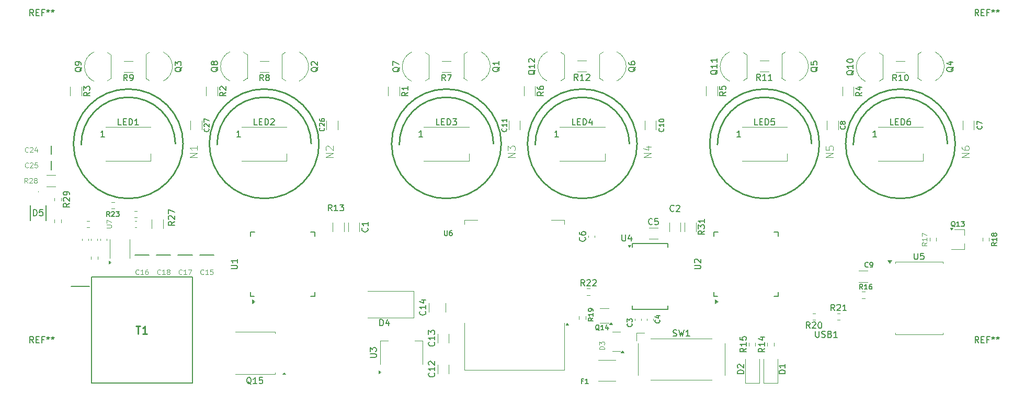
<source format=gbr>
%TF.GenerationSoftware,KiCad,Pcbnew,8.0.0*%
%TF.CreationDate,2024-03-05T13:39:49+01:00*%
%TF.ProjectId,nixie_clock_design,6e697869-655f-4636-9c6f-636b5f646573,rev?*%
%TF.SameCoordinates,Original*%
%TF.FileFunction,Legend,Top*%
%TF.FilePolarity,Positive*%
%FSLAX46Y46*%
G04 Gerber Fmt 4.6, Leading zero omitted, Abs format (unit mm)*
G04 Created by KiCad (PCBNEW 8.0.0) date 2024-03-05 13:39:49*
%MOMM*%
%LPD*%
G01*
G04 APERTURE LIST*
%ADD10C,0.150000*%
%ADD11C,0.100000*%
%ADD12C,0.101600*%
%ADD13C,0.254000*%
%ADD14C,0.200000*%
%ADD15C,0.120000*%
G04 APERTURE END LIST*
D10*
X172862295Y-117714285D02*
X172481342Y-117980952D01*
X172862295Y-118171428D02*
X172062295Y-118171428D01*
X172062295Y-118171428D02*
X172062295Y-117866666D01*
X172062295Y-117866666D02*
X172100390Y-117790476D01*
X172100390Y-117790476D02*
X172138485Y-117752381D01*
X172138485Y-117752381D02*
X172214676Y-117714285D01*
X172214676Y-117714285D02*
X172328961Y-117714285D01*
X172328961Y-117714285D02*
X172405152Y-117752381D01*
X172405152Y-117752381D02*
X172443247Y-117790476D01*
X172443247Y-117790476D02*
X172481342Y-117866666D01*
X172481342Y-117866666D02*
X172481342Y-118171428D01*
X172862295Y-116952381D02*
X172862295Y-117409524D01*
X172862295Y-117180952D02*
X172062295Y-117180952D01*
X172062295Y-117180952D02*
X172176580Y-117257143D01*
X172176580Y-117257143D02*
X172252771Y-117333333D01*
X172252771Y-117333333D02*
X172290866Y-117409524D01*
X172862295Y-116571428D02*
X172862295Y-116419047D01*
X172862295Y-116419047D02*
X172824200Y-116342857D01*
X172824200Y-116342857D02*
X172786104Y-116304761D01*
X172786104Y-116304761D02*
X172671819Y-116228571D01*
X172671819Y-116228571D02*
X172519438Y-116190476D01*
X172519438Y-116190476D02*
X172214676Y-116190476D01*
X172214676Y-116190476D02*
X172138485Y-116228571D01*
X172138485Y-116228571D02*
X172100390Y-116266666D01*
X172100390Y-116266666D02*
X172062295Y-116342857D01*
X172062295Y-116342857D02*
X172062295Y-116495238D01*
X172062295Y-116495238D02*
X172100390Y-116571428D01*
X172100390Y-116571428D02*
X172138485Y-116609523D01*
X172138485Y-116609523D02*
X172214676Y-116647619D01*
X172214676Y-116647619D02*
X172405152Y-116647619D01*
X172405152Y-116647619D02*
X172481342Y-116609523D01*
X172481342Y-116609523D02*
X172519438Y-116571428D01*
X172519438Y-116571428D02*
X172557533Y-116495238D01*
X172557533Y-116495238D02*
X172557533Y-116342857D01*
X172557533Y-116342857D02*
X172519438Y-116266666D01*
X172519438Y-116266666D02*
X172481342Y-116228571D01*
X172481342Y-116228571D02*
X172405152Y-116190476D01*
X208861905Y-119867319D02*
X208861905Y-120676842D01*
X208861905Y-120676842D02*
X208909524Y-120772080D01*
X208909524Y-120772080D02*
X208957143Y-120819700D01*
X208957143Y-120819700D02*
X209052381Y-120867319D01*
X209052381Y-120867319D02*
X209242857Y-120867319D01*
X209242857Y-120867319D02*
X209338095Y-120819700D01*
X209338095Y-120819700D02*
X209385714Y-120772080D01*
X209385714Y-120772080D02*
X209433333Y-120676842D01*
X209433333Y-120676842D02*
X209433333Y-119867319D01*
X209861905Y-120819700D02*
X210004762Y-120867319D01*
X210004762Y-120867319D02*
X210242857Y-120867319D01*
X210242857Y-120867319D02*
X210338095Y-120819700D01*
X210338095Y-120819700D02*
X210385714Y-120772080D01*
X210385714Y-120772080D02*
X210433333Y-120676842D01*
X210433333Y-120676842D02*
X210433333Y-120581604D01*
X210433333Y-120581604D02*
X210385714Y-120486366D01*
X210385714Y-120486366D02*
X210338095Y-120438747D01*
X210338095Y-120438747D02*
X210242857Y-120391128D01*
X210242857Y-120391128D02*
X210052381Y-120343509D01*
X210052381Y-120343509D02*
X209957143Y-120295890D01*
X209957143Y-120295890D02*
X209909524Y-120248271D01*
X209909524Y-120248271D02*
X209861905Y-120153033D01*
X209861905Y-120153033D02*
X209861905Y-120057795D01*
X209861905Y-120057795D02*
X209909524Y-119962557D01*
X209909524Y-119962557D02*
X209957143Y-119914938D01*
X209957143Y-119914938D02*
X210052381Y-119867319D01*
X210052381Y-119867319D02*
X210290476Y-119867319D01*
X210290476Y-119867319D02*
X210433333Y-119914938D01*
X211195238Y-120343509D02*
X211338095Y-120391128D01*
X211338095Y-120391128D02*
X211385714Y-120438747D01*
X211385714Y-120438747D02*
X211433333Y-120533985D01*
X211433333Y-120533985D02*
X211433333Y-120676842D01*
X211433333Y-120676842D02*
X211385714Y-120772080D01*
X211385714Y-120772080D02*
X211338095Y-120819700D01*
X211338095Y-120819700D02*
X211242857Y-120867319D01*
X211242857Y-120867319D02*
X210861905Y-120867319D01*
X210861905Y-120867319D02*
X210861905Y-119867319D01*
X210861905Y-119867319D02*
X211195238Y-119867319D01*
X211195238Y-119867319D02*
X211290476Y-119914938D01*
X211290476Y-119914938D02*
X211338095Y-119962557D01*
X211338095Y-119962557D02*
X211385714Y-120057795D01*
X211385714Y-120057795D02*
X211385714Y-120153033D01*
X211385714Y-120153033D02*
X211338095Y-120248271D01*
X211338095Y-120248271D02*
X211290476Y-120295890D01*
X211290476Y-120295890D02*
X211195238Y-120343509D01*
X211195238Y-120343509D02*
X210861905Y-120343509D01*
X212385714Y-120867319D02*
X211814286Y-120867319D01*
X212100000Y-120867319D02*
X212100000Y-119867319D01*
X212100000Y-119867319D02*
X212004762Y-120010176D01*
X212004762Y-120010176D02*
X211909524Y-120105414D01*
X211909524Y-120105414D02*
X211814286Y-120153033D01*
D11*
X94064895Y-103109523D02*
X94712514Y-103109523D01*
X94712514Y-103109523D02*
X94788704Y-103071428D01*
X94788704Y-103071428D02*
X94826800Y-103033333D01*
X94826800Y-103033333D02*
X94864895Y-102957142D01*
X94864895Y-102957142D02*
X94864895Y-102804761D01*
X94864895Y-102804761D02*
X94826800Y-102728571D01*
X94826800Y-102728571D02*
X94788704Y-102690476D01*
X94788704Y-102690476D02*
X94712514Y-102652380D01*
X94712514Y-102652380D02*
X94064895Y-102652380D01*
X94064895Y-102347619D02*
X94064895Y-101814285D01*
X94064895Y-101814285D02*
X94864895Y-102157143D01*
D10*
X207957142Y-119384819D02*
X207623809Y-118908628D01*
X207385714Y-119384819D02*
X207385714Y-118384819D01*
X207385714Y-118384819D02*
X207766666Y-118384819D01*
X207766666Y-118384819D02*
X207861904Y-118432438D01*
X207861904Y-118432438D02*
X207909523Y-118480057D01*
X207909523Y-118480057D02*
X207957142Y-118575295D01*
X207957142Y-118575295D02*
X207957142Y-118718152D01*
X207957142Y-118718152D02*
X207909523Y-118813390D01*
X207909523Y-118813390D02*
X207861904Y-118861009D01*
X207861904Y-118861009D02*
X207766666Y-118908628D01*
X207766666Y-118908628D02*
X207385714Y-118908628D01*
X208338095Y-118480057D02*
X208385714Y-118432438D01*
X208385714Y-118432438D02*
X208480952Y-118384819D01*
X208480952Y-118384819D02*
X208719047Y-118384819D01*
X208719047Y-118384819D02*
X208814285Y-118432438D01*
X208814285Y-118432438D02*
X208861904Y-118480057D01*
X208861904Y-118480057D02*
X208909523Y-118575295D01*
X208909523Y-118575295D02*
X208909523Y-118670533D01*
X208909523Y-118670533D02*
X208861904Y-118813390D01*
X208861904Y-118813390D02*
X208290476Y-119384819D01*
X208290476Y-119384819D02*
X208909523Y-119384819D01*
X209528571Y-118384819D02*
X209623809Y-118384819D01*
X209623809Y-118384819D02*
X209719047Y-118432438D01*
X209719047Y-118432438D02*
X209766666Y-118480057D01*
X209766666Y-118480057D02*
X209814285Y-118575295D01*
X209814285Y-118575295D02*
X209861904Y-118765771D01*
X209861904Y-118765771D02*
X209861904Y-119003866D01*
X209861904Y-119003866D02*
X209814285Y-119194342D01*
X209814285Y-119194342D02*
X209766666Y-119289580D01*
X209766666Y-119289580D02*
X209719047Y-119337200D01*
X209719047Y-119337200D02*
X209623809Y-119384819D01*
X209623809Y-119384819D02*
X209528571Y-119384819D01*
X209528571Y-119384819D02*
X209433333Y-119337200D01*
X209433333Y-119337200D02*
X209385714Y-119289580D01*
X209385714Y-119289580D02*
X209338095Y-119194342D01*
X209338095Y-119194342D02*
X209290476Y-119003866D01*
X209290476Y-119003866D02*
X209290476Y-118765771D01*
X209290476Y-118765771D02*
X209338095Y-118575295D01*
X209338095Y-118575295D02*
X209385714Y-118480057D01*
X209385714Y-118480057D02*
X209433333Y-118432438D01*
X209433333Y-118432438D02*
X209528571Y-118384819D01*
X190874819Y-103605357D02*
X190398628Y-103938690D01*
X190874819Y-104176785D02*
X189874819Y-104176785D01*
X189874819Y-104176785D02*
X189874819Y-103795833D01*
X189874819Y-103795833D02*
X189922438Y-103700595D01*
X189922438Y-103700595D02*
X189970057Y-103652976D01*
X189970057Y-103652976D02*
X190065295Y-103605357D01*
X190065295Y-103605357D02*
X190208152Y-103605357D01*
X190208152Y-103605357D02*
X190303390Y-103652976D01*
X190303390Y-103652976D02*
X190351009Y-103700595D01*
X190351009Y-103700595D02*
X190398628Y-103795833D01*
X190398628Y-103795833D02*
X190398628Y-104176785D01*
X189874819Y-103272023D02*
X189874819Y-102652976D01*
X189874819Y-102652976D02*
X190255771Y-102986309D01*
X190255771Y-102986309D02*
X190255771Y-102843452D01*
X190255771Y-102843452D02*
X190303390Y-102748214D01*
X190303390Y-102748214D02*
X190351009Y-102700595D01*
X190351009Y-102700595D02*
X190446247Y-102652976D01*
X190446247Y-102652976D02*
X190684342Y-102652976D01*
X190684342Y-102652976D02*
X190779580Y-102700595D01*
X190779580Y-102700595D02*
X190827200Y-102748214D01*
X190827200Y-102748214D02*
X190874819Y-102843452D01*
X190874819Y-102843452D02*
X190874819Y-103129166D01*
X190874819Y-103129166D02*
X190827200Y-103224404D01*
X190827200Y-103224404D02*
X190779580Y-103272023D01*
X190874819Y-101700595D02*
X190874819Y-102272023D01*
X190874819Y-101986309D02*
X189874819Y-101986309D01*
X189874819Y-101986309D02*
X190017676Y-102081547D01*
X190017676Y-102081547D02*
X190112914Y-102176785D01*
X190112914Y-102176785D02*
X190160533Y-102272023D01*
D11*
X99285714Y-110588704D02*
X99247618Y-110626800D01*
X99247618Y-110626800D02*
X99133333Y-110664895D01*
X99133333Y-110664895D02*
X99057142Y-110664895D01*
X99057142Y-110664895D02*
X98942856Y-110626800D01*
X98942856Y-110626800D02*
X98866666Y-110550609D01*
X98866666Y-110550609D02*
X98828571Y-110474419D01*
X98828571Y-110474419D02*
X98790475Y-110322038D01*
X98790475Y-110322038D02*
X98790475Y-110207752D01*
X98790475Y-110207752D02*
X98828571Y-110055371D01*
X98828571Y-110055371D02*
X98866666Y-109979180D01*
X98866666Y-109979180D02*
X98942856Y-109902990D01*
X98942856Y-109902990D02*
X99057142Y-109864895D01*
X99057142Y-109864895D02*
X99133333Y-109864895D01*
X99133333Y-109864895D02*
X99247618Y-109902990D01*
X99247618Y-109902990D02*
X99285714Y-109941085D01*
X100047618Y-110664895D02*
X99590475Y-110664895D01*
X99819047Y-110664895D02*
X99819047Y-109864895D01*
X99819047Y-109864895D02*
X99742856Y-109979180D01*
X99742856Y-109979180D02*
X99666666Y-110055371D01*
X99666666Y-110055371D02*
X99590475Y-110093466D01*
X100733333Y-109864895D02*
X100580952Y-109864895D01*
X100580952Y-109864895D02*
X100504761Y-109902990D01*
X100504761Y-109902990D02*
X100466666Y-109941085D01*
X100466666Y-109941085D02*
X100390476Y-110055371D01*
X100390476Y-110055371D02*
X100352380Y-110207752D01*
X100352380Y-110207752D02*
X100352380Y-110512514D01*
X100352380Y-110512514D02*
X100390476Y-110588704D01*
X100390476Y-110588704D02*
X100428571Y-110626800D01*
X100428571Y-110626800D02*
X100504761Y-110664895D01*
X100504761Y-110664895D02*
X100657142Y-110664895D01*
X100657142Y-110664895D02*
X100733333Y-110626800D01*
X100733333Y-110626800D02*
X100771428Y-110588704D01*
X100771428Y-110588704D02*
X100809523Y-110512514D01*
X100809523Y-110512514D02*
X100809523Y-110322038D01*
X100809523Y-110322038D02*
X100771428Y-110245847D01*
X100771428Y-110245847D02*
X100733333Y-110207752D01*
X100733333Y-110207752D02*
X100657142Y-110169657D01*
X100657142Y-110169657D02*
X100504761Y-110169657D01*
X100504761Y-110169657D02*
X100428571Y-110207752D01*
X100428571Y-110207752D02*
X100390476Y-110245847D01*
X100390476Y-110245847D02*
X100352380Y-110322038D01*
D10*
X231210057Y-77055238D02*
X231162438Y-77150476D01*
X231162438Y-77150476D02*
X231067200Y-77245714D01*
X231067200Y-77245714D02*
X230924342Y-77388571D01*
X230924342Y-77388571D02*
X230876723Y-77483809D01*
X230876723Y-77483809D02*
X230876723Y-77579047D01*
X231114819Y-77531428D02*
X231067200Y-77626666D01*
X231067200Y-77626666D02*
X230971961Y-77721904D01*
X230971961Y-77721904D02*
X230781485Y-77769523D01*
X230781485Y-77769523D02*
X230448152Y-77769523D01*
X230448152Y-77769523D02*
X230257676Y-77721904D01*
X230257676Y-77721904D02*
X230162438Y-77626666D01*
X230162438Y-77626666D02*
X230114819Y-77531428D01*
X230114819Y-77531428D02*
X230114819Y-77340952D01*
X230114819Y-77340952D02*
X230162438Y-77245714D01*
X230162438Y-77245714D02*
X230257676Y-77150476D01*
X230257676Y-77150476D02*
X230448152Y-77102857D01*
X230448152Y-77102857D02*
X230781485Y-77102857D01*
X230781485Y-77102857D02*
X230971961Y-77150476D01*
X230971961Y-77150476D02*
X231067200Y-77245714D01*
X231067200Y-77245714D02*
X231114819Y-77340952D01*
X231114819Y-77340952D02*
X231114819Y-77531428D01*
X230448152Y-76245714D02*
X231114819Y-76245714D01*
X230067200Y-76483809D02*
X230781485Y-76721904D01*
X230781485Y-76721904D02*
X230781485Y-76102857D01*
X171233333Y-127943247D02*
X170966667Y-127943247D01*
X170966667Y-128362295D02*
X170966667Y-127562295D01*
X170966667Y-127562295D02*
X171347619Y-127562295D01*
X172071428Y-128362295D02*
X171614285Y-128362295D01*
X171842857Y-128362295D02*
X171842857Y-127562295D01*
X171842857Y-127562295D02*
X171766666Y-127676580D01*
X171766666Y-127676580D02*
X171690476Y-127752771D01*
X171690476Y-127752771D02*
X171614285Y-127790866D01*
X197624819Y-122642857D02*
X197148628Y-122976190D01*
X197624819Y-123214285D02*
X196624819Y-123214285D01*
X196624819Y-123214285D02*
X196624819Y-122833333D01*
X196624819Y-122833333D02*
X196672438Y-122738095D01*
X196672438Y-122738095D02*
X196720057Y-122690476D01*
X196720057Y-122690476D02*
X196815295Y-122642857D01*
X196815295Y-122642857D02*
X196958152Y-122642857D01*
X196958152Y-122642857D02*
X197053390Y-122690476D01*
X197053390Y-122690476D02*
X197101009Y-122738095D01*
X197101009Y-122738095D02*
X197148628Y-122833333D01*
X197148628Y-122833333D02*
X197148628Y-123214285D01*
X197624819Y-121690476D02*
X197624819Y-122261904D01*
X197624819Y-121976190D02*
X196624819Y-121976190D01*
X196624819Y-121976190D02*
X196767676Y-122071428D01*
X196767676Y-122071428D02*
X196862914Y-122166666D01*
X196862914Y-122166666D02*
X196910533Y-122261904D01*
X196624819Y-120785714D02*
X196624819Y-121261904D01*
X196624819Y-121261904D02*
X197101009Y-121309523D01*
X197101009Y-121309523D02*
X197053390Y-121261904D01*
X197053390Y-121261904D02*
X197005771Y-121166666D01*
X197005771Y-121166666D02*
X197005771Y-120928571D01*
X197005771Y-120928571D02*
X197053390Y-120833333D01*
X197053390Y-120833333D02*
X197101009Y-120785714D01*
X197101009Y-120785714D02*
X197196247Y-120738095D01*
X197196247Y-120738095D02*
X197434342Y-120738095D01*
X197434342Y-120738095D02*
X197529580Y-120785714D01*
X197529580Y-120785714D02*
X197577200Y-120833333D01*
X197577200Y-120833333D02*
X197624819Y-120928571D01*
X197624819Y-120928571D02*
X197624819Y-121166666D01*
X197624819Y-121166666D02*
X197577200Y-121261904D01*
X197577200Y-121261904D02*
X197529580Y-121309523D01*
X117506071Y-128447557D02*
X117410833Y-128399938D01*
X117410833Y-128399938D02*
X117315595Y-128304700D01*
X117315595Y-128304700D02*
X117172738Y-128161842D01*
X117172738Y-128161842D02*
X117077500Y-128114223D01*
X117077500Y-128114223D02*
X116982262Y-128114223D01*
X117029881Y-128352319D02*
X116934643Y-128304700D01*
X116934643Y-128304700D02*
X116839405Y-128209461D01*
X116839405Y-128209461D02*
X116791786Y-128018985D01*
X116791786Y-128018985D02*
X116791786Y-127685652D01*
X116791786Y-127685652D02*
X116839405Y-127495176D01*
X116839405Y-127495176D02*
X116934643Y-127399938D01*
X116934643Y-127399938D02*
X117029881Y-127352319D01*
X117029881Y-127352319D02*
X117220357Y-127352319D01*
X117220357Y-127352319D02*
X117315595Y-127399938D01*
X117315595Y-127399938D02*
X117410833Y-127495176D01*
X117410833Y-127495176D02*
X117458452Y-127685652D01*
X117458452Y-127685652D02*
X117458452Y-128018985D01*
X117458452Y-128018985D02*
X117410833Y-128209461D01*
X117410833Y-128209461D02*
X117315595Y-128304700D01*
X117315595Y-128304700D02*
X117220357Y-128352319D01*
X117220357Y-128352319D02*
X117029881Y-128352319D01*
X118410833Y-128352319D02*
X117839405Y-128352319D01*
X118125119Y-128352319D02*
X118125119Y-127352319D01*
X118125119Y-127352319D02*
X118029881Y-127495176D01*
X118029881Y-127495176D02*
X117934643Y-127590414D01*
X117934643Y-127590414D02*
X117839405Y-127638033D01*
X119315595Y-127352319D02*
X118839405Y-127352319D01*
X118839405Y-127352319D02*
X118791786Y-127828509D01*
X118791786Y-127828509D02*
X118839405Y-127780890D01*
X118839405Y-127780890D02*
X118934643Y-127733271D01*
X118934643Y-127733271D02*
X119172738Y-127733271D01*
X119172738Y-127733271D02*
X119267976Y-127780890D01*
X119267976Y-127780890D02*
X119315595Y-127828509D01*
X119315595Y-127828509D02*
X119363214Y-127923747D01*
X119363214Y-127923747D02*
X119363214Y-128161842D01*
X119363214Y-128161842D02*
X119315595Y-128257080D01*
X119315595Y-128257080D02*
X119267976Y-128304700D01*
X119267976Y-128304700D02*
X119172738Y-128352319D01*
X119172738Y-128352319D02*
X118934643Y-128352319D01*
X118934643Y-128352319D02*
X118839405Y-128304700D01*
X118839405Y-128304700D02*
X118791786Y-128257080D01*
X142874819Y-81166666D02*
X142398628Y-81499999D01*
X142874819Y-81738094D02*
X141874819Y-81738094D01*
X141874819Y-81738094D02*
X141874819Y-81357142D01*
X141874819Y-81357142D02*
X141922438Y-81261904D01*
X141922438Y-81261904D02*
X141970057Y-81214285D01*
X141970057Y-81214285D02*
X142065295Y-81166666D01*
X142065295Y-81166666D02*
X142208152Y-81166666D01*
X142208152Y-81166666D02*
X142303390Y-81214285D01*
X142303390Y-81214285D02*
X142351009Y-81261904D01*
X142351009Y-81261904D02*
X142398628Y-81357142D01*
X142398628Y-81357142D02*
X142398628Y-81738094D01*
X142874819Y-80214285D02*
X142874819Y-80785713D01*
X142874819Y-80499999D02*
X141874819Y-80499999D01*
X141874819Y-80499999D02*
X142017676Y-80595237D01*
X142017676Y-80595237D02*
X142112914Y-80690475D01*
X142112914Y-80690475D02*
X142160533Y-80785713D01*
X96480952Y-86454819D02*
X96004762Y-86454819D01*
X96004762Y-86454819D02*
X96004762Y-85454819D01*
X96814286Y-85931009D02*
X97147619Y-85931009D01*
X97290476Y-86454819D02*
X96814286Y-86454819D01*
X96814286Y-86454819D02*
X96814286Y-85454819D01*
X96814286Y-85454819D02*
X97290476Y-85454819D01*
X97719048Y-86454819D02*
X97719048Y-85454819D01*
X97719048Y-85454819D02*
X97957143Y-85454819D01*
X97957143Y-85454819D02*
X98100000Y-85502438D01*
X98100000Y-85502438D02*
X98195238Y-85597676D01*
X98195238Y-85597676D02*
X98242857Y-85692914D01*
X98242857Y-85692914D02*
X98290476Y-85883390D01*
X98290476Y-85883390D02*
X98290476Y-86026247D01*
X98290476Y-86026247D02*
X98242857Y-86216723D01*
X98242857Y-86216723D02*
X98195238Y-86311961D01*
X98195238Y-86311961D02*
X98100000Y-86407200D01*
X98100000Y-86407200D02*
X97957143Y-86454819D01*
X97957143Y-86454819D02*
X97719048Y-86454819D01*
X99242857Y-86454819D02*
X98671429Y-86454819D01*
X98957143Y-86454819D02*
X98957143Y-85454819D01*
X98957143Y-85454819D02*
X98861905Y-85597676D01*
X98861905Y-85597676D02*
X98766667Y-85692914D01*
X98766667Y-85692914D02*
X98671429Y-85740533D01*
X93735714Y-88354819D02*
X93164286Y-88354819D01*
X93450000Y-88354819D02*
X93450000Y-87354819D01*
X93450000Y-87354819D02*
X93354762Y-87497676D01*
X93354762Y-87497676D02*
X93259524Y-87592914D01*
X93259524Y-87592914D02*
X93164286Y-87640533D01*
X215040057Y-77618928D02*
X214992438Y-77714166D01*
X214992438Y-77714166D02*
X214897200Y-77809404D01*
X214897200Y-77809404D02*
X214754342Y-77952261D01*
X214754342Y-77952261D02*
X214706723Y-78047499D01*
X214706723Y-78047499D02*
X214706723Y-78142737D01*
X214944819Y-78095118D02*
X214897200Y-78190356D01*
X214897200Y-78190356D02*
X214801961Y-78285594D01*
X214801961Y-78285594D02*
X214611485Y-78333213D01*
X214611485Y-78333213D02*
X214278152Y-78333213D01*
X214278152Y-78333213D02*
X214087676Y-78285594D01*
X214087676Y-78285594D02*
X213992438Y-78190356D01*
X213992438Y-78190356D02*
X213944819Y-78095118D01*
X213944819Y-78095118D02*
X213944819Y-77904642D01*
X213944819Y-77904642D02*
X213992438Y-77809404D01*
X213992438Y-77809404D02*
X214087676Y-77714166D01*
X214087676Y-77714166D02*
X214278152Y-77666547D01*
X214278152Y-77666547D02*
X214611485Y-77666547D01*
X214611485Y-77666547D02*
X214801961Y-77714166D01*
X214801961Y-77714166D02*
X214897200Y-77809404D01*
X214897200Y-77809404D02*
X214944819Y-77904642D01*
X214944819Y-77904642D02*
X214944819Y-78095118D01*
X214944819Y-76714166D02*
X214944819Y-77285594D01*
X214944819Y-76999880D02*
X213944819Y-76999880D01*
X213944819Y-76999880D02*
X214087676Y-77095118D01*
X214087676Y-77095118D02*
X214182914Y-77190356D01*
X214182914Y-77190356D02*
X214230533Y-77285594D01*
X213944819Y-76095118D02*
X213944819Y-75999880D01*
X213944819Y-75999880D02*
X213992438Y-75904642D01*
X213992438Y-75904642D02*
X214040057Y-75857023D01*
X214040057Y-75857023D02*
X214135295Y-75809404D01*
X214135295Y-75809404D02*
X214325771Y-75761785D01*
X214325771Y-75761785D02*
X214563866Y-75761785D01*
X214563866Y-75761785D02*
X214754342Y-75809404D01*
X214754342Y-75809404D02*
X214849580Y-75857023D01*
X214849580Y-75857023D02*
X214897200Y-75904642D01*
X214897200Y-75904642D02*
X214944819Y-75999880D01*
X214944819Y-75999880D02*
X214944819Y-76095118D01*
X214944819Y-76095118D02*
X214897200Y-76190356D01*
X214897200Y-76190356D02*
X214849580Y-76237975D01*
X214849580Y-76237975D02*
X214754342Y-76285594D01*
X214754342Y-76285594D02*
X214563866Y-76333213D01*
X214563866Y-76333213D02*
X214325771Y-76333213D01*
X214325771Y-76333213D02*
X214135295Y-76285594D01*
X214135295Y-76285594D02*
X214040057Y-76237975D01*
X214040057Y-76237975D02*
X213992438Y-76190356D01*
X213992438Y-76190356D02*
X213944819Y-76095118D01*
X203954819Y-126738094D02*
X202954819Y-126738094D01*
X202954819Y-126738094D02*
X202954819Y-126499999D01*
X202954819Y-126499999D02*
X203002438Y-126357142D01*
X203002438Y-126357142D02*
X203097676Y-126261904D01*
X203097676Y-126261904D02*
X203192914Y-126214285D01*
X203192914Y-126214285D02*
X203383390Y-126166666D01*
X203383390Y-126166666D02*
X203526247Y-126166666D01*
X203526247Y-126166666D02*
X203716723Y-126214285D01*
X203716723Y-126214285D02*
X203811961Y-126261904D01*
X203811961Y-126261904D02*
X203907200Y-126357142D01*
X203907200Y-126357142D02*
X203954819Y-126499999D01*
X203954819Y-126499999D02*
X203954819Y-126738094D01*
X203954819Y-125214285D02*
X203954819Y-125785713D01*
X203954819Y-125499999D02*
X202954819Y-125499999D01*
X202954819Y-125499999D02*
X203097676Y-125595237D01*
X203097676Y-125595237D02*
X203192914Y-125690475D01*
X203192914Y-125690475D02*
X203240533Y-125785713D01*
X169980952Y-86454819D02*
X169504762Y-86454819D01*
X169504762Y-86454819D02*
X169504762Y-85454819D01*
X170314286Y-85931009D02*
X170647619Y-85931009D01*
X170790476Y-86454819D02*
X170314286Y-86454819D01*
X170314286Y-86454819D02*
X170314286Y-85454819D01*
X170314286Y-85454819D02*
X170790476Y-85454819D01*
X171219048Y-86454819D02*
X171219048Y-85454819D01*
X171219048Y-85454819D02*
X171457143Y-85454819D01*
X171457143Y-85454819D02*
X171600000Y-85502438D01*
X171600000Y-85502438D02*
X171695238Y-85597676D01*
X171695238Y-85597676D02*
X171742857Y-85692914D01*
X171742857Y-85692914D02*
X171790476Y-85883390D01*
X171790476Y-85883390D02*
X171790476Y-86026247D01*
X171790476Y-86026247D02*
X171742857Y-86216723D01*
X171742857Y-86216723D02*
X171695238Y-86311961D01*
X171695238Y-86311961D02*
X171600000Y-86407200D01*
X171600000Y-86407200D02*
X171457143Y-86454819D01*
X171457143Y-86454819D02*
X171219048Y-86454819D01*
X172647619Y-85788152D02*
X172647619Y-86454819D01*
X172409524Y-85407200D02*
X172171429Y-86121485D01*
X172171429Y-86121485D02*
X172790476Y-86121485D01*
X167235714Y-88354819D02*
X166664286Y-88354819D01*
X166950000Y-88354819D02*
X166950000Y-87354819D01*
X166950000Y-87354819D02*
X166854762Y-87497676D01*
X166854762Y-87497676D02*
X166759524Y-87592914D01*
X166759524Y-87592914D02*
X166664286Y-87640533D01*
X171529580Y-104666666D02*
X171577200Y-104714285D01*
X171577200Y-104714285D02*
X171624819Y-104857142D01*
X171624819Y-104857142D02*
X171624819Y-104952380D01*
X171624819Y-104952380D02*
X171577200Y-105095237D01*
X171577200Y-105095237D02*
X171481961Y-105190475D01*
X171481961Y-105190475D02*
X171386723Y-105238094D01*
X171386723Y-105238094D02*
X171196247Y-105285713D01*
X171196247Y-105285713D02*
X171053390Y-105285713D01*
X171053390Y-105285713D02*
X170862914Y-105238094D01*
X170862914Y-105238094D02*
X170767676Y-105190475D01*
X170767676Y-105190475D02*
X170672438Y-105095237D01*
X170672438Y-105095237D02*
X170624819Y-104952380D01*
X170624819Y-104952380D02*
X170624819Y-104857142D01*
X170624819Y-104857142D02*
X170672438Y-104714285D01*
X170672438Y-104714285D02*
X170720057Y-104666666D01*
X170624819Y-103809523D02*
X170624819Y-103999999D01*
X170624819Y-103999999D02*
X170672438Y-104095237D01*
X170672438Y-104095237D02*
X170720057Y-104142856D01*
X170720057Y-104142856D02*
X170862914Y-104238094D01*
X170862914Y-104238094D02*
X171053390Y-104285713D01*
X171053390Y-104285713D02*
X171434342Y-104285713D01*
X171434342Y-104285713D02*
X171529580Y-104238094D01*
X171529580Y-104238094D02*
X171577200Y-104190475D01*
X171577200Y-104190475D02*
X171624819Y-104095237D01*
X171624819Y-104095237D02*
X171624819Y-103904761D01*
X171624819Y-103904761D02*
X171577200Y-103809523D01*
X171577200Y-103809523D02*
X171529580Y-103761904D01*
X171529580Y-103761904D02*
X171434342Y-103714285D01*
X171434342Y-103714285D02*
X171196247Y-103714285D01*
X171196247Y-103714285D02*
X171101009Y-103761904D01*
X171101009Y-103761904D02*
X171053390Y-103809523D01*
X171053390Y-103809523D02*
X171005771Y-103904761D01*
X171005771Y-103904761D02*
X171005771Y-104095237D01*
X171005771Y-104095237D02*
X171053390Y-104190475D01*
X171053390Y-104190475D02*
X171101009Y-104238094D01*
X171101009Y-104238094D02*
X171196247Y-104285713D01*
X112127557Y-77055238D02*
X112079938Y-77150476D01*
X112079938Y-77150476D02*
X111984700Y-77245714D01*
X111984700Y-77245714D02*
X111841842Y-77388571D01*
X111841842Y-77388571D02*
X111794223Y-77483809D01*
X111794223Y-77483809D02*
X111794223Y-77579047D01*
X112032319Y-77531428D02*
X111984700Y-77626666D01*
X111984700Y-77626666D02*
X111889461Y-77721904D01*
X111889461Y-77721904D02*
X111698985Y-77769523D01*
X111698985Y-77769523D02*
X111365652Y-77769523D01*
X111365652Y-77769523D02*
X111175176Y-77721904D01*
X111175176Y-77721904D02*
X111079938Y-77626666D01*
X111079938Y-77626666D02*
X111032319Y-77531428D01*
X111032319Y-77531428D02*
X111032319Y-77340952D01*
X111032319Y-77340952D02*
X111079938Y-77245714D01*
X111079938Y-77245714D02*
X111175176Y-77150476D01*
X111175176Y-77150476D02*
X111365652Y-77102857D01*
X111365652Y-77102857D02*
X111698985Y-77102857D01*
X111698985Y-77102857D02*
X111889461Y-77150476D01*
X111889461Y-77150476D02*
X111984700Y-77245714D01*
X111984700Y-77245714D02*
X112032319Y-77340952D01*
X112032319Y-77340952D02*
X112032319Y-77531428D01*
X111460890Y-76531428D02*
X111413271Y-76626666D01*
X111413271Y-76626666D02*
X111365652Y-76674285D01*
X111365652Y-76674285D02*
X111270414Y-76721904D01*
X111270414Y-76721904D02*
X111222795Y-76721904D01*
X111222795Y-76721904D02*
X111127557Y-76674285D01*
X111127557Y-76674285D02*
X111079938Y-76626666D01*
X111079938Y-76626666D02*
X111032319Y-76531428D01*
X111032319Y-76531428D02*
X111032319Y-76340952D01*
X111032319Y-76340952D02*
X111079938Y-76245714D01*
X111079938Y-76245714D02*
X111127557Y-76198095D01*
X111127557Y-76198095D02*
X111222795Y-76150476D01*
X111222795Y-76150476D02*
X111270414Y-76150476D01*
X111270414Y-76150476D02*
X111365652Y-76198095D01*
X111365652Y-76198095D02*
X111413271Y-76245714D01*
X111413271Y-76245714D02*
X111460890Y-76340952D01*
X111460890Y-76340952D02*
X111460890Y-76531428D01*
X111460890Y-76531428D02*
X111508509Y-76626666D01*
X111508509Y-76626666D02*
X111556128Y-76674285D01*
X111556128Y-76674285D02*
X111651366Y-76721904D01*
X111651366Y-76721904D02*
X111841842Y-76721904D01*
X111841842Y-76721904D02*
X111937080Y-76674285D01*
X111937080Y-76674285D02*
X111984700Y-76626666D01*
X111984700Y-76626666D02*
X112032319Y-76531428D01*
X112032319Y-76531428D02*
X112032319Y-76340952D01*
X112032319Y-76340952D02*
X111984700Y-76245714D01*
X111984700Y-76245714D02*
X111937080Y-76198095D01*
X111937080Y-76198095D02*
X111841842Y-76150476D01*
X111841842Y-76150476D02*
X111651366Y-76150476D01*
X111651366Y-76150476D02*
X111556128Y-76198095D01*
X111556128Y-76198095D02*
X111508509Y-76245714D01*
X111508509Y-76245714D02*
X111460890Y-76340952D01*
X224838095Y-107234819D02*
X224838095Y-108044342D01*
X224838095Y-108044342D02*
X224885714Y-108139580D01*
X224885714Y-108139580D02*
X224933333Y-108187200D01*
X224933333Y-108187200D02*
X225028571Y-108234819D01*
X225028571Y-108234819D02*
X225219047Y-108234819D01*
X225219047Y-108234819D02*
X225314285Y-108187200D01*
X225314285Y-108187200D02*
X225361904Y-108139580D01*
X225361904Y-108139580D02*
X225409523Y-108044342D01*
X225409523Y-108044342D02*
X225409523Y-107234819D01*
X226361904Y-107234819D02*
X225885714Y-107234819D01*
X225885714Y-107234819D02*
X225838095Y-107711009D01*
X225838095Y-107711009D02*
X225885714Y-107663390D01*
X225885714Y-107663390D02*
X225980952Y-107615771D01*
X225980952Y-107615771D02*
X226219047Y-107615771D01*
X226219047Y-107615771D02*
X226314285Y-107663390D01*
X226314285Y-107663390D02*
X226361904Y-107711009D01*
X226361904Y-107711009D02*
X226409523Y-107806247D01*
X226409523Y-107806247D02*
X226409523Y-108044342D01*
X226409523Y-108044342D02*
X226361904Y-108139580D01*
X226361904Y-108139580D02*
X226314285Y-108187200D01*
X226314285Y-108187200D02*
X226219047Y-108234819D01*
X226219047Y-108234819D02*
X225980952Y-108234819D01*
X225980952Y-108234819D02*
X225885714Y-108187200D01*
X225885714Y-108187200D02*
X225838095Y-108139580D01*
X158786104Y-87014285D02*
X158824200Y-87052381D01*
X158824200Y-87052381D02*
X158862295Y-87166666D01*
X158862295Y-87166666D02*
X158862295Y-87242857D01*
X158862295Y-87242857D02*
X158824200Y-87357143D01*
X158824200Y-87357143D02*
X158748009Y-87433333D01*
X158748009Y-87433333D02*
X158671819Y-87471428D01*
X158671819Y-87471428D02*
X158519438Y-87509524D01*
X158519438Y-87509524D02*
X158405152Y-87509524D01*
X158405152Y-87509524D02*
X158252771Y-87471428D01*
X158252771Y-87471428D02*
X158176580Y-87433333D01*
X158176580Y-87433333D02*
X158100390Y-87357143D01*
X158100390Y-87357143D02*
X158062295Y-87242857D01*
X158062295Y-87242857D02*
X158062295Y-87166666D01*
X158062295Y-87166666D02*
X158100390Y-87052381D01*
X158100390Y-87052381D02*
X158138485Y-87014285D01*
X158862295Y-86252381D02*
X158862295Y-86709524D01*
X158862295Y-86480952D02*
X158062295Y-86480952D01*
X158062295Y-86480952D02*
X158176580Y-86557143D01*
X158176580Y-86557143D02*
X158252771Y-86633333D01*
X158252771Y-86633333D02*
X158290866Y-86709524D01*
X158862295Y-85490476D02*
X158862295Y-85947619D01*
X158862295Y-85719047D02*
X158062295Y-85719047D01*
X158062295Y-85719047D02*
X158176580Y-85795238D01*
X158176580Y-85795238D02*
X158252771Y-85871428D01*
X158252771Y-85871428D02*
X158290866Y-85947619D01*
D12*
X233723026Y-91694967D02*
X232554626Y-91694967D01*
X232554626Y-91694967D02*
X233723026Y-91027310D01*
X233723026Y-91027310D02*
X232554626Y-91027310D01*
X232554626Y-89970186D02*
X232554626Y-90192739D01*
X232554626Y-90192739D02*
X232610264Y-90304015D01*
X232610264Y-90304015D02*
X232665902Y-90359653D01*
X232665902Y-90359653D02*
X232832816Y-90470929D01*
X232832816Y-90470929D02*
X233055368Y-90526567D01*
X233055368Y-90526567D02*
X233500473Y-90526567D01*
X233500473Y-90526567D02*
X233611749Y-90470929D01*
X233611749Y-90470929D02*
X233667388Y-90415291D01*
X233667388Y-90415291D02*
X233723026Y-90304015D01*
X233723026Y-90304015D02*
X233723026Y-90081462D01*
X233723026Y-90081462D02*
X233667388Y-89970186D01*
X233667388Y-89970186D02*
X233611749Y-89914548D01*
X233611749Y-89914548D02*
X233500473Y-89858910D01*
X233500473Y-89858910D02*
X233222283Y-89858910D01*
X233222283Y-89858910D02*
X233111007Y-89914548D01*
X233111007Y-89914548D02*
X233055368Y-89970186D01*
X233055368Y-89970186D02*
X232999730Y-90081462D01*
X232999730Y-90081462D02*
X232999730Y-90304015D01*
X232999730Y-90304015D02*
X233055368Y-90415291D01*
X233055368Y-90415291D02*
X233111007Y-90470929D01*
X233111007Y-90470929D02*
X233222283Y-90526567D01*
D10*
X148790476Y-103562295D02*
X148790476Y-104209914D01*
X148790476Y-104209914D02*
X148828571Y-104286104D01*
X148828571Y-104286104D02*
X148866666Y-104324200D01*
X148866666Y-104324200D02*
X148942857Y-104362295D01*
X148942857Y-104362295D02*
X149095238Y-104362295D01*
X149095238Y-104362295D02*
X149171428Y-104324200D01*
X149171428Y-104324200D02*
X149209523Y-104286104D01*
X149209523Y-104286104D02*
X149247619Y-104209914D01*
X149247619Y-104209914D02*
X149247619Y-103562295D01*
X149971428Y-103562295D02*
X149819047Y-103562295D01*
X149819047Y-103562295D02*
X149742856Y-103600390D01*
X149742856Y-103600390D02*
X149704761Y-103638485D01*
X149704761Y-103638485D02*
X149628571Y-103752771D01*
X149628571Y-103752771D02*
X149590475Y-103905152D01*
X149590475Y-103905152D02*
X149590475Y-104209914D01*
X149590475Y-104209914D02*
X149628571Y-104286104D01*
X149628571Y-104286104D02*
X149666666Y-104324200D01*
X149666666Y-104324200D02*
X149742856Y-104362295D01*
X149742856Y-104362295D02*
X149895237Y-104362295D01*
X149895237Y-104362295D02*
X149971428Y-104324200D01*
X149971428Y-104324200D02*
X150009523Y-104286104D01*
X150009523Y-104286104D02*
X150047618Y-104209914D01*
X150047618Y-104209914D02*
X150047618Y-104019438D01*
X150047618Y-104019438D02*
X150009523Y-103943247D01*
X150009523Y-103943247D02*
X149971428Y-103905152D01*
X149971428Y-103905152D02*
X149895237Y-103867057D01*
X149895237Y-103867057D02*
X149742856Y-103867057D01*
X149742856Y-103867057D02*
X149666666Y-103905152D01*
X149666666Y-103905152D02*
X149628571Y-103943247D01*
X149628571Y-103943247D02*
X149590475Y-104019438D01*
D11*
X174664895Y-122790475D02*
X173864895Y-122790475D01*
X173864895Y-122790475D02*
X173864895Y-122599999D01*
X173864895Y-122599999D02*
X173902990Y-122485713D01*
X173902990Y-122485713D02*
X173979180Y-122409523D01*
X173979180Y-122409523D02*
X174055371Y-122371428D01*
X174055371Y-122371428D02*
X174207752Y-122333332D01*
X174207752Y-122333332D02*
X174322038Y-122333332D01*
X174322038Y-122333332D02*
X174474419Y-122371428D01*
X174474419Y-122371428D02*
X174550609Y-122409523D01*
X174550609Y-122409523D02*
X174626800Y-122485713D01*
X174626800Y-122485713D02*
X174664895Y-122599999D01*
X174664895Y-122599999D02*
X174664895Y-122790475D01*
X173864895Y-122066666D02*
X173864895Y-121571428D01*
X173864895Y-121571428D02*
X174169657Y-121838094D01*
X174169657Y-121838094D02*
X174169657Y-121723809D01*
X174169657Y-121723809D02*
X174207752Y-121647618D01*
X174207752Y-121647618D02*
X174245847Y-121609523D01*
X174245847Y-121609523D02*
X174322038Y-121571428D01*
X174322038Y-121571428D02*
X174512514Y-121571428D01*
X174512514Y-121571428D02*
X174588704Y-121609523D01*
X174588704Y-121609523D02*
X174626800Y-121647618D01*
X174626800Y-121647618D02*
X174664895Y-121723809D01*
X174664895Y-121723809D02*
X174664895Y-121952380D01*
X174664895Y-121952380D02*
X174626800Y-122028571D01*
X174626800Y-122028571D02*
X174588704Y-122066666D01*
D10*
X106260057Y-77085238D02*
X106212438Y-77180476D01*
X106212438Y-77180476D02*
X106117200Y-77275714D01*
X106117200Y-77275714D02*
X105974342Y-77418571D01*
X105974342Y-77418571D02*
X105926723Y-77513809D01*
X105926723Y-77513809D02*
X105926723Y-77609047D01*
X106164819Y-77561428D02*
X106117200Y-77656666D01*
X106117200Y-77656666D02*
X106021961Y-77751904D01*
X106021961Y-77751904D02*
X105831485Y-77799523D01*
X105831485Y-77799523D02*
X105498152Y-77799523D01*
X105498152Y-77799523D02*
X105307676Y-77751904D01*
X105307676Y-77751904D02*
X105212438Y-77656666D01*
X105212438Y-77656666D02*
X105164819Y-77561428D01*
X105164819Y-77561428D02*
X105164819Y-77370952D01*
X105164819Y-77370952D02*
X105212438Y-77275714D01*
X105212438Y-77275714D02*
X105307676Y-77180476D01*
X105307676Y-77180476D02*
X105498152Y-77132857D01*
X105498152Y-77132857D02*
X105831485Y-77132857D01*
X105831485Y-77132857D02*
X106021961Y-77180476D01*
X106021961Y-77180476D02*
X106117200Y-77275714D01*
X106117200Y-77275714D02*
X106164819Y-77370952D01*
X106164819Y-77370952D02*
X106164819Y-77561428D01*
X105164819Y-76799523D02*
X105164819Y-76180476D01*
X105164819Y-76180476D02*
X105545771Y-76513809D01*
X105545771Y-76513809D02*
X105545771Y-76370952D01*
X105545771Y-76370952D02*
X105593390Y-76275714D01*
X105593390Y-76275714D02*
X105641009Y-76228095D01*
X105641009Y-76228095D02*
X105736247Y-76180476D01*
X105736247Y-76180476D02*
X105974342Y-76180476D01*
X105974342Y-76180476D02*
X106069580Y-76228095D01*
X106069580Y-76228095D02*
X106117200Y-76275714D01*
X106117200Y-76275714D02*
X106164819Y-76370952D01*
X106164819Y-76370952D02*
X106164819Y-76656666D01*
X106164819Y-76656666D02*
X106117200Y-76751904D01*
X106117200Y-76751904D02*
X106069580Y-76799523D01*
X147109580Y-126642857D02*
X147157200Y-126690476D01*
X147157200Y-126690476D02*
X147204819Y-126833333D01*
X147204819Y-126833333D02*
X147204819Y-126928571D01*
X147204819Y-126928571D02*
X147157200Y-127071428D01*
X147157200Y-127071428D02*
X147061961Y-127166666D01*
X147061961Y-127166666D02*
X146966723Y-127214285D01*
X146966723Y-127214285D02*
X146776247Y-127261904D01*
X146776247Y-127261904D02*
X146633390Y-127261904D01*
X146633390Y-127261904D02*
X146442914Y-127214285D01*
X146442914Y-127214285D02*
X146347676Y-127166666D01*
X146347676Y-127166666D02*
X146252438Y-127071428D01*
X146252438Y-127071428D02*
X146204819Y-126928571D01*
X146204819Y-126928571D02*
X146204819Y-126833333D01*
X146204819Y-126833333D02*
X146252438Y-126690476D01*
X146252438Y-126690476D02*
X146300057Y-126642857D01*
X147204819Y-125690476D02*
X147204819Y-126261904D01*
X147204819Y-125976190D02*
X146204819Y-125976190D01*
X146204819Y-125976190D02*
X146347676Y-126071428D01*
X146347676Y-126071428D02*
X146442914Y-126166666D01*
X146442914Y-126166666D02*
X146490533Y-126261904D01*
X146300057Y-125309523D02*
X146252438Y-125261904D01*
X146252438Y-125261904D02*
X146204819Y-125166666D01*
X146204819Y-125166666D02*
X146204819Y-124928571D01*
X146204819Y-124928571D02*
X146252438Y-124833333D01*
X146252438Y-124833333D02*
X146300057Y-124785714D01*
X146300057Y-124785714D02*
X146395295Y-124738095D01*
X146395295Y-124738095D02*
X146490533Y-124738095D01*
X146490533Y-124738095D02*
X146633390Y-124785714D01*
X146633390Y-124785714D02*
X147204819Y-125357142D01*
X147204819Y-125357142D02*
X147204819Y-124738095D01*
X231442857Y-102938485D02*
X231366667Y-102900390D01*
X231366667Y-102900390D02*
X231290476Y-102824200D01*
X231290476Y-102824200D02*
X231176190Y-102709914D01*
X231176190Y-102709914D02*
X231100000Y-102671819D01*
X231100000Y-102671819D02*
X231023809Y-102671819D01*
X231061905Y-102862295D02*
X230985714Y-102824200D01*
X230985714Y-102824200D02*
X230909524Y-102748009D01*
X230909524Y-102748009D02*
X230871428Y-102595628D01*
X230871428Y-102595628D02*
X230871428Y-102328961D01*
X230871428Y-102328961D02*
X230909524Y-102176580D01*
X230909524Y-102176580D02*
X230985714Y-102100390D01*
X230985714Y-102100390D02*
X231061905Y-102062295D01*
X231061905Y-102062295D02*
X231214286Y-102062295D01*
X231214286Y-102062295D02*
X231290476Y-102100390D01*
X231290476Y-102100390D02*
X231366667Y-102176580D01*
X231366667Y-102176580D02*
X231404762Y-102328961D01*
X231404762Y-102328961D02*
X231404762Y-102595628D01*
X231404762Y-102595628D02*
X231366667Y-102748009D01*
X231366667Y-102748009D02*
X231290476Y-102824200D01*
X231290476Y-102824200D02*
X231214286Y-102862295D01*
X231214286Y-102862295D02*
X231061905Y-102862295D01*
X232166666Y-102862295D02*
X231709523Y-102862295D01*
X231938095Y-102862295D02*
X231938095Y-102062295D01*
X231938095Y-102062295D02*
X231861904Y-102176580D01*
X231861904Y-102176580D02*
X231785714Y-102252771D01*
X231785714Y-102252771D02*
X231709523Y-102290866D01*
X232433333Y-102062295D02*
X232928571Y-102062295D01*
X232928571Y-102062295D02*
X232661905Y-102367057D01*
X232661905Y-102367057D02*
X232776190Y-102367057D01*
X232776190Y-102367057D02*
X232852381Y-102405152D01*
X232852381Y-102405152D02*
X232890476Y-102443247D01*
X232890476Y-102443247D02*
X232928571Y-102519438D01*
X232928571Y-102519438D02*
X232928571Y-102709914D01*
X232928571Y-102709914D02*
X232890476Y-102786104D01*
X232890476Y-102786104D02*
X232852381Y-102824200D01*
X232852381Y-102824200D02*
X232776190Y-102862295D01*
X232776190Y-102862295D02*
X232547619Y-102862295D01*
X232547619Y-102862295D02*
X232471428Y-102824200D01*
X232471428Y-102824200D02*
X232433333Y-102786104D01*
X110586104Y-87014285D02*
X110624200Y-87052381D01*
X110624200Y-87052381D02*
X110662295Y-87166666D01*
X110662295Y-87166666D02*
X110662295Y-87242857D01*
X110662295Y-87242857D02*
X110624200Y-87357143D01*
X110624200Y-87357143D02*
X110548009Y-87433333D01*
X110548009Y-87433333D02*
X110471819Y-87471428D01*
X110471819Y-87471428D02*
X110319438Y-87509524D01*
X110319438Y-87509524D02*
X110205152Y-87509524D01*
X110205152Y-87509524D02*
X110052771Y-87471428D01*
X110052771Y-87471428D02*
X109976580Y-87433333D01*
X109976580Y-87433333D02*
X109900390Y-87357143D01*
X109900390Y-87357143D02*
X109862295Y-87242857D01*
X109862295Y-87242857D02*
X109862295Y-87166666D01*
X109862295Y-87166666D02*
X109900390Y-87052381D01*
X109900390Y-87052381D02*
X109938485Y-87014285D01*
X109938485Y-86709524D02*
X109900390Y-86671428D01*
X109900390Y-86671428D02*
X109862295Y-86595238D01*
X109862295Y-86595238D02*
X109862295Y-86404762D01*
X109862295Y-86404762D02*
X109900390Y-86328571D01*
X109900390Y-86328571D02*
X109938485Y-86290476D01*
X109938485Y-86290476D02*
X110014676Y-86252381D01*
X110014676Y-86252381D02*
X110090866Y-86252381D01*
X110090866Y-86252381D02*
X110205152Y-86290476D01*
X110205152Y-86290476D02*
X110662295Y-86747619D01*
X110662295Y-86747619D02*
X110662295Y-86252381D01*
X109862295Y-85985714D02*
X109862295Y-85452380D01*
X109862295Y-85452380D02*
X110662295Y-85795238D01*
X114254819Y-109761904D02*
X115064342Y-109761904D01*
X115064342Y-109761904D02*
X115159580Y-109714285D01*
X115159580Y-109714285D02*
X115207200Y-109666666D01*
X115207200Y-109666666D02*
X115254819Y-109571428D01*
X115254819Y-109571428D02*
X115254819Y-109380952D01*
X115254819Y-109380952D02*
X115207200Y-109285714D01*
X115207200Y-109285714D02*
X115159580Y-109238095D01*
X115159580Y-109238095D02*
X115064342Y-109190476D01*
X115064342Y-109190476D02*
X114254819Y-109190476D01*
X115254819Y-108190476D02*
X115254819Y-108761904D01*
X115254819Y-108476190D02*
X114254819Y-108476190D01*
X114254819Y-108476190D02*
X114397676Y-108571428D01*
X114397676Y-108571428D02*
X114492914Y-108666666D01*
X114492914Y-108666666D02*
X114540533Y-108761904D01*
X136309580Y-103141666D02*
X136357200Y-103189285D01*
X136357200Y-103189285D02*
X136404819Y-103332142D01*
X136404819Y-103332142D02*
X136404819Y-103427380D01*
X136404819Y-103427380D02*
X136357200Y-103570237D01*
X136357200Y-103570237D02*
X136261961Y-103665475D01*
X136261961Y-103665475D02*
X136166723Y-103713094D01*
X136166723Y-103713094D02*
X135976247Y-103760713D01*
X135976247Y-103760713D02*
X135833390Y-103760713D01*
X135833390Y-103760713D02*
X135642914Y-103713094D01*
X135642914Y-103713094D02*
X135547676Y-103665475D01*
X135547676Y-103665475D02*
X135452438Y-103570237D01*
X135452438Y-103570237D02*
X135404819Y-103427380D01*
X135404819Y-103427380D02*
X135404819Y-103332142D01*
X135404819Y-103332142D02*
X135452438Y-103189285D01*
X135452438Y-103189285D02*
X135500057Y-103141666D01*
X136404819Y-102189285D02*
X136404819Y-102760713D01*
X136404819Y-102474999D02*
X135404819Y-102474999D01*
X135404819Y-102474999D02*
X135547676Y-102570237D01*
X135547676Y-102570237D02*
X135642914Y-102665475D01*
X135642914Y-102665475D02*
X135690533Y-102760713D01*
X200624819Y-122642857D02*
X200148628Y-122976190D01*
X200624819Y-123214285D02*
X199624819Y-123214285D01*
X199624819Y-123214285D02*
X199624819Y-122833333D01*
X199624819Y-122833333D02*
X199672438Y-122738095D01*
X199672438Y-122738095D02*
X199720057Y-122690476D01*
X199720057Y-122690476D02*
X199815295Y-122642857D01*
X199815295Y-122642857D02*
X199958152Y-122642857D01*
X199958152Y-122642857D02*
X200053390Y-122690476D01*
X200053390Y-122690476D02*
X200101009Y-122738095D01*
X200101009Y-122738095D02*
X200148628Y-122833333D01*
X200148628Y-122833333D02*
X200148628Y-123214285D01*
X200624819Y-121690476D02*
X200624819Y-122261904D01*
X200624819Y-121976190D02*
X199624819Y-121976190D01*
X199624819Y-121976190D02*
X199767676Y-122071428D01*
X199767676Y-122071428D02*
X199862914Y-122166666D01*
X199862914Y-122166666D02*
X199910533Y-122261904D01*
X199958152Y-120833333D02*
X200624819Y-120833333D01*
X199577200Y-121071428D02*
X200291485Y-121309523D01*
X200291485Y-121309523D02*
X200291485Y-120690476D01*
X185809167Y-120624700D02*
X185952024Y-120672319D01*
X185952024Y-120672319D02*
X186190119Y-120672319D01*
X186190119Y-120672319D02*
X186285357Y-120624700D01*
X186285357Y-120624700D02*
X186332976Y-120577080D01*
X186332976Y-120577080D02*
X186380595Y-120481842D01*
X186380595Y-120481842D02*
X186380595Y-120386604D01*
X186380595Y-120386604D02*
X186332976Y-120291366D01*
X186332976Y-120291366D02*
X186285357Y-120243747D01*
X186285357Y-120243747D02*
X186190119Y-120196128D01*
X186190119Y-120196128D02*
X185999643Y-120148509D01*
X185999643Y-120148509D02*
X185904405Y-120100890D01*
X185904405Y-120100890D02*
X185856786Y-120053271D01*
X185856786Y-120053271D02*
X185809167Y-119958033D01*
X185809167Y-119958033D02*
X185809167Y-119862795D01*
X185809167Y-119862795D02*
X185856786Y-119767557D01*
X185856786Y-119767557D02*
X185904405Y-119719938D01*
X185904405Y-119719938D02*
X185999643Y-119672319D01*
X185999643Y-119672319D02*
X186237738Y-119672319D01*
X186237738Y-119672319D02*
X186380595Y-119719938D01*
X186713929Y-119672319D02*
X186952024Y-120672319D01*
X186952024Y-120672319D02*
X187142500Y-119958033D01*
X187142500Y-119958033D02*
X187332976Y-120672319D01*
X187332976Y-120672319D02*
X187571072Y-119672319D01*
X188475833Y-120672319D02*
X187904405Y-120672319D01*
X188190119Y-120672319D02*
X188190119Y-119672319D01*
X188190119Y-119672319D02*
X188094881Y-119815176D01*
X188094881Y-119815176D02*
X187999643Y-119910414D01*
X187999643Y-119910414D02*
X187904405Y-119958033D01*
X90090057Y-77095238D02*
X90042438Y-77190476D01*
X90042438Y-77190476D02*
X89947200Y-77285714D01*
X89947200Y-77285714D02*
X89804342Y-77428571D01*
X89804342Y-77428571D02*
X89756723Y-77523809D01*
X89756723Y-77523809D02*
X89756723Y-77619047D01*
X89994819Y-77571428D02*
X89947200Y-77666666D01*
X89947200Y-77666666D02*
X89851961Y-77761904D01*
X89851961Y-77761904D02*
X89661485Y-77809523D01*
X89661485Y-77809523D02*
X89328152Y-77809523D01*
X89328152Y-77809523D02*
X89137676Y-77761904D01*
X89137676Y-77761904D02*
X89042438Y-77666666D01*
X89042438Y-77666666D02*
X88994819Y-77571428D01*
X88994819Y-77571428D02*
X88994819Y-77380952D01*
X88994819Y-77380952D02*
X89042438Y-77285714D01*
X89042438Y-77285714D02*
X89137676Y-77190476D01*
X89137676Y-77190476D02*
X89328152Y-77142857D01*
X89328152Y-77142857D02*
X89661485Y-77142857D01*
X89661485Y-77142857D02*
X89851961Y-77190476D01*
X89851961Y-77190476D02*
X89947200Y-77285714D01*
X89947200Y-77285714D02*
X89994819Y-77380952D01*
X89994819Y-77380952D02*
X89994819Y-77571428D01*
X89994819Y-76666666D02*
X89994819Y-76476190D01*
X89994819Y-76476190D02*
X89947200Y-76380952D01*
X89947200Y-76380952D02*
X89899580Y-76333333D01*
X89899580Y-76333333D02*
X89756723Y-76238095D01*
X89756723Y-76238095D02*
X89566247Y-76190476D01*
X89566247Y-76190476D02*
X89185295Y-76190476D01*
X89185295Y-76190476D02*
X89090057Y-76238095D01*
X89090057Y-76238095D02*
X89042438Y-76285714D01*
X89042438Y-76285714D02*
X88994819Y-76380952D01*
X88994819Y-76380952D02*
X88994819Y-76571428D01*
X88994819Y-76571428D02*
X89042438Y-76666666D01*
X89042438Y-76666666D02*
X89090057Y-76714285D01*
X89090057Y-76714285D02*
X89185295Y-76761904D01*
X89185295Y-76761904D02*
X89423390Y-76761904D01*
X89423390Y-76761904D02*
X89518628Y-76714285D01*
X89518628Y-76714285D02*
X89566247Y-76666666D01*
X89566247Y-76666666D02*
X89613866Y-76571428D01*
X89613866Y-76571428D02*
X89613866Y-76380952D01*
X89613866Y-76380952D02*
X89566247Y-76285714D01*
X89566247Y-76285714D02*
X89518628Y-76238095D01*
X89518628Y-76238095D02*
X89423390Y-76190476D01*
D13*
X98832381Y-119004318D02*
X99558095Y-119004318D01*
X99195238Y-120274318D02*
X99195238Y-119004318D01*
X100646667Y-120274318D02*
X99920952Y-120274318D01*
X100283809Y-120274318D02*
X100283809Y-119004318D01*
X100283809Y-119004318D02*
X100162857Y-119185746D01*
X100162857Y-119185746D02*
X100041905Y-119306699D01*
X100041905Y-119306699D02*
X99920952Y-119367175D01*
D10*
X147980952Y-86454819D02*
X147504762Y-86454819D01*
X147504762Y-86454819D02*
X147504762Y-85454819D01*
X148314286Y-85931009D02*
X148647619Y-85931009D01*
X148790476Y-86454819D02*
X148314286Y-86454819D01*
X148314286Y-86454819D02*
X148314286Y-85454819D01*
X148314286Y-85454819D02*
X148790476Y-85454819D01*
X149219048Y-86454819D02*
X149219048Y-85454819D01*
X149219048Y-85454819D02*
X149457143Y-85454819D01*
X149457143Y-85454819D02*
X149600000Y-85502438D01*
X149600000Y-85502438D02*
X149695238Y-85597676D01*
X149695238Y-85597676D02*
X149742857Y-85692914D01*
X149742857Y-85692914D02*
X149790476Y-85883390D01*
X149790476Y-85883390D02*
X149790476Y-86026247D01*
X149790476Y-86026247D02*
X149742857Y-86216723D01*
X149742857Y-86216723D02*
X149695238Y-86311961D01*
X149695238Y-86311961D02*
X149600000Y-86407200D01*
X149600000Y-86407200D02*
X149457143Y-86454819D01*
X149457143Y-86454819D02*
X149219048Y-86454819D01*
X150123810Y-85454819D02*
X150742857Y-85454819D01*
X150742857Y-85454819D02*
X150409524Y-85835771D01*
X150409524Y-85835771D02*
X150552381Y-85835771D01*
X150552381Y-85835771D02*
X150647619Y-85883390D01*
X150647619Y-85883390D02*
X150695238Y-85931009D01*
X150695238Y-85931009D02*
X150742857Y-86026247D01*
X150742857Y-86026247D02*
X150742857Y-86264342D01*
X150742857Y-86264342D02*
X150695238Y-86359580D01*
X150695238Y-86359580D02*
X150647619Y-86407200D01*
X150647619Y-86407200D02*
X150552381Y-86454819D01*
X150552381Y-86454819D02*
X150266667Y-86454819D01*
X150266667Y-86454819D02*
X150171429Y-86407200D01*
X150171429Y-86407200D02*
X150123810Y-86359580D01*
X145235714Y-88354819D02*
X144664286Y-88354819D01*
X144950000Y-88354819D02*
X144950000Y-87354819D01*
X144950000Y-87354819D02*
X144854762Y-87497676D01*
X144854762Y-87497676D02*
X144759524Y-87592914D01*
X144759524Y-87592914D02*
X144664286Y-87640533D01*
X199907142Y-79207319D02*
X199573809Y-78731128D01*
X199335714Y-79207319D02*
X199335714Y-78207319D01*
X199335714Y-78207319D02*
X199716666Y-78207319D01*
X199716666Y-78207319D02*
X199811904Y-78254938D01*
X199811904Y-78254938D02*
X199859523Y-78302557D01*
X199859523Y-78302557D02*
X199907142Y-78397795D01*
X199907142Y-78397795D02*
X199907142Y-78540652D01*
X199907142Y-78540652D02*
X199859523Y-78635890D01*
X199859523Y-78635890D02*
X199811904Y-78683509D01*
X199811904Y-78683509D02*
X199716666Y-78731128D01*
X199716666Y-78731128D02*
X199335714Y-78731128D01*
X200859523Y-79207319D02*
X200288095Y-79207319D01*
X200573809Y-79207319D02*
X200573809Y-78207319D01*
X200573809Y-78207319D02*
X200478571Y-78350176D01*
X200478571Y-78350176D02*
X200383333Y-78445414D01*
X200383333Y-78445414D02*
X200288095Y-78493033D01*
X201811904Y-79207319D02*
X201240476Y-79207319D01*
X201526190Y-79207319D02*
X201526190Y-78207319D01*
X201526190Y-78207319D02*
X201430952Y-78350176D01*
X201430952Y-78350176D02*
X201335714Y-78445414D01*
X201335714Y-78445414D02*
X201240476Y-78493033D01*
D11*
X109785714Y-110588704D02*
X109747618Y-110626800D01*
X109747618Y-110626800D02*
X109633333Y-110664895D01*
X109633333Y-110664895D02*
X109557142Y-110664895D01*
X109557142Y-110664895D02*
X109442856Y-110626800D01*
X109442856Y-110626800D02*
X109366666Y-110550609D01*
X109366666Y-110550609D02*
X109328571Y-110474419D01*
X109328571Y-110474419D02*
X109290475Y-110322038D01*
X109290475Y-110322038D02*
X109290475Y-110207752D01*
X109290475Y-110207752D02*
X109328571Y-110055371D01*
X109328571Y-110055371D02*
X109366666Y-109979180D01*
X109366666Y-109979180D02*
X109442856Y-109902990D01*
X109442856Y-109902990D02*
X109557142Y-109864895D01*
X109557142Y-109864895D02*
X109633333Y-109864895D01*
X109633333Y-109864895D02*
X109747618Y-109902990D01*
X109747618Y-109902990D02*
X109785714Y-109941085D01*
X110547618Y-110664895D02*
X110090475Y-110664895D01*
X110319047Y-110664895D02*
X110319047Y-109864895D01*
X110319047Y-109864895D02*
X110242856Y-109979180D01*
X110242856Y-109979180D02*
X110166666Y-110055371D01*
X110166666Y-110055371D02*
X110090475Y-110093466D01*
X111271428Y-109864895D02*
X110890476Y-109864895D01*
X110890476Y-109864895D02*
X110852380Y-110245847D01*
X110852380Y-110245847D02*
X110890476Y-110207752D01*
X110890476Y-110207752D02*
X110966666Y-110169657D01*
X110966666Y-110169657D02*
X111157142Y-110169657D01*
X111157142Y-110169657D02*
X111233333Y-110207752D01*
X111233333Y-110207752D02*
X111271428Y-110245847D01*
X111271428Y-110245847D02*
X111309523Y-110322038D01*
X111309523Y-110322038D02*
X111309523Y-110512514D01*
X111309523Y-110512514D02*
X111271428Y-110588704D01*
X111271428Y-110588704D02*
X111233333Y-110626800D01*
X111233333Y-110626800D02*
X111157142Y-110664895D01*
X111157142Y-110664895D02*
X110966666Y-110664895D01*
X110966666Y-110664895D02*
X110890476Y-110626800D01*
X110890476Y-110626800D02*
X110852380Y-110588704D01*
D10*
X235266666Y-68754819D02*
X234933333Y-68278628D01*
X234695238Y-68754819D02*
X234695238Y-67754819D01*
X234695238Y-67754819D02*
X235076190Y-67754819D01*
X235076190Y-67754819D02*
X235171428Y-67802438D01*
X235171428Y-67802438D02*
X235219047Y-67850057D01*
X235219047Y-67850057D02*
X235266666Y-67945295D01*
X235266666Y-67945295D02*
X235266666Y-68088152D01*
X235266666Y-68088152D02*
X235219047Y-68183390D01*
X235219047Y-68183390D02*
X235171428Y-68231009D01*
X235171428Y-68231009D02*
X235076190Y-68278628D01*
X235076190Y-68278628D02*
X234695238Y-68278628D01*
X235695238Y-68231009D02*
X236028571Y-68231009D01*
X236171428Y-68754819D02*
X235695238Y-68754819D01*
X235695238Y-68754819D02*
X235695238Y-67754819D01*
X235695238Y-67754819D02*
X236171428Y-67754819D01*
X236933333Y-68231009D02*
X236600000Y-68231009D01*
X236600000Y-68754819D02*
X236600000Y-67754819D01*
X236600000Y-67754819D02*
X237076190Y-67754819D01*
X237600000Y-67754819D02*
X237600000Y-67992914D01*
X237361905Y-67897676D02*
X237600000Y-67992914D01*
X237600000Y-67992914D02*
X237838095Y-67897676D01*
X237457143Y-68183390D02*
X237600000Y-67992914D01*
X237600000Y-67992914D02*
X237742857Y-68183390D01*
X238361905Y-67754819D02*
X238361905Y-67992914D01*
X238123810Y-67897676D02*
X238361905Y-67992914D01*
X238361905Y-67992914D02*
X238600000Y-67897676D01*
X238219048Y-68183390D02*
X238361905Y-67992914D01*
X238361905Y-67992914D02*
X238504762Y-68183390D01*
X235266666Y-121754819D02*
X234933333Y-121278628D01*
X234695238Y-121754819D02*
X234695238Y-120754819D01*
X234695238Y-120754819D02*
X235076190Y-120754819D01*
X235076190Y-120754819D02*
X235171428Y-120802438D01*
X235171428Y-120802438D02*
X235219047Y-120850057D01*
X235219047Y-120850057D02*
X235266666Y-120945295D01*
X235266666Y-120945295D02*
X235266666Y-121088152D01*
X235266666Y-121088152D02*
X235219047Y-121183390D01*
X235219047Y-121183390D02*
X235171428Y-121231009D01*
X235171428Y-121231009D02*
X235076190Y-121278628D01*
X235076190Y-121278628D02*
X234695238Y-121278628D01*
X235695238Y-121231009D02*
X236028571Y-121231009D01*
X236171428Y-121754819D02*
X235695238Y-121754819D01*
X235695238Y-121754819D02*
X235695238Y-120754819D01*
X235695238Y-120754819D02*
X236171428Y-120754819D01*
X236933333Y-121231009D02*
X236600000Y-121231009D01*
X236600000Y-121754819D02*
X236600000Y-120754819D01*
X236600000Y-120754819D02*
X237076190Y-120754819D01*
X237600000Y-120754819D02*
X237600000Y-120992914D01*
X237361905Y-120897676D02*
X237600000Y-120992914D01*
X237600000Y-120992914D02*
X237838095Y-120897676D01*
X237457143Y-121183390D02*
X237600000Y-120992914D01*
X237600000Y-120992914D02*
X237742857Y-121183390D01*
X238361905Y-120754819D02*
X238361905Y-120992914D01*
X238123810Y-120897676D02*
X238361905Y-120992914D01*
X238361905Y-120992914D02*
X238600000Y-120897676D01*
X238219048Y-121183390D02*
X238361905Y-120992914D01*
X238361905Y-120992914D02*
X238504762Y-121183390D01*
D11*
X81385714Y-90788704D02*
X81347618Y-90826800D01*
X81347618Y-90826800D02*
X81233333Y-90864895D01*
X81233333Y-90864895D02*
X81157142Y-90864895D01*
X81157142Y-90864895D02*
X81042856Y-90826800D01*
X81042856Y-90826800D02*
X80966666Y-90750609D01*
X80966666Y-90750609D02*
X80928571Y-90674419D01*
X80928571Y-90674419D02*
X80890475Y-90522038D01*
X80890475Y-90522038D02*
X80890475Y-90407752D01*
X80890475Y-90407752D02*
X80928571Y-90255371D01*
X80928571Y-90255371D02*
X80966666Y-90179180D01*
X80966666Y-90179180D02*
X81042856Y-90102990D01*
X81042856Y-90102990D02*
X81157142Y-90064895D01*
X81157142Y-90064895D02*
X81233333Y-90064895D01*
X81233333Y-90064895D02*
X81347618Y-90102990D01*
X81347618Y-90102990D02*
X81385714Y-90141085D01*
X81690475Y-90141085D02*
X81728571Y-90102990D01*
X81728571Y-90102990D02*
X81804761Y-90064895D01*
X81804761Y-90064895D02*
X81995237Y-90064895D01*
X81995237Y-90064895D02*
X82071428Y-90102990D01*
X82071428Y-90102990D02*
X82109523Y-90141085D01*
X82109523Y-90141085D02*
X82147618Y-90217276D01*
X82147618Y-90217276D02*
X82147618Y-90293466D01*
X82147618Y-90293466D02*
X82109523Y-90407752D01*
X82109523Y-90407752D02*
X81652380Y-90864895D01*
X81652380Y-90864895D02*
X82147618Y-90864895D01*
X82833333Y-90331561D02*
X82833333Y-90864895D01*
X82642857Y-90026800D02*
X82452380Y-90598228D01*
X82452380Y-90598228D02*
X82947619Y-90598228D01*
D10*
X129286104Y-86914285D02*
X129324200Y-86952381D01*
X129324200Y-86952381D02*
X129362295Y-87066666D01*
X129362295Y-87066666D02*
X129362295Y-87142857D01*
X129362295Y-87142857D02*
X129324200Y-87257143D01*
X129324200Y-87257143D02*
X129248009Y-87333333D01*
X129248009Y-87333333D02*
X129171819Y-87371428D01*
X129171819Y-87371428D02*
X129019438Y-87409524D01*
X129019438Y-87409524D02*
X128905152Y-87409524D01*
X128905152Y-87409524D02*
X128752771Y-87371428D01*
X128752771Y-87371428D02*
X128676580Y-87333333D01*
X128676580Y-87333333D02*
X128600390Y-87257143D01*
X128600390Y-87257143D02*
X128562295Y-87142857D01*
X128562295Y-87142857D02*
X128562295Y-87066666D01*
X128562295Y-87066666D02*
X128600390Y-86952381D01*
X128600390Y-86952381D02*
X128638485Y-86914285D01*
X128638485Y-86609524D02*
X128600390Y-86571428D01*
X128600390Y-86571428D02*
X128562295Y-86495238D01*
X128562295Y-86495238D02*
X128562295Y-86304762D01*
X128562295Y-86304762D02*
X128600390Y-86228571D01*
X128600390Y-86228571D02*
X128638485Y-86190476D01*
X128638485Y-86190476D02*
X128714676Y-86152381D01*
X128714676Y-86152381D02*
X128790866Y-86152381D01*
X128790866Y-86152381D02*
X128905152Y-86190476D01*
X128905152Y-86190476D02*
X129362295Y-86647619D01*
X129362295Y-86647619D02*
X129362295Y-86152381D01*
X128562295Y-85466666D02*
X128562295Y-85619047D01*
X128562295Y-85619047D02*
X128600390Y-85695238D01*
X128600390Y-85695238D02*
X128638485Y-85733333D01*
X128638485Y-85733333D02*
X128752771Y-85809523D01*
X128752771Y-85809523D02*
X128905152Y-85847619D01*
X128905152Y-85847619D02*
X129209914Y-85847619D01*
X129209914Y-85847619D02*
X129286104Y-85809523D01*
X129286104Y-85809523D02*
X129324200Y-85771428D01*
X129324200Y-85771428D02*
X129362295Y-85695238D01*
X129362295Y-85695238D02*
X129362295Y-85542857D01*
X129362295Y-85542857D02*
X129324200Y-85466666D01*
X129324200Y-85466666D02*
X129286104Y-85428571D01*
X129286104Y-85428571D02*
X129209914Y-85390476D01*
X129209914Y-85390476D02*
X129019438Y-85390476D01*
X129019438Y-85390476D02*
X128943247Y-85428571D01*
X128943247Y-85428571D02*
X128905152Y-85466666D01*
X128905152Y-85466666D02*
X128867057Y-85542857D01*
X128867057Y-85542857D02*
X128867057Y-85695238D01*
X128867057Y-85695238D02*
X128905152Y-85771428D01*
X128905152Y-85771428D02*
X128943247Y-85809523D01*
X128943247Y-85809523D02*
X129019438Y-85847619D01*
X216485714Y-113062295D02*
X216219047Y-112681342D01*
X216028571Y-113062295D02*
X216028571Y-112262295D01*
X216028571Y-112262295D02*
X216333333Y-112262295D01*
X216333333Y-112262295D02*
X216409523Y-112300390D01*
X216409523Y-112300390D02*
X216447618Y-112338485D01*
X216447618Y-112338485D02*
X216485714Y-112414676D01*
X216485714Y-112414676D02*
X216485714Y-112528961D01*
X216485714Y-112528961D02*
X216447618Y-112605152D01*
X216447618Y-112605152D02*
X216409523Y-112643247D01*
X216409523Y-112643247D02*
X216333333Y-112681342D01*
X216333333Y-112681342D02*
X216028571Y-112681342D01*
X217247618Y-113062295D02*
X216790475Y-113062295D01*
X217019047Y-113062295D02*
X217019047Y-112262295D01*
X217019047Y-112262295D02*
X216942856Y-112376580D01*
X216942856Y-112376580D02*
X216866666Y-112452771D01*
X216866666Y-112452771D02*
X216790475Y-112490866D01*
X217933333Y-112262295D02*
X217780952Y-112262295D01*
X217780952Y-112262295D02*
X217704761Y-112300390D01*
X217704761Y-112300390D02*
X217666666Y-112338485D01*
X217666666Y-112338485D02*
X217590476Y-112452771D01*
X217590476Y-112452771D02*
X217552380Y-112605152D01*
X217552380Y-112605152D02*
X217552380Y-112909914D01*
X217552380Y-112909914D02*
X217590476Y-112986104D01*
X217590476Y-112986104D02*
X217628571Y-113024200D01*
X217628571Y-113024200D02*
X217704761Y-113062295D01*
X217704761Y-113062295D02*
X217857142Y-113062295D01*
X217857142Y-113062295D02*
X217933333Y-113024200D01*
X217933333Y-113024200D02*
X217971428Y-112986104D01*
X217971428Y-112986104D02*
X218009523Y-112909914D01*
X218009523Y-112909914D02*
X218009523Y-112719438D01*
X218009523Y-112719438D02*
X217971428Y-112643247D01*
X217971428Y-112643247D02*
X217933333Y-112605152D01*
X217933333Y-112605152D02*
X217857142Y-112567057D01*
X217857142Y-112567057D02*
X217704761Y-112567057D01*
X217704761Y-112567057D02*
X217628571Y-112605152D01*
X217628571Y-112605152D02*
X217590476Y-112643247D01*
X217590476Y-112643247D02*
X217552380Y-112719438D01*
X82266666Y-121754819D02*
X81933333Y-121278628D01*
X81695238Y-121754819D02*
X81695238Y-120754819D01*
X81695238Y-120754819D02*
X82076190Y-120754819D01*
X82076190Y-120754819D02*
X82171428Y-120802438D01*
X82171428Y-120802438D02*
X82219047Y-120850057D01*
X82219047Y-120850057D02*
X82266666Y-120945295D01*
X82266666Y-120945295D02*
X82266666Y-121088152D01*
X82266666Y-121088152D02*
X82219047Y-121183390D01*
X82219047Y-121183390D02*
X82171428Y-121231009D01*
X82171428Y-121231009D02*
X82076190Y-121278628D01*
X82076190Y-121278628D02*
X81695238Y-121278628D01*
X82695238Y-121231009D02*
X83028571Y-121231009D01*
X83171428Y-121754819D02*
X82695238Y-121754819D01*
X82695238Y-121754819D02*
X82695238Y-120754819D01*
X82695238Y-120754819D02*
X83171428Y-120754819D01*
X83933333Y-121231009D02*
X83600000Y-121231009D01*
X83600000Y-121754819D02*
X83600000Y-120754819D01*
X83600000Y-120754819D02*
X84076190Y-120754819D01*
X84600000Y-120754819D02*
X84600000Y-120992914D01*
X84361905Y-120897676D02*
X84600000Y-120992914D01*
X84600000Y-120992914D02*
X84838095Y-120897676D01*
X84457143Y-121183390D02*
X84600000Y-120992914D01*
X84600000Y-120992914D02*
X84742857Y-121183390D01*
X85361905Y-120754819D02*
X85361905Y-120992914D01*
X85123810Y-120897676D02*
X85361905Y-120992914D01*
X85361905Y-120992914D02*
X85600000Y-120897676D01*
X85219048Y-121183390D02*
X85361905Y-120992914D01*
X85361905Y-120992914D02*
X85504762Y-121183390D01*
X157710057Y-77055238D02*
X157662438Y-77150476D01*
X157662438Y-77150476D02*
X157567200Y-77245714D01*
X157567200Y-77245714D02*
X157424342Y-77388571D01*
X157424342Y-77388571D02*
X157376723Y-77483809D01*
X157376723Y-77483809D02*
X157376723Y-77579047D01*
X157614819Y-77531428D02*
X157567200Y-77626666D01*
X157567200Y-77626666D02*
X157471961Y-77721904D01*
X157471961Y-77721904D02*
X157281485Y-77769523D01*
X157281485Y-77769523D02*
X156948152Y-77769523D01*
X156948152Y-77769523D02*
X156757676Y-77721904D01*
X156757676Y-77721904D02*
X156662438Y-77626666D01*
X156662438Y-77626666D02*
X156614819Y-77531428D01*
X156614819Y-77531428D02*
X156614819Y-77340952D01*
X156614819Y-77340952D02*
X156662438Y-77245714D01*
X156662438Y-77245714D02*
X156757676Y-77150476D01*
X156757676Y-77150476D02*
X156948152Y-77102857D01*
X156948152Y-77102857D02*
X157281485Y-77102857D01*
X157281485Y-77102857D02*
X157471961Y-77150476D01*
X157471961Y-77150476D02*
X157567200Y-77245714D01*
X157567200Y-77245714D02*
X157614819Y-77340952D01*
X157614819Y-77340952D02*
X157614819Y-77531428D01*
X157614819Y-76150476D02*
X157614819Y-76721904D01*
X157614819Y-76436190D02*
X156614819Y-76436190D01*
X156614819Y-76436190D02*
X156757676Y-76531428D01*
X156757676Y-76531428D02*
X156852914Y-76626666D01*
X156852914Y-76626666D02*
X156900533Y-76721904D01*
D11*
X226864895Y-105514285D02*
X226483942Y-105780952D01*
X226864895Y-105971428D02*
X226064895Y-105971428D01*
X226064895Y-105971428D02*
X226064895Y-105666666D01*
X226064895Y-105666666D02*
X226102990Y-105590476D01*
X226102990Y-105590476D02*
X226141085Y-105552381D01*
X226141085Y-105552381D02*
X226217276Y-105514285D01*
X226217276Y-105514285D02*
X226331561Y-105514285D01*
X226331561Y-105514285D02*
X226407752Y-105552381D01*
X226407752Y-105552381D02*
X226445847Y-105590476D01*
X226445847Y-105590476D02*
X226483942Y-105666666D01*
X226483942Y-105666666D02*
X226483942Y-105971428D01*
X226864895Y-104752381D02*
X226864895Y-105209524D01*
X226864895Y-104980952D02*
X226064895Y-104980952D01*
X226064895Y-104980952D02*
X226179180Y-105057143D01*
X226179180Y-105057143D02*
X226255371Y-105133333D01*
X226255371Y-105133333D02*
X226293466Y-105209524D01*
X226064895Y-104485714D02*
X226064895Y-103952380D01*
X226064895Y-103952380D02*
X226864895Y-104295238D01*
D10*
X91374819Y-81166666D02*
X90898628Y-81499999D01*
X91374819Y-81738094D02*
X90374819Y-81738094D01*
X90374819Y-81738094D02*
X90374819Y-81357142D01*
X90374819Y-81357142D02*
X90422438Y-81261904D01*
X90422438Y-81261904D02*
X90470057Y-81214285D01*
X90470057Y-81214285D02*
X90565295Y-81166666D01*
X90565295Y-81166666D02*
X90708152Y-81166666D01*
X90708152Y-81166666D02*
X90803390Y-81214285D01*
X90803390Y-81214285D02*
X90851009Y-81261904D01*
X90851009Y-81261904D02*
X90898628Y-81357142D01*
X90898628Y-81357142D02*
X90898628Y-81738094D01*
X90374819Y-80833332D02*
X90374819Y-80214285D01*
X90374819Y-80214285D02*
X90755771Y-80547618D01*
X90755771Y-80547618D02*
X90755771Y-80404761D01*
X90755771Y-80404761D02*
X90803390Y-80309523D01*
X90803390Y-80309523D02*
X90851009Y-80261904D01*
X90851009Y-80261904D02*
X90946247Y-80214285D01*
X90946247Y-80214285D02*
X91184342Y-80214285D01*
X91184342Y-80214285D02*
X91279580Y-80261904D01*
X91279580Y-80261904D02*
X91327200Y-80309523D01*
X91327200Y-80309523D02*
X91374819Y-80404761D01*
X91374819Y-80404761D02*
X91374819Y-80690475D01*
X91374819Y-80690475D02*
X91327200Y-80785713D01*
X91327200Y-80785713D02*
X91279580Y-80833332D01*
X216374819Y-81166666D02*
X215898628Y-81499999D01*
X216374819Y-81738094D02*
X215374819Y-81738094D01*
X215374819Y-81738094D02*
X215374819Y-81357142D01*
X215374819Y-81357142D02*
X215422438Y-81261904D01*
X215422438Y-81261904D02*
X215470057Y-81214285D01*
X215470057Y-81214285D02*
X215565295Y-81166666D01*
X215565295Y-81166666D02*
X215708152Y-81166666D01*
X215708152Y-81166666D02*
X215803390Y-81214285D01*
X215803390Y-81214285D02*
X215851009Y-81261904D01*
X215851009Y-81261904D02*
X215898628Y-81357142D01*
X215898628Y-81357142D02*
X215898628Y-81738094D01*
X215708152Y-80309523D02*
X216374819Y-80309523D01*
X215327200Y-80547618D02*
X216041485Y-80785713D01*
X216041485Y-80785713D02*
X216041485Y-80166666D01*
X179710057Y-77055238D02*
X179662438Y-77150476D01*
X179662438Y-77150476D02*
X179567200Y-77245714D01*
X179567200Y-77245714D02*
X179424342Y-77388571D01*
X179424342Y-77388571D02*
X179376723Y-77483809D01*
X179376723Y-77483809D02*
X179376723Y-77579047D01*
X179614819Y-77531428D02*
X179567200Y-77626666D01*
X179567200Y-77626666D02*
X179471961Y-77721904D01*
X179471961Y-77721904D02*
X179281485Y-77769523D01*
X179281485Y-77769523D02*
X178948152Y-77769523D01*
X178948152Y-77769523D02*
X178757676Y-77721904D01*
X178757676Y-77721904D02*
X178662438Y-77626666D01*
X178662438Y-77626666D02*
X178614819Y-77531428D01*
X178614819Y-77531428D02*
X178614819Y-77340952D01*
X178614819Y-77340952D02*
X178662438Y-77245714D01*
X178662438Y-77245714D02*
X178757676Y-77150476D01*
X178757676Y-77150476D02*
X178948152Y-77102857D01*
X178948152Y-77102857D02*
X179281485Y-77102857D01*
X179281485Y-77102857D02*
X179471961Y-77150476D01*
X179471961Y-77150476D02*
X179567200Y-77245714D01*
X179567200Y-77245714D02*
X179614819Y-77340952D01*
X179614819Y-77340952D02*
X179614819Y-77531428D01*
X178614819Y-76245714D02*
X178614819Y-76436190D01*
X178614819Y-76436190D02*
X178662438Y-76531428D01*
X178662438Y-76531428D02*
X178710057Y-76579047D01*
X178710057Y-76579047D02*
X178852914Y-76674285D01*
X178852914Y-76674285D02*
X179043390Y-76721904D01*
X179043390Y-76721904D02*
X179424342Y-76721904D01*
X179424342Y-76721904D02*
X179519580Y-76674285D01*
X179519580Y-76674285D02*
X179567200Y-76626666D01*
X179567200Y-76626666D02*
X179614819Y-76531428D01*
X179614819Y-76531428D02*
X179614819Y-76340952D01*
X179614819Y-76340952D02*
X179567200Y-76245714D01*
X179567200Y-76245714D02*
X179519580Y-76198095D01*
X179519580Y-76198095D02*
X179424342Y-76150476D01*
X179424342Y-76150476D02*
X179186247Y-76150476D01*
X179186247Y-76150476D02*
X179091009Y-76198095D01*
X179091009Y-76198095D02*
X179043390Y-76245714D01*
X179043390Y-76245714D02*
X178995771Y-76340952D01*
X178995771Y-76340952D02*
X178995771Y-76531428D01*
X178995771Y-76531428D02*
X179043390Y-76626666D01*
X179043390Y-76626666D02*
X179091009Y-76674285D01*
X179091009Y-76674285D02*
X179186247Y-76721904D01*
X88084819Y-99142857D02*
X87608628Y-99476190D01*
X88084819Y-99714285D02*
X87084819Y-99714285D01*
X87084819Y-99714285D02*
X87084819Y-99333333D01*
X87084819Y-99333333D02*
X87132438Y-99238095D01*
X87132438Y-99238095D02*
X87180057Y-99190476D01*
X87180057Y-99190476D02*
X87275295Y-99142857D01*
X87275295Y-99142857D02*
X87418152Y-99142857D01*
X87418152Y-99142857D02*
X87513390Y-99190476D01*
X87513390Y-99190476D02*
X87561009Y-99238095D01*
X87561009Y-99238095D02*
X87608628Y-99333333D01*
X87608628Y-99333333D02*
X87608628Y-99714285D01*
X87180057Y-98761904D02*
X87132438Y-98714285D01*
X87132438Y-98714285D02*
X87084819Y-98619047D01*
X87084819Y-98619047D02*
X87084819Y-98380952D01*
X87084819Y-98380952D02*
X87132438Y-98285714D01*
X87132438Y-98285714D02*
X87180057Y-98238095D01*
X87180057Y-98238095D02*
X87275295Y-98190476D01*
X87275295Y-98190476D02*
X87370533Y-98190476D01*
X87370533Y-98190476D02*
X87513390Y-98238095D01*
X87513390Y-98238095D02*
X88084819Y-98809523D01*
X88084819Y-98809523D02*
X88084819Y-98190476D01*
X88084819Y-97714285D02*
X88084819Y-97523809D01*
X88084819Y-97523809D02*
X88037200Y-97428571D01*
X88037200Y-97428571D02*
X87989580Y-97380952D01*
X87989580Y-97380952D02*
X87846723Y-97285714D01*
X87846723Y-97285714D02*
X87656247Y-97238095D01*
X87656247Y-97238095D02*
X87275295Y-97238095D01*
X87275295Y-97238095D02*
X87180057Y-97285714D01*
X87180057Y-97285714D02*
X87132438Y-97333333D01*
X87132438Y-97333333D02*
X87084819Y-97428571D01*
X87084819Y-97428571D02*
X87084819Y-97619047D01*
X87084819Y-97619047D02*
X87132438Y-97714285D01*
X87132438Y-97714285D02*
X87180057Y-97761904D01*
X87180057Y-97761904D02*
X87275295Y-97809523D01*
X87275295Y-97809523D02*
X87513390Y-97809523D01*
X87513390Y-97809523D02*
X87608628Y-97761904D01*
X87608628Y-97761904D02*
X87656247Y-97714285D01*
X87656247Y-97714285D02*
X87703866Y-97619047D01*
X87703866Y-97619047D02*
X87703866Y-97428571D01*
X87703866Y-97428571D02*
X87656247Y-97333333D01*
X87656247Y-97333333D02*
X87608628Y-97285714D01*
X87608628Y-97285714D02*
X87513390Y-97238095D01*
X184236104Y-87014285D02*
X184274200Y-87052381D01*
X184274200Y-87052381D02*
X184312295Y-87166666D01*
X184312295Y-87166666D02*
X184312295Y-87242857D01*
X184312295Y-87242857D02*
X184274200Y-87357143D01*
X184274200Y-87357143D02*
X184198009Y-87433333D01*
X184198009Y-87433333D02*
X184121819Y-87471428D01*
X184121819Y-87471428D02*
X183969438Y-87509524D01*
X183969438Y-87509524D02*
X183855152Y-87509524D01*
X183855152Y-87509524D02*
X183702771Y-87471428D01*
X183702771Y-87471428D02*
X183626580Y-87433333D01*
X183626580Y-87433333D02*
X183550390Y-87357143D01*
X183550390Y-87357143D02*
X183512295Y-87242857D01*
X183512295Y-87242857D02*
X183512295Y-87166666D01*
X183512295Y-87166666D02*
X183550390Y-87052381D01*
X183550390Y-87052381D02*
X183588485Y-87014285D01*
X184312295Y-86252381D02*
X184312295Y-86709524D01*
X184312295Y-86480952D02*
X183512295Y-86480952D01*
X183512295Y-86480952D02*
X183626580Y-86557143D01*
X183626580Y-86557143D02*
X183702771Y-86633333D01*
X183702771Y-86633333D02*
X183740866Y-86709524D01*
X183512295Y-85757142D02*
X183512295Y-85680952D01*
X183512295Y-85680952D02*
X183550390Y-85604761D01*
X183550390Y-85604761D02*
X183588485Y-85566666D01*
X183588485Y-85566666D02*
X183664676Y-85528571D01*
X183664676Y-85528571D02*
X183817057Y-85490476D01*
X183817057Y-85490476D02*
X184007533Y-85490476D01*
X184007533Y-85490476D02*
X184159914Y-85528571D01*
X184159914Y-85528571D02*
X184236104Y-85566666D01*
X184236104Y-85566666D02*
X184274200Y-85604761D01*
X184274200Y-85604761D02*
X184312295Y-85680952D01*
X184312295Y-85680952D02*
X184312295Y-85757142D01*
X184312295Y-85757142D02*
X184274200Y-85833333D01*
X184274200Y-85833333D02*
X184236104Y-85871428D01*
X184236104Y-85871428D02*
X184159914Y-85909523D01*
X184159914Y-85909523D02*
X184007533Y-85947619D01*
X184007533Y-85947619D02*
X183817057Y-85947619D01*
X183817057Y-85947619D02*
X183664676Y-85909523D01*
X183664676Y-85909523D02*
X183588485Y-85871428D01*
X183588485Y-85871428D02*
X183550390Y-85833333D01*
X183550390Y-85833333D02*
X183512295Y-85757142D01*
X194324819Y-81099166D02*
X193848628Y-81432499D01*
X194324819Y-81670594D02*
X193324819Y-81670594D01*
X193324819Y-81670594D02*
X193324819Y-81289642D01*
X193324819Y-81289642D02*
X193372438Y-81194404D01*
X193372438Y-81194404D02*
X193420057Y-81146785D01*
X193420057Y-81146785D02*
X193515295Y-81099166D01*
X193515295Y-81099166D02*
X193658152Y-81099166D01*
X193658152Y-81099166D02*
X193753390Y-81146785D01*
X193753390Y-81146785D02*
X193801009Y-81194404D01*
X193801009Y-81194404D02*
X193848628Y-81289642D01*
X193848628Y-81289642D02*
X193848628Y-81670594D01*
X193324819Y-80194404D02*
X193324819Y-80670594D01*
X193324819Y-80670594D02*
X193801009Y-80718213D01*
X193801009Y-80718213D02*
X193753390Y-80670594D01*
X193753390Y-80670594D02*
X193705771Y-80575356D01*
X193705771Y-80575356D02*
X193705771Y-80337261D01*
X193705771Y-80337261D02*
X193753390Y-80242023D01*
X193753390Y-80242023D02*
X193801009Y-80194404D01*
X193801009Y-80194404D02*
X193896247Y-80146785D01*
X193896247Y-80146785D02*
X194134342Y-80146785D01*
X194134342Y-80146785D02*
X194229580Y-80194404D01*
X194229580Y-80194404D02*
X194277200Y-80242023D01*
X194277200Y-80242023D02*
X194324819Y-80337261D01*
X194324819Y-80337261D02*
X194324819Y-80575356D01*
X194324819Y-80575356D02*
X194277200Y-80670594D01*
X194277200Y-80670594D02*
X194229580Y-80718213D01*
X217366667Y-109436104D02*
X217328571Y-109474200D01*
X217328571Y-109474200D02*
X217214286Y-109512295D01*
X217214286Y-109512295D02*
X217138095Y-109512295D01*
X217138095Y-109512295D02*
X217023809Y-109474200D01*
X217023809Y-109474200D02*
X216947619Y-109398009D01*
X216947619Y-109398009D02*
X216909524Y-109321819D01*
X216909524Y-109321819D02*
X216871428Y-109169438D01*
X216871428Y-109169438D02*
X216871428Y-109055152D01*
X216871428Y-109055152D02*
X216909524Y-108902771D01*
X216909524Y-108902771D02*
X216947619Y-108826580D01*
X216947619Y-108826580D02*
X217023809Y-108750390D01*
X217023809Y-108750390D02*
X217138095Y-108712295D01*
X217138095Y-108712295D02*
X217214286Y-108712295D01*
X217214286Y-108712295D02*
X217328571Y-108750390D01*
X217328571Y-108750390D02*
X217366667Y-108788485D01*
X217747619Y-109512295D02*
X217900000Y-109512295D01*
X217900000Y-109512295D02*
X217976190Y-109474200D01*
X217976190Y-109474200D02*
X218014286Y-109436104D01*
X218014286Y-109436104D02*
X218090476Y-109321819D01*
X218090476Y-109321819D02*
X218128571Y-109169438D01*
X218128571Y-109169438D02*
X218128571Y-108864676D01*
X218128571Y-108864676D02*
X218090476Y-108788485D01*
X218090476Y-108788485D02*
X218052381Y-108750390D01*
X218052381Y-108750390D02*
X217976190Y-108712295D01*
X217976190Y-108712295D02*
X217823809Y-108712295D01*
X217823809Y-108712295D02*
X217747619Y-108750390D01*
X217747619Y-108750390D02*
X217709524Y-108788485D01*
X217709524Y-108788485D02*
X217671428Y-108864676D01*
X217671428Y-108864676D02*
X217671428Y-109055152D01*
X217671428Y-109055152D02*
X217709524Y-109131342D01*
X217709524Y-109131342D02*
X217747619Y-109169438D01*
X217747619Y-109169438D02*
X217823809Y-109207533D01*
X217823809Y-109207533D02*
X217976190Y-109207533D01*
X217976190Y-109207533D02*
X218052381Y-109169438D01*
X218052381Y-109169438D02*
X218090476Y-109131342D01*
X218090476Y-109131342D02*
X218128571Y-109055152D01*
X182433333Y-102509580D02*
X182385714Y-102557200D01*
X182385714Y-102557200D02*
X182242857Y-102604819D01*
X182242857Y-102604819D02*
X182147619Y-102604819D01*
X182147619Y-102604819D02*
X182004762Y-102557200D01*
X182004762Y-102557200D02*
X181909524Y-102461961D01*
X181909524Y-102461961D02*
X181861905Y-102366723D01*
X181861905Y-102366723D02*
X181814286Y-102176247D01*
X181814286Y-102176247D02*
X181814286Y-102033390D01*
X181814286Y-102033390D02*
X181861905Y-101842914D01*
X181861905Y-101842914D02*
X181909524Y-101747676D01*
X181909524Y-101747676D02*
X182004762Y-101652438D01*
X182004762Y-101652438D02*
X182147619Y-101604819D01*
X182147619Y-101604819D02*
X182242857Y-101604819D01*
X182242857Y-101604819D02*
X182385714Y-101652438D01*
X182385714Y-101652438D02*
X182433333Y-101700057D01*
X183338095Y-101604819D02*
X182861905Y-101604819D01*
X182861905Y-101604819D02*
X182814286Y-102081009D01*
X182814286Y-102081009D02*
X182861905Y-102033390D01*
X182861905Y-102033390D02*
X182957143Y-101985771D01*
X182957143Y-101985771D02*
X183195238Y-101985771D01*
X183195238Y-101985771D02*
X183290476Y-102033390D01*
X183290476Y-102033390D02*
X183338095Y-102081009D01*
X183338095Y-102081009D02*
X183385714Y-102176247D01*
X183385714Y-102176247D02*
X183385714Y-102414342D01*
X183385714Y-102414342D02*
X183338095Y-102509580D01*
X183338095Y-102509580D02*
X183290476Y-102557200D01*
X183290476Y-102557200D02*
X183195238Y-102604819D01*
X183195238Y-102604819D02*
X182957143Y-102604819D01*
X182957143Y-102604819D02*
X182861905Y-102557200D01*
X182861905Y-102557200D02*
X182814286Y-102509580D01*
X177538095Y-104254819D02*
X177538095Y-105064342D01*
X177538095Y-105064342D02*
X177585714Y-105159580D01*
X177585714Y-105159580D02*
X177633333Y-105207200D01*
X177633333Y-105207200D02*
X177728571Y-105254819D01*
X177728571Y-105254819D02*
X177919047Y-105254819D01*
X177919047Y-105254819D02*
X178014285Y-105207200D01*
X178014285Y-105207200D02*
X178061904Y-105159580D01*
X178061904Y-105159580D02*
X178109523Y-105064342D01*
X178109523Y-105064342D02*
X178109523Y-104254819D01*
X179014285Y-104588152D02*
X179014285Y-105254819D01*
X178776190Y-104207200D02*
X178538095Y-104921485D01*
X178538095Y-104921485D02*
X179157142Y-104921485D01*
X170407142Y-79207319D02*
X170073809Y-78731128D01*
X169835714Y-79207319D02*
X169835714Y-78207319D01*
X169835714Y-78207319D02*
X170216666Y-78207319D01*
X170216666Y-78207319D02*
X170311904Y-78254938D01*
X170311904Y-78254938D02*
X170359523Y-78302557D01*
X170359523Y-78302557D02*
X170407142Y-78397795D01*
X170407142Y-78397795D02*
X170407142Y-78540652D01*
X170407142Y-78540652D02*
X170359523Y-78635890D01*
X170359523Y-78635890D02*
X170311904Y-78683509D01*
X170311904Y-78683509D02*
X170216666Y-78731128D01*
X170216666Y-78731128D02*
X169835714Y-78731128D01*
X171359523Y-79207319D02*
X170788095Y-79207319D01*
X171073809Y-79207319D02*
X171073809Y-78207319D01*
X171073809Y-78207319D02*
X170978571Y-78350176D01*
X170978571Y-78350176D02*
X170883333Y-78445414D01*
X170883333Y-78445414D02*
X170788095Y-78493033D01*
X171740476Y-78302557D02*
X171788095Y-78254938D01*
X171788095Y-78254938D02*
X171883333Y-78207319D01*
X171883333Y-78207319D02*
X172121428Y-78207319D01*
X172121428Y-78207319D02*
X172216666Y-78254938D01*
X172216666Y-78254938D02*
X172264285Y-78302557D01*
X172264285Y-78302557D02*
X172311904Y-78397795D01*
X172311904Y-78397795D02*
X172311904Y-78493033D01*
X172311904Y-78493033D02*
X172264285Y-78635890D01*
X172264285Y-78635890D02*
X171692857Y-79207319D01*
X171692857Y-79207319D02*
X172311904Y-79207319D01*
X147109580Y-121642857D02*
X147157200Y-121690476D01*
X147157200Y-121690476D02*
X147204819Y-121833333D01*
X147204819Y-121833333D02*
X147204819Y-121928571D01*
X147204819Y-121928571D02*
X147157200Y-122071428D01*
X147157200Y-122071428D02*
X147061961Y-122166666D01*
X147061961Y-122166666D02*
X146966723Y-122214285D01*
X146966723Y-122214285D02*
X146776247Y-122261904D01*
X146776247Y-122261904D02*
X146633390Y-122261904D01*
X146633390Y-122261904D02*
X146442914Y-122214285D01*
X146442914Y-122214285D02*
X146347676Y-122166666D01*
X146347676Y-122166666D02*
X146252438Y-122071428D01*
X146252438Y-122071428D02*
X146204819Y-121928571D01*
X146204819Y-121928571D02*
X146204819Y-121833333D01*
X146204819Y-121833333D02*
X146252438Y-121690476D01*
X146252438Y-121690476D02*
X146300057Y-121642857D01*
X147204819Y-120690476D02*
X147204819Y-121261904D01*
X147204819Y-120976190D02*
X146204819Y-120976190D01*
X146204819Y-120976190D02*
X146347676Y-121071428D01*
X146347676Y-121071428D02*
X146442914Y-121166666D01*
X146442914Y-121166666D02*
X146490533Y-121261904D01*
X146204819Y-120357142D02*
X146204819Y-119738095D01*
X146204819Y-119738095D02*
X146585771Y-120071428D01*
X146585771Y-120071428D02*
X146585771Y-119928571D01*
X146585771Y-119928571D02*
X146633390Y-119833333D01*
X146633390Y-119833333D02*
X146681009Y-119785714D01*
X146681009Y-119785714D02*
X146776247Y-119738095D01*
X146776247Y-119738095D02*
X147014342Y-119738095D01*
X147014342Y-119738095D02*
X147109580Y-119785714D01*
X147109580Y-119785714D02*
X147157200Y-119833333D01*
X147157200Y-119833333D02*
X147204819Y-119928571D01*
X147204819Y-119928571D02*
X147204819Y-120214285D01*
X147204819Y-120214285D02*
X147157200Y-120309523D01*
X147157200Y-120309523D02*
X147109580Y-120357142D01*
X183586104Y-118033332D02*
X183624200Y-118071428D01*
X183624200Y-118071428D02*
X183662295Y-118185713D01*
X183662295Y-118185713D02*
X183662295Y-118261904D01*
X183662295Y-118261904D02*
X183624200Y-118376190D01*
X183624200Y-118376190D02*
X183548009Y-118452380D01*
X183548009Y-118452380D02*
X183471819Y-118490475D01*
X183471819Y-118490475D02*
X183319438Y-118528571D01*
X183319438Y-118528571D02*
X183205152Y-118528571D01*
X183205152Y-118528571D02*
X183052771Y-118490475D01*
X183052771Y-118490475D02*
X182976580Y-118452380D01*
X182976580Y-118452380D02*
X182900390Y-118376190D01*
X182900390Y-118376190D02*
X182862295Y-118261904D01*
X182862295Y-118261904D02*
X182862295Y-118185713D01*
X182862295Y-118185713D02*
X182900390Y-118071428D01*
X182900390Y-118071428D02*
X182938485Y-118033332D01*
X183128961Y-117347618D02*
X183662295Y-117347618D01*
X182824200Y-117538094D02*
X183395628Y-117728571D01*
X183395628Y-117728571D02*
X183395628Y-117233332D01*
X148933333Y-79274819D02*
X148600000Y-78798628D01*
X148361905Y-79274819D02*
X148361905Y-78274819D01*
X148361905Y-78274819D02*
X148742857Y-78274819D01*
X148742857Y-78274819D02*
X148838095Y-78322438D01*
X148838095Y-78322438D02*
X148885714Y-78370057D01*
X148885714Y-78370057D02*
X148933333Y-78465295D01*
X148933333Y-78465295D02*
X148933333Y-78608152D01*
X148933333Y-78608152D02*
X148885714Y-78703390D01*
X148885714Y-78703390D02*
X148838095Y-78751009D01*
X148838095Y-78751009D02*
X148742857Y-78798628D01*
X148742857Y-78798628D02*
X148361905Y-78798628D01*
X149266667Y-78274819D02*
X149933333Y-78274819D01*
X149933333Y-78274819D02*
X149504762Y-79274819D01*
X163490057Y-77551428D02*
X163442438Y-77646666D01*
X163442438Y-77646666D02*
X163347200Y-77741904D01*
X163347200Y-77741904D02*
X163204342Y-77884761D01*
X163204342Y-77884761D02*
X163156723Y-77979999D01*
X163156723Y-77979999D02*
X163156723Y-78075237D01*
X163394819Y-78027618D02*
X163347200Y-78122856D01*
X163347200Y-78122856D02*
X163251961Y-78218094D01*
X163251961Y-78218094D02*
X163061485Y-78265713D01*
X163061485Y-78265713D02*
X162728152Y-78265713D01*
X162728152Y-78265713D02*
X162537676Y-78218094D01*
X162537676Y-78218094D02*
X162442438Y-78122856D01*
X162442438Y-78122856D02*
X162394819Y-78027618D01*
X162394819Y-78027618D02*
X162394819Y-77837142D01*
X162394819Y-77837142D02*
X162442438Y-77741904D01*
X162442438Y-77741904D02*
X162537676Y-77646666D01*
X162537676Y-77646666D02*
X162728152Y-77599047D01*
X162728152Y-77599047D02*
X163061485Y-77599047D01*
X163061485Y-77599047D02*
X163251961Y-77646666D01*
X163251961Y-77646666D02*
X163347200Y-77741904D01*
X163347200Y-77741904D02*
X163394819Y-77837142D01*
X163394819Y-77837142D02*
X163394819Y-78027618D01*
X163394819Y-76646666D02*
X163394819Y-77218094D01*
X163394819Y-76932380D02*
X162394819Y-76932380D01*
X162394819Y-76932380D02*
X162537676Y-77027618D01*
X162537676Y-77027618D02*
X162632914Y-77122856D01*
X162632914Y-77122856D02*
X162680533Y-77218094D01*
X162490057Y-76265713D02*
X162442438Y-76218094D01*
X162442438Y-76218094D02*
X162394819Y-76122856D01*
X162394819Y-76122856D02*
X162394819Y-75884761D01*
X162394819Y-75884761D02*
X162442438Y-75789523D01*
X162442438Y-75789523D02*
X162490057Y-75741904D01*
X162490057Y-75741904D02*
X162585295Y-75694285D01*
X162585295Y-75694285D02*
X162680533Y-75694285D01*
X162680533Y-75694285D02*
X162823390Y-75741904D01*
X162823390Y-75741904D02*
X163394819Y-76313332D01*
X163394819Y-76313332D02*
X163394819Y-75694285D01*
X164824819Y-81099166D02*
X164348628Y-81432499D01*
X164824819Y-81670594D02*
X163824819Y-81670594D01*
X163824819Y-81670594D02*
X163824819Y-81289642D01*
X163824819Y-81289642D02*
X163872438Y-81194404D01*
X163872438Y-81194404D02*
X163920057Y-81146785D01*
X163920057Y-81146785D02*
X164015295Y-81099166D01*
X164015295Y-81099166D02*
X164158152Y-81099166D01*
X164158152Y-81099166D02*
X164253390Y-81146785D01*
X164253390Y-81146785D02*
X164301009Y-81194404D01*
X164301009Y-81194404D02*
X164348628Y-81289642D01*
X164348628Y-81289642D02*
X164348628Y-81670594D01*
X163824819Y-80242023D02*
X163824819Y-80432499D01*
X163824819Y-80432499D02*
X163872438Y-80527737D01*
X163872438Y-80527737D02*
X163920057Y-80575356D01*
X163920057Y-80575356D02*
X164062914Y-80670594D01*
X164062914Y-80670594D02*
X164253390Y-80718213D01*
X164253390Y-80718213D02*
X164634342Y-80718213D01*
X164634342Y-80718213D02*
X164729580Y-80670594D01*
X164729580Y-80670594D02*
X164777200Y-80622975D01*
X164777200Y-80622975D02*
X164824819Y-80527737D01*
X164824819Y-80527737D02*
X164824819Y-80337261D01*
X164824819Y-80337261D02*
X164777200Y-80242023D01*
X164777200Y-80242023D02*
X164729580Y-80194404D01*
X164729580Y-80194404D02*
X164634342Y-80146785D01*
X164634342Y-80146785D02*
X164396247Y-80146785D01*
X164396247Y-80146785D02*
X164301009Y-80194404D01*
X164301009Y-80194404D02*
X164253390Y-80242023D01*
X164253390Y-80242023D02*
X164205771Y-80337261D01*
X164205771Y-80337261D02*
X164205771Y-80527737D01*
X164205771Y-80527737D02*
X164253390Y-80622975D01*
X164253390Y-80622975D02*
X164301009Y-80670594D01*
X164301009Y-80670594D02*
X164396247Y-80718213D01*
X105074819Y-102105357D02*
X104598628Y-102438690D01*
X105074819Y-102676785D02*
X104074819Y-102676785D01*
X104074819Y-102676785D02*
X104074819Y-102295833D01*
X104074819Y-102295833D02*
X104122438Y-102200595D01*
X104122438Y-102200595D02*
X104170057Y-102152976D01*
X104170057Y-102152976D02*
X104265295Y-102105357D01*
X104265295Y-102105357D02*
X104408152Y-102105357D01*
X104408152Y-102105357D02*
X104503390Y-102152976D01*
X104503390Y-102152976D02*
X104551009Y-102200595D01*
X104551009Y-102200595D02*
X104598628Y-102295833D01*
X104598628Y-102295833D02*
X104598628Y-102676785D01*
X104170057Y-101724404D02*
X104122438Y-101676785D01*
X104122438Y-101676785D02*
X104074819Y-101581547D01*
X104074819Y-101581547D02*
X104074819Y-101343452D01*
X104074819Y-101343452D02*
X104122438Y-101248214D01*
X104122438Y-101248214D02*
X104170057Y-101200595D01*
X104170057Y-101200595D02*
X104265295Y-101152976D01*
X104265295Y-101152976D02*
X104360533Y-101152976D01*
X104360533Y-101152976D02*
X104503390Y-101200595D01*
X104503390Y-101200595D02*
X105074819Y-101772023D01*
X105074819Y-101772023D02*
X105074819Y-101152976D01*
X104074819Y-100819642D02*
X104074819Y-100152976D01*
X104074819Y-100152976D02*
X105074819Y-100581547D01*
X189254819Y-109761904D02*
X190064342Y-109761904D01*
X190064342Y-109761904D02*
X190159580Y-109714285D01*
X190159580Y-109714285D02*
X190207200Y-109666666D01*
X190207200Y-109666666D02*
X190254819Y-109571428D01*
X190254819Y-109571428D02*
X190254819Y-109380952D01*
X190254819Y-109380952D02*
X190207200Y-109285714D01*
X190207200Y-109285714D02*
X190159580Y-109238095D01*
X190159580Y-109238095D02*
X190064342Y-109190476D01*
X190064342Y-109190476D02*
X189254819Y-109190476D01*
X189350057Y-108761904D02*
X189302438Y-108714285D01*
X189302438Y-108714285D02*
X189254819Y-108619047D01*
X189254819Y-108619047D02*
X189254819Y-108380952D01*
X189254819Y-108380952D02*
X189302438Y-108285714D01*
X189302438Y-108285714D02*
X189350057Y-108238095D01*
X189350057Y-108238095D02*
X189445295Y-108190476D01*
X189445295Y-108190476D02*
X189540533Y-108190476D01*
X189540533Y-108190476D02*
X189683390Y-108238095D01*
X189683390Y-108238095D02*
X190254819Y-108809523D01*
X190254819Y-108809523D02*
X190254819Y-108190476D01*
D12*
X108723026Y-91694967D02*
X107554626Y-91694967D01*
X107554626Y-91694967D02*
X108723026Y-91027310D01*
X108723026Y-91027310D02*
X107554626Y-91027310D01*
X108723026Y-89858910D02*
X108723026Y-90526567D01*
X108723026Y-90192739D02*
X107554626Y-90192739D01*
X107554626Y-90192739D02*
X107721540Y-90304015D01*
X107721540Y-90304015D02*
X107832816Y-90415291D01*
X107832816Y-90415291D02*
X107888454Y-90526567D01*
D11*
X106285714Y-110588704D02*
X106247618Y-110626800D01*
X106247618Y-110626800D02*
X106133333Y-110664895D01*
X106133333Y-110664895D02*
X106057142Y-110664895D01*
X106057142Y-110664895D02*
X105942856Y-110626800D01*
X105942856Y-110626800D02*
X105866666Y-110550609D01*
X105866666Y-110550609D02*
X105828571Y-110474419D01*
X105828571Y-110474419D02*
X105790475Y-110322038D01*
X105790475Y-110322038D02*
X105790475Y-110207752D01*
X105790475Y-110207752D02*
X105828571Y-110055371D01*
X105828571Y-110055371D02*
X105866666Y-109979180D01*
X105866666Y-109979180D02*
X105942856Y-109902990D01*
X105942856Y-109902990D02*
X106057142Y-109864895D01*
X106057142Y-109864895D02*
X106133333Y-109864895D01*
X106133333Y-109864895D02*
X106247618Y-109902990D01*
X106247618Y-109902990D02*
X106285714Y-109941085D01*
X107047618Y-110664895D02*
X106590475Y-110664895D01*
X106819047Y-110664895D02*
X106819047Y-109864895D01*
X106819047Y-109864895D02*
X106742856Y-109979180D01*
X106742856Y-109979180D02*
X106666666Y-110055371D01*
X106666666Y-110055371D02*
X106590475Y-110093466D01*
X107314285Y-109864895D02*
X107847619Y-109864895D01*
X107847619Y-109864895D02*
X107504761Y-110664895D01*
D10*
X130557142Y-100354819D02*
X130223809Y-99878628D01*
X129985714Y-100354819D02*
X129985714Y-99354819D01*
X129985714Y-99354819D02*
X130366666Y-99354819D01*
X130366666Y-99354819D02*
X130461904Y-99402438D01*
X130461904Y-99402438D02*
X130509523Y-99450057D01*
X130509523Y-99450057D02*
X130557142Y-99545295D01*
X130557142Y-99545295D02*
X130557142Y-99688152D01*
X130557142Y-99688152D02*
X130509523Y-99783390D01*
X130509523Y-99783390D02*
X130461904Y-99831009D01*
X130461904Y-99831009D02*
X130366666Y-99878628D01*
X130366666Y-99878628D02*
X129985714Y-99878628D01*
X131509523Y-100354819D02*
X130938095Y-100354819D01*
X131223809Y-100354819D02*
X131223809Y-99354819D01*
X131223809Y-99354819D02*
X131128571Y-99497676D01*
X131128571Y-99497676D02*
X131033333Y-99592914D01*
X131033333Y-99592914D02*
X130938095Y-99640533D01*
X131842857Y-99354819D02*
X132461904Y-99354819D01*
X132461904Y-99354819D02*
X132128571Y-99735771D01*
X132128571Y-99735771D02*
X132271428Y-99735771D01*
X132271428Y-99735771D02*
X132366666Y-99783390D01*
X132366666Y-99783390D02*
X132414285Y-99831009D01*
X132414285Y-99831009D02*
X132461904Y-99926247D01*
X132461904Y-99926247D02*
X132461904Y-100164342D01*
X132461904Y-100164342D02*
X132414285Y-100259580D01*
X132414285Y-100259580D02*
X132366666Y-100307200D01*
X132366666Y-100307200D02*
X132271428Y-100354819D01*
X132271428Y-100354819D02*
X131985714Y-100354819D01*
X131985714Y-100354819D02*
X131890476Y-100307200D01*
X131890476Y-100307200D02*
X131842857Y-100259580D01*
X185933334Y-100359579D02*
X185885715Y-100407199D01*
X185885715Y-100407199D02*
X185742858Y-100454818D01*
X185742858Y-100454818D02*
X185647620Y-100454818D01*
X185647620Y-100454818D02*
X185504763Y-100407199D01*
X185504763Y-100407199D02*
X185409525Y-100311960D01*
X185409525Y-100311960D02*
X185361906Y-100216722D01*
X185361906Y-100216722D02*
X185314287Y-100026246D01*
X185314287Y-100026246D02*
X185314287Y-99883389D01*
X185314287Y-99883389D02*
X185361906Y-99692913D01*
X185361906Y-99692913D02*
X185409525Y-99597675D01*
X185409525Y-99597675D02*
X185504763Y-99502437D01*
X185504763Y-99502437D02*
X185647620Y-99454818D01*
X185647620Y-99454818D02*
X185742858Y-99454818D01*
X185742858Y-99454818D02*
X185885715Y-99502437D01*
X185885715Y-99502437D02*
X185933334Y-99550056D01*
X186314287Y-99550056D02*
X186361906Y-99502437D01*
X186361906Y-99502437D02*
X186457144Y-99454818D01*
X186457144Y-99454818D02*
X186695239Y-99454818D01*
X186695239Y-99454818D02*
X186790477Y-99502437D01*
X186790477Y-99502437D02*
X186838096Y-99550056D01*
X186838096Y-99550056D02*
X186885715Y-99645294D01*
X186885715Y-99645294D02*
X186885715Y-99740532D01*
X186885715Y-99740532D02*
X186838096Y-99883389D01*
X186838096Y-99883389D02*
X186266668Y-100454818D01*
X186266668Y-100454818D02*
X186885715Y-100454818D01*
X197234819Y-126738094D02*
X196234819Y-126738094D01*
X196234819Y-126738094D02*
X196234819Y-126499999D01*
X196234819Y-126499999D02*
X196282438Y-126357142D01*
X196282438Y-126357142D02*
X196377676Y-126261904D01*
X196377676Y-126261904D02*
X196472914Y-126214285D01*
X196472914Y-126214285D02*
X196663390Y-126166666D01*
X196663390Y-126166666D02*
X196806247Y-126166666D01*
X196806247Y-126166666D02*
X196996723Y-126214285D01*
X196996723Y-126214285D02*
X197091961Y-126261904D01*
X197091961Y-126261904D02*
X197187200Y-126357142D01*
X197187200Y-126357142D02*
X197234819Y-126499999D01*
X197234819Y-126499999D02*
X197234819Y-126738094D01*
X196330057Y-125785713D02*
X196282438Y-125738094D01*
X196282438Y-125738094D02*
X196234819Y-125642856D01*
X196234819Y-125642856D02*
X196234819Y-125404761D01*
X196234819Y-125404761D02*
X196282438Y-125309523D01*
X196282438Y-125309523D02*
X196330057Y-125261904D01*
X196330057Y-125261904D02*
X196425295Y-125214285D01*
X196425295Y-125214285D02*
X196520533Y-125214285D01*
X196520533Y-125214285D02*
X196663390Y-125261904D01*
X196663390Y-125261904D02*
X197234819Y-125833332D01*
X197234819Y-125833332D02*
X197234819Y-125214285D01*
X141540057Y-77105238D02*
X141492438Y-77200476D01*
X141492438Y-77200476D02*
X141397200Y-77295714D01*
X141397200Y-77295714D02*
X141254342Y-77438571D01*
X141254342Y-77438571D02*
X141206723Y-77533809D01*
X141206723Y-77533809D02*
X141206723Y-77629047D01*
X141444819Y-77581428D02*
X141397200Y-77676666D01*
X141397200Y-77676666D02*
X141301961Y-77771904D01*
X141301961Y-77771904D02*
X141111485Y-77819523D01*
X141111485Y-77819523D02*
X140778152Y-77819523D01*
X140778152Y-77819523D02*
X140587676Y-77771904D01*
X140587676Y-77771904D02*
X140492438Y-77676666D01*
X140492438Y-77676666D02*
X140444819Y-77581428D01*
X140444819Y-77581428D02*
X140444819Y-77390952D01*
X140444819Y-77390952D02*
X140492438Y-77295714D01*
X140492438Y-77295714D02*
X140587676Y-77200476D01*
X140587676Y-77200476D02*
X140778152Y-77152857D01*
X140778152Y-77152857D02*
X141111485Y-77152857D01*
X141111485Y-77152857D02*
X141301961Y-77200476D01*
X141301961Y-77200476D02*
X141397200Y-77295714D01*
X141397200Y-77295714D02*
X141444819Y-77390952D01*
X141444819Y-77390952D02*
X141444819Y-77581428D01*
X140444819Y-76819523D02*
X140444819Y-76152857D01*
X140444819Y-76152857D02*
X141444819Y-76581428D01*
D11*
X81285714Y-95864895D02*
X81019047Y-95483942D01*
X80828571Y-95864895D02*
X80828571Y-95064895D01*
X80828571Y-95064895D02*
X81133333Y-95064895D01*
X81133333Y-95064895D02*
X81209523Y-95102990D01*
X81209523Y-95102990D02*
X81247618Y-95141085D01*
X81247618Y-95141085D02*
X81285714Y-95217276D01*
X81285714Y-95217276D02*
X81285714Y-95331561D01*
X81285714Y-95331561D02*
X81247618Y-95407752D01*
X81247618Y-95407752D02*
X81209523Y-95445847D01*
X81209523Y-95445847D02*
X81133333Y-95483942D01*
X81133333Y-95483942D02*
X80828571Y-95483942D01*
X81590475Y-95141085D02*
X81628571Y-95102990D01*
X81628571Y-95102990D02*
X81704761Y-95064895D01*
X81704761Y-95064895D02*
X81895237Y-95064895D01*
X81895237Y-95064895D02*
X81971428Y-95102990D01*
X81971428Y-95102990D02*
X82009523Y-95141085D01*
X82009523Y-95141085D02*
X82047618Y-95217276D01*
X82047618Y-95217276D02*
X82047618Y-95293466D01*
X82047618Y-95293466D02*
X82009523Y-95407752D01*
X82009523Y-95407752D02*
X81552380Y-95864895D01*
X81552380Y-95864895D02*
X82047618Y-95864895D01*
X82504761Y-95407752D02*
X82428571Y-95369657D01*
X82428571Y-95369657D02*
X82390476Y-95331561D01*
X82390476Y-95331561D02*
X82352380Y-95255371D01*
X82352380Y-95255371D02*
X82352380Y-95217276D01*
X82352380Y-95217276D02*
X82390476Y-95141085D01*
X82390476Y-95141085D02*
X82428571Y-95102990D01*
X82428571Y-95102990D02*
X82504761Y-95064895D01*
X82504761Y-95064895D02*
X82657142Y-95064895D01*
X82657142Y-95064895D02*
X82733333Y-95102990D01*
X82733333Y-95102990D02*
X82771428Y-95141085D01*
X82771428Y-95141085D02*
X82809523Y-95217276D01*
X82809523Y-95217276D02*
X82809523Y-95255371D01*
X82809523Y-95255371D02*
X82771428Y-95331561D01*
X82771428Y-95331561D02*
X82733333Y-95369657D01*
X82733333Y-95369657D02*
X82657142Y-95407752D01*
X82657142Y-95407752D02*
X82504761Y-95407752D01*
X82504761Y-95407752D02*
X82428571Y-95445847D01*
X82428571Y-95445847D02*
X82390476Y-95483942D01*
X82390476Y-95483942D02*
X82352380Y-95560133D01*
X82352380Y-95560133D02*
X82352380Y-95712514D01*
X82352380Y-95712514D02*
X82390476Y-95788704D01*
X82390476Y-95788704D02*
X82428571Y-95826800D01*
X82428571Y-95826800D02*
X82504761Y-95864895D01*
X82504761Y-95864895D02*
X82657142Y-95864895D01*
X82657142Y-95864895D02*
X82733333Y-95826800D01*
X82733333Y-95826800D02*
X82771428Y-95788704D01*
X82771428Y-95788704D02*
X82809523Y-95712514D01*
X82809523Y-95712514D02*
X82809523Y-95560133D01*
X82809523Y-95560133D02*
X82771428Y-95483942D01*
X82771428Y-95483942D02*
X82733333Y-95445847D01*
X82733333Y-95445847D02*
X82657142Y-95407752D01*
D10*
X209210057Y-77055238D02*
X209162438Y-77150476D01*
X209162438Y-77150476D02*
X209067200Y-77245714D01*
X209067200Y-77245714D02*
X208924342Y-77388571D01*
X208924342Y-77388571D02*
X208876723Y-77483809D01*
X208876723Y-77483809D02*
X208876723Y-77579047D01*
X209114819Y-77531428D02*
X209067200Y-77626666D01*
X209067200Y-77626666D02*
X208971961Y-77721904D01*
X208971961Y-77721904D02*
X208781485Y-77769523D01*
X208781485Y-77769523D02*
X208448152Y-77769523D01*
X208448152Y-77769523D02*
X208257676Y-77721904D01*
X208257676Y-77721904D02*
X208162438Y-77626666D01*
X208162438Y-77626666D02*
X208114819Y-77531428D01*
X208114819Y-77531428D02*
X208114819Y-77340952D01*
X208114819Y-77340952D02*
X208162438Y-77245714D01*
X208162438Y-77245714D02*
X208257676Y-77150476D01*
X208257676Y-77150476D02*
X208448152Y-77102857D01*
X208448152Y-77102857D02*
X208781485Y-77102857D01*
X208781485Y-77102857D02*
X208971961Y-77150476D01*
X208971961Y-77150476D02*
X209067200Y-77245714D01*
X209067200Y-77245714D02*
X209114819Y-77340952D01*
X209114819Y-77340952D02*
X209114819Y-77531428D01*
X208114819Y-76198095D02*
X208114819Y-76674285D01*
X208114819Y-76674285D02*
X208591009Y-76721904D01*
X208591009Y-76721904D02*
X208543390Y-76674285D01*
X208543390Y-76674285D02*
X208495771Y-76579047D01*
X208495771Y-76579047D02*
X208495771Y-76340952D01*
X208495771Y-76340952D02*
X208543390Y-76245714D01*
X208543390Y-76245714D02*
X208591009Y-76198095D01*
X208591009Y-76198095D02*
X208686247Y-76150476D01*
X208686247Y-76150476D02*
X208924342Y-76150476D01*
X208924342Y-76150476D02*
X209019580Y-76198095D01*
X209019580Y-76198095D02*
X209067200Y-76245714D01*
X209067200Y-76245714D02*
X209114819Y-76340952D01*
X209114819Y-76340952D02*
X209114819Y-76579047D01*
X209114819Y-76579047D02*
X209067200Y-76674285D01*
X209067200Y-76674285D02*
X209019580Y-76721904D01*
X82266666Y-68754819D02*
X81933333Y-68278628D01*
X81695238Y-68754819D02*
X81695238Y-67754819D01*
X81695238Y-67754819D02*
X82076190Y-67754819D01*
X82076190Y-67754819D02*
X82171428Y-67802438D01*
X82171428Y-67802438D02*
X82219047Y-67850057D01*
X82219047Y-67850057D02*
X82266666Y-67945295D01*
X82266666Y-67945295D02*
X82266666Y-68088152D01*
X82266666Y-68088152D02*
X82219047Y-68183390D01*
X82219047Y-68183390D02*
X82171428Y-68231009D01*
X82171428Y-68231009D02*
X82076190Y-68278628D01*
X82076190Y-68278628D02*
X81695238Y-68278628D01*
X82695238Y-68231009D02*
X83028571Y-68231009D01*
X83171428Y-68754819D02*
X82695238Y-68754819D01*
X82695238Y-68754819D02*
X82695238Y-67754819D01*
X82695238Y-67754819D02*
X83171428Y-67754819D01*
X83933333Y-68231009D02*
X83600000Y-68231009D01*
X83600000Y-68754819D02*
X83600000Y-67754819D01*
X83600000Y-67754819D02*
X84076190Y-67754819D01*
X84600000Y-67754819D02*
X84600000Y-67992914D01*
X84361905Y-67897676D02*
X84600000Y-67992914D01*
X84600000Y-67992914D02*
X84838095Y-67897676D01*
X84457143Y-68183390D02*
X84600000Y-67992914D01*
X84600000Y-67992914D02*
X84742857Y-68183390D01*
X85361905Y-67754819D02*
X85361905Y-67992914D01*
X85123810Y-67897676D02*
X85361905Y-67992914D01*
X85361905Y-67992914D02*
X85600000Y-67897676D01*
X85219048Y-68183390D02*
X85361905Y-67992914D01*
X85361905Y-67992914D02*
X85504762Y-68183390D01*
D12*
X182223026Y-91694967D02*
X181054626Y-91694967D01*
X181054626Y-91694967D02*
X182223026Y-91027310D01*
X182223026Y-91027310D02*
X181054626Y-91027310D01*
X181444092Y-89970186D02*
X182223026Y-89970186D01*
X180998988Y-90248377D02*
X181833559Y-90526567D01*
X181833559Y-90526567D02*
X181833559Y-89803272D01*
D10*
X145659580Y-116642857D02*
X145707200Y-116690476D01*
X145707200Y-116690476D02*
X145754819Y-116833333D01*
X145754819Y-116833333D02*
X145754819Y-116928571D01*
X145754819Y-116928571D02*
X145707200Y-117071428D01*
X145707200Y-117071428D02*
X145611961Y-117166666D01*
X145611961Y-117166666D02*
X145516723Y-117214285D01*
X145516723Y-117214285D02*
X145326247Y-117261904D01*
X145326247Y-117261904D02*
X145183390Y-117261904D01*
X145183390Y-117261904D02*
X144992914Y-117214285D01*
X144992914Y-117214285D02*
X144897676Y-117166666D01*
X144897676Y-117166666D02*
X144802438Y-117071428D01*
X144802438Y-117071428D02*
X144754819Y-116928571D01*
X144754819Y-116928571D02*
X144754819Y-116833333D01*
X144754819Y-116833333D02*
X144802438Y-116690476D01*
X144802438Y-116690476D02*
X144850057Y-116642857D01*
X145754819Y-115690476D02*
X145754819Y-116261904D01*
X145754819Y-115976190D02*
X144754819Y-115976190D01*
X144754819Y-115976190D02*
X144897676Y-116071428D01*
X144897676Y-116071428D02*
X144992914Y-116166666D01*
X144992914Y-116166666D02*
X145040533Y-116261904D01*
X145088152Y-114833333D02*
X145754819Y-114833333D01*
X144707200Y-115071428D02*
X145421485Y-115309523D01*
X145421485Y-115309523D02*
X145421485Y-114690476D01*
X192997557Y-77551428D02*
X192949938Y-77646666D01*
X192949938Y-77646666D02*
X192854700Y-77741904D01*
X192854700Y-77741904D02*
X192711842Y-77884761D01*
X192711842Y-77884761D02*
X192664223Y-77979999D01*
X192664223Y-77979999D02*
X192664223Y-78075237D01*
X192902319Y-78027618D02*
X192854700Y-78122856D01*
X192854700Y-78122856D02*
X192759461Y-78218094D01*
X192759461Y-78218094D02*
X192568985Y-78265713D01*
X192568985Y-78265713D02*
X192235652Y-78265713D01*
X192235652Y-78265713D02*
X192045176Y-78218094D01*
X192045176Y-78218094D02*
X191949938Y-78122856D01*
X191949938Y-78122856D02*
X191902319Y-78027618D01*
X191902319Y-78027618D02*
X191902319Y-77837142D01*
X191902319Y-77837142D02*
X191949938Y-77741904D01*
X191949938Y-77741904D02*
X192045176Y-77646666D01*
X192045176Y-77646666D02*
X192235652Y-77599047D01*
X192235652Y-77599047D02*
X192568985Y-77599047D01*
X192568985Y-77599047D02*
X192759461Y-77646666D01*
X192759461Y-77646666D02*
X192854700Y-77741904D01*
X192854700Y-77741904D02*
X192902319Y-77837142D01*
X192902319Y-77837142D02*
X192902319Y-78027618D01*
X192902319Y-76646666D02*
X192902319Y-77218094D01*
X192902319Y-76932380D02*
X191902319Y-76932380D01*
X191902319Y-76932380D02*
X192045176Y-77027618D01*
X192045176Y-77027618D02*
X192140414Y-77122856D01*
X192140414Y-77122856D02*
X192188033Y-77218094D01*
X192902319Y-75694285D02*
X192902319Y-76265713D01*
X192902319Y-75979999D02*
X191902319Y-75979999D01*
X191902319Y-75979999D02*
X192045176Y-76075237D01*
X192045176Y-76075237D02*
X192140414Y-76170475D01*
X192140414Y-76170475D02*
X192188033Y-76265713D01*
X199480952Y-86454819D02*
X199004762Y-86454819D01*
X199004762Y-86454819D02*
X199004762Y-85454819D01*
X199814286Y-85931009D02*
X200147619Y-85931009D01*
X200290476Y-86454819D02*
X199814286Y-86454819D01*
X199814286Y-86454819D02*
X199814286Y-85454819D01*
X199814286Y-85454819D02*
X200290476Y-85454819D01*
X200719048Y-86454819D02*
X200719048Y-85454819D01*
X200719048Y-85454819D02*
X200957143Y-85454819D01*
X200957143Y-85454819D02*
X201100000Y-85502438D01*
X201100000Y-85502438D02*
X201195238Y-85597676D01*
X201195238Y-85597676D02*
X201242857Y-85692914D01*
X201242857Y-85692914D02*
X201290476Y-85883390D01*
X201290476Y-85883390D02*
X201290476Y-86026247D01*
X201290476Y-86026247D02*
X201242857Y-86216723D01*
X201242857Y-86216723D02*
X201195238Y-86311961D01*
X201195238Y-86311961D02*
X201100000Y-86407200D01*
X201100000Y-86407200D02*
X200957143Y-86454819D01*
X200957143Y-86454819D02*
X200719048Y-86454819D01*
X202195238Y-85454819D02*
X201719048Y-85454819D01*
X201719048Y-85454819D02*
X201671429Y-85931009D01*
X201671429Y-85931009D02*
X201719048Y-85883390D01*
X201719048Y-85883390D02*
X201814286Y-85835771D01*
X201814286Y-85835771D02*
X202052381Y-85835771D01*
X202052381Y-85835771D02*
X202147619Y-85883390D01*
X202147619Y-85883390D02*
X202195238Y-85931009D01*
X202195238Y-85931009D02*
X202242857Y-86026247D01*
X202242857Y-86026247D02*
X202242857Y-86264342D01*
X202242857Y-86264342D02*
X202195238Y-86359580D01*
X202195238Y-86359580D02*
X202147619Y-86407200D01*
X202147619Y-86407200D02*
X202052381Y-86454819D01*
X202052381Y-86454819D02*
X201814286Y-86454819D01*
X201814286Y-86454819D02*
X201719048Y-86407200D01*
X201719048Y-86407200D02*
X201671429Y-86359580D01*
X196735714Y-88354819D02*
X196164286Y-88354819D01*
X196450000Y-88354819D02*
X196450000Y-87354819D01*
X196450000Y-87354819D02*
X196354762Y-87497676D01*
X196354762Y-87497676D02*
X196259524Y-87592914D01*
X196259524Y-87592914D02*
X196164286Y-87640533D01*
X113412319Y-81166666D02*
X112936128Y-81499999D01*
X113412319Y-81738094D02*
X112412319Y-81738094D01*
X112412319Y-81738094D02*
X112412319Y-81357142D01*
X112412319Y-81357142D02*
X112459938Y-81261904D01*
X112459938Y-81261904D02*
X112507557Y-81214285D01*
X112507557Y-81214285D02*
X112602795Y-81166666D01*
X112602795Y-81166666D02*
X112745652Y-81166666D01*
X112745652Y-81166666D02*
X112840890Y-81214285D01*
X112840890Y-81214285D02*
X112888509Y-81261904D01*
X112888509Y-81261904D02*
X112936128Y-81357142D01*
X112936128Y-81357142D02*
X112936128Y-81738094D01*
X112507557Y-80785713D02*
X112459938Y-80738094D01*
X112459938Y-80738094D02*
X112412319Y-80642856D01*
X112412319Y-80642856D02*
X112412319Y-80404761D01*
X112412319Y-80404761D02*
X112459938Y-80309523D01*
X112459938Y-80309523D02*
X112507557Y-80261904D01*
X112507557Y-80261904D02*
X112602795Y-80214285D01*
X112602795Y-80214285D02*
X112698033Y-80214285D01*
X112698033Y-80214285D02*
X112840890Y-80261904D01*
X112840890Y-80261904D02*
X113412319Y-80833332D01*
X113412319Y-80833332D02*
X113412319Y-80214285D01*
X138339405Y-118977319D02*
X138339405Y-117977319D01*
X138339405Y-117977319D02*
X138577500Y-117977319D01*
X138577500Y-117977319D02*
X138720357Y-118024938D01*
X138720357Y-118024938D02*
X138815595Y-118120176D01*
X138815595Y-118120176D02*
X138863214Y-118215414D01*
X138863214Y-118215414D02*
X138910833Y-118405890D01*
X138910833Y-118405890D02*
X138910833Y-118548747D01*
X138910833Y-118548747D02*
X138863214Y-118739223D01*
X138863214Y-118739223D02*
X138815595Y-118834461D01*
X138815595Y-118834461D02*
X138720357Y-118929700D01*
X138720357Y-118929700D02*
X138577500Y-118977319D01*
X138577500Y-118977319D02*
X138339405Y-118977319D01*
X139767976Y-118310652D02*
X139767976Y-118977319D01*
X139529881Y-117929700D02*
X139291786Y-118643985D01*
X139291786Y-118643985D02*
X139910833Y-118643985D01*
X235736104Y-86633332D02*
X235774200Y-86671428D01*
X235774200Y-86671428D02*
X235812295Y-86785713D01*
X235812295Y-86785713D02*
X235812295Y-86861904D01*
X235812295Y-86861904D02*
X235774200Y-86976190D01*
X235774200Y-86976190D02*
X235698009Y-87052380D01*
X235698009Y-87052380D02*
X235621819Y-87090475D01*
X235621819Y-87090475D02*
X235469438Y-87128571D01*
X235469438Y-87128571D02*
X235355152Y-87128571D01*
X235355152Y-87128571D02*
X235202771Y-87090475D01*
X235202771Y-87090475D02*
X235126580Y-87052380D01*
X235126580Y-87052380D02*
X235050390Y-86976190D01*
X235050390Y-86976190D02*
X235012295Y-86861904D01*
X235012295Y-86861904D02*
X235012295Y-86785713D01*
X235012295Y-86785713D02*
X235050390Y-86671428D01*
X235050390Y-86671428D02*
X235088485Y-86633332D01*
X235012295Y-86366666D02*
X235012295Y-85833332D01*
X235012295Y-85833332D02*
X235812295Y-86176190D01*
X97433333Y-79274819D02*
X97100000Y-78798628D01*
X96861905Y-79274819D02*
X96861905Y-78274819D01*
X96861905Y-78274819D02*
X97242857Y-78274819D01*
X97242857Y-78274819D02*
X97338095Y-78322438D01*
X97338095Y-78322438D02*
X97385714Y-78370057D01*
X97385714Y-78370057D02*
X97433333Y-78465295D01*
X97433333Y-78465295D02*
X97433333Y-78608152D01*
X97433333Y-78608152D02*
X97385714Y-78703390D01*
X97385714Y-78703390D02*
X97338095Y-78751009D01*
X97338095Y-78751009D02*
X97242857Y-78798628D01*
X97242857Y-78798628D02*
X96861905Y-78798628D01*
X97909524Y-79274819D02*
X98100000Y-79274819D01*
X98100000Y-79274819D02*
X98195238Y-79227200D01*
X98195238Y-79227200D02*
X98242857Y-79179580D01*
X98242857Y-79179580D02*
X98338095Y-79036723D01*
X98338095Y-79036723D02*
X98385714Y-78846247D01*
X98385714Y-78846247D02*
X98385714Y-78465295D01*
X98385714Y-78465295D02*
X98338095Y-78370057D01*
X98338095Y-78370057D02*
X98290476Y-78322438D01*
X98290476Y-78322438D02*
X98195238Y-78274819D01*
X98195238Y-78274819D02*
X98004762Y-78274819D01*
X98004762Y-78274819D02*
X97909524Y-78322438D01*
X97909524Y-78322438D02*
X97861905Y-78370057D01*
X97861905Y-78370057D02*
X97814286Y-78465295D01*
X97814286Y-78465295D02*
X97814286Y-78703390D01*
X97814286Y-78703390D02*
X97861905Y-78798628D01*
X97861905Y-78798628D02*
X97909524Y-78846247D01*
X97909524Y-78846247D02*
X98004762Y-78893866D01*
X98004762Y-78893866D02*
X98195238Y-78893866D01*
X98195238Y-78893866D02*
X98290476Y-78846247D01*
X98290476Y-78846247D02*
X98338095Y-78798628D01*
X98338095Y-78798628D02*
X98385714Y-78703390D01*
X94585714Y-101262295D02*
X94319047Y-100881342D01*
X94128571Y-101262295D02*
X94128571Y-100462295D01*
X94128571Y-100462295D02*
X94433333Y-100462295D01*
X94433333Y-100462295D02*
X94509523Y-100500390D01*
X94509523Y-100500390D02*
X94547618Y-100538485D01*
X94547618Y-100538485D02*
X94585714Y-100614676D01*
X94585714Y-100614676D02*
X94585714Y-100728961D01*
X94585714Y-100728961D02*
X94547618Y-100805152D01*
X94547618Y-100805152D02*
X94509523Y-100843247D01*
X94509523Y-100843247D02*
X94433333Y-100881342D01*
X94433333Y-100881342D02*
X94128571Y-100881342D01*
X94890475Y-100538485D02*
X94928571Y-100500390D01*
X94928571Y-100500390D02*
X95004761Y-100462295D01*
X95004761Y-100462295D02*
X95195237Y-100462295D01*
X95195237Y-100462295D02*
X95271428Y-100500390D01*
X95271428Y-100500390D02*
X95309523Y-100538485D01*
X95309523Y-100538485D02*
X95347618Y-100614676D01*
X95347618Y-100614676D02*
X95347618Y-100690866D01*
X95347618Y-100690866D02*
X95309523Y-100805152D01*
X95309523Y-100805152D02*
X94852380Y-101262295D01*
X94852380Y-101262295D02*
X95347618Y-101262295D01*
X95614285Y-100462295D02*
X96109523Y-100462295D01*
X96109523Y-100462295D02*
X95842857Y-100767057D01*
X95842857Y-100767057D02*
X95957142Y-100767057D01*
X95957142Y-100767057D02*
X96033333Y-100805152D01*
X96033333Y-100805152D02*
X96071428Y-100843247D01*
X96071428Y-100843247D02*
X96109523Y-100919438D01*
X96109523Y-100919438D02*
X96109523Y-101109914D01*
X96109523Y-101109914D02*
X96071428Y-101186104D01*
X96071428Y-101186104D02*
X96033333Y-101224200D01*
X96033333Y-101224200D02*
X95957142Y-101262295D01*
X95957142Y-101262295D02*
X95728571Y-101262295D01*
X95728571Y-101262295D02*
X95652380Y-101224200D01*
X95652380Y-101224200D02*
X95614285Y-101186104D01*
X213586104Y-86633332D02*
X213624200Y-86671428D01*
X213624200Y-86671428D02*
X213662295Y-86785713D01*
X213662295Y-86785713D02*
X213662295Y-86861904D01*
X213662295Y-86861904D02*
X213624200Y-86976190D01*
X213624200Y-86976190D02*
X213548009Y-87052380D01*
X213548009Y-87052380D02*
X213471819Y-87090475D01*
X213471819Y-87090475D02*
X213319438Y-87128571D01*
X213319438Y-87128571D02*
X213205152Y-87128571D01*
X213205152Y-87128571D02*
X213052771Y-87090475D01*
X213052771Y-87090475D02*
X212976580Y-87052380D01*
X212976580Y-87052380D02*
X212900390Y-86976190D01*
X212900390Y-86976190D02*
X212862295Y-86861904D01*
X212862295Y-86861904D02*
X212862295Y-86785713D01*
X212862295Y-86785713D02*
X212900390Y-86671428D01*
X212900390Y-86671428D02*
X212938485Y-86633332D01*
X213205152Y-86176190D02*
X213167057Y-86252380D01*
X213167057Y-86252380D02*
X213128961Y-86290475D01*
X213128961Y-86290475D02*
X213052771Y-86328571D01*
X213052771Y-86328571D02*
X213014676Y-86328571D01*
X213014676Y-86328571D02*
X212938485Y-86290475D01*
X212938485Y-86290475D02*
X212900390Y-86252380D01*
X212900390Y-86252380D02*
X212862295Y-86176190D01*
X212862295Y-86176190D02*
X212862295Y-86023809D01*
X212862295Y-86023809D02*
X212900390Y-85947618D01*
X212900390Y-85947618D02*
X212938485Y-85909523D01*
X212938485Y-85909523D02*
X213014676Y-85871428D01*
X213014676Y-85871428D02*
X213052771Y-85871428D01*
X213052771Y-85871428D02*
X213128961Y-85909523D01*
X213128961Y-85909523D02*
X213167057Y-85947618D01*
X213167057Y-85947618D02*
X213205152Y-86023809D01*
X213205152Y-86023809D02*
X213205152Y-86176190D01*
X213205152Y-86176190D02*
X213243247Y-86252380D01*
X213243247Y-86252380D02*
X213281342Y-86290475D01*
X213281342Y-86290475D02*
X213357533Y-86328571D01*
X213357533Y-86328571D02*
X213509914Y-86328571D01*
X213509914Y-86328571D02*
X213586104Y-86290475D01*
X213586104Y-86290475D02*
X213624200Y-86252380D01*
X213624200Y-86252380D02*
X213662295Y-86176190D01*
X213662295Y-86176190D02*
X213662295Y-86023809D01*
X213662295Y-86023809D02*
X213624200Y-85947618D01*
X213624200Y-85947618D02*
X213586104Y-85909523D01*
X213586104Y-85909523D02*
X213509914Y-85871428D01*
X213509914Y-85871428D02*
X213357533Y-85871428D01*
X213357533Y-85871428D02*
X213281342Y-85909523D01*
X213281342Y-85909523D02*
X213243247Y-85947618D01*
X213243247Y-85947618D02*
X213205152Y-86023809D01*
X173842857Y-119738485D02*
X173766667Y-119700390D01*
X173766667Y-119700390D02*
X173690476Y-119624200D01*
X173690476Y-119624200D02*
X173576190Y-119509914D01*
X173576190Y-119509914D02*
X173500000Y-119471819D01*
X173500000Y-119471819D02*
X173423809Y-119471819D01*
X173461905Y-119662295D02*
X173385714Y-119624200D01*
X173385714Y-119624200D02*
X173309524Y-119548009D01*
X173309524Y-119548009D02*
X173271428Y-119395628D01*
X173271428Y-119395628D02*
X173271428Y-119128961D01*
X173271428Y-119128961D02*
X173309524Y-118976580D01*
X173309524Y-118976580D02*
X173385714Y-118900390D01*
X173385714Y-118900390D02*
X173461905Y-118862295D01*
X173461905Y-118862295D02*
X173614286Y-118862295D01*
X173614286Y-118862295D02*
X173690476Y-118900390D01*
X173690476Y-118900390D02*
X173766667Y-118976580D01*
X173766667Y-118976580D02*
X173804762Y-119128961D01*
X173804762Y-119128961D02*
X173804762Y-119395628D01*
X173804762Y-119395628D02*
X173766667Y-119548009D01*
X173766667Y-119548009D02*
X173690476Y-119624200D01*
X173690476Y-119624200D02*
X173614286Y-119662295D01*
X173614286Y-119662295D02*
X173461905Y-119662295D01*
X174566666Y-119662295D02*
X174109523Y-119662295D01*
X174338095Y-119662295D02*
X174338095Y-118862295D01*
X174338095Y-118862295D02*
X174261904Y-118976580D01*
X174261904Y-118976580D02*
X174185714Y-119052771D01*
X174185714Y-119052771D02*
X174109523Y-119090866D01*
X175252381Y-119128961D02*
X175252381Y-119662295D01*
X175061905Y-118824200D02*
X174871428Y-119395628D01*
X174871428Y-119395628D02*
X175366667Y-119395628D01*
X119470833Y-79274819D02*
X119137500Y-78798628D01*
X118899405Y-79274819D02*
X118899405Y-78274819D01*
X118899405Y-78274819D02*
X119280357Y-78274819D01*
X119280357Y-78274819D02*
X119375595Y-78322438D01*
X119375595Y-78322438D02*
X119423214Y-78370057D01*
X119423214Y-78370057D02*
X119470833Y-78465295D01*
X119470833Y-78465295D02*
X119470833Y-78608152D01*
X119470833Y-78608152D02*
X119423214Y-78703390D01*
X119423214Y-78703390D02*
X119375595Y-78751009D01*
X119375595Y-78751009D02*
X119280357Y-78798628D01*
X119280357Y-78798628D02*
X118899405Y-78798628D01*
X120042262Y-78703390D02*
X119947024Y-78655771D01*
X119947024Y-78655771D02*
X119899405Y-78608152D01*
X119899405Y-78608152D02*
X119851786Y-78512914D01*
X119851786Y-78512914D02*
X119851786Y-78465295D01*
X119851786Y-78465295D02*
X119899405Y-78370057D01*
X119899405Y-78370057D02*
X119947024Y-78322438D01*
X119947024Y-78322438D02*
X120042262Y-78274819D01*
X120042262Y-78274819D02*
X120232738Y-78274819D01*
X120232738Y-78274819D02*
X120327976Y-78322438D01*
X120327976Y-78322438D02*
X120375595Y-78370057D01*
X120375595Y-78370057D02*
X120423214Y-78465295D01*
X120423214Y-78465295D02*
X120423214Y-78512914D01*
X120423214Y-78512914D02*
X120375595Y-78608152D01*
X120375595Y-78608152D02*
X120327976Y-78655771D01*
X120327976Y-78655771D02*
X120232738Y-78703390D01*
X120232738Y-78703390D02*
X120042262Y-78703390D01*
X120042262Y-78703390D02*
X119947024Y-78751009D01*
X119947024Y-78751009D02*
X119899405Y-78798628D01*
X119899405Y-78798628D02*
X119851786Y-78893866D01*
X119851786Y-78893866D02*
X119851786Y-79084342D01*
X119851786Y-79084342D02*
X119899405Y-79179580D01*
X119899405Y-79179580D02*
X119947024Y-79227200D01*
X119947024Y-79227200D02*
X120042262Y-79274819D01*
X120042262Y-79274819D02*
X120232738Y-79274819D01*
X120232738Y-79274819D02*
X120327976Y-79227200D01*
X120327976Y-79227200D02*
X120375595Y-79179580D01*
X120375595Y-79179580D02*
X120423214Y-79084342D01*
X120423214Y-79084342D02*
X120423214Y-78893866D01*
X120423214Y-78893866D02*
X120375595Y-78798628D01*
X120375595Y-78798628D02*
X120327976Y-78751009D01*
X120327976Y-78751009D02*
X120232738Y-78703390D01*
X238192295Y-105514285D02*
X237811342Y-105780952D01*
X238192295Y-105971428D02*
X237392295Y-105971428D01*
X237392295Y-105971428D02*
X237392295Y-105666666D01*
X237392295Y-105666666D02*
X237430390Y-105590476D01*
X237430390Y-105590476D02*
X237468485Y-105552381D01*
X237468485Y-105552381D02*
X237544676Y-105514285D01*
X237544676Y-105514285D02*
X237658961Y-105514285D01*
X237658961Y-105514285D02*
X237735152Y-105552381D01*
X237735152Y-105552381D02*
X237773247Y-105590476D01*
X237773247Y-105590476D02*
X237811342Y-105666666D01*
X237811342Y-105666666D02*
X237811342Y-105971428D01*
X238192295Y-104752381D02*
X238192295Y-105209524D01*
X238192295Y-104980952D02*
X237392295Y-104980952D01*
X237392295Y-104980952D02*
X237506580Y-105057143D01*
X237506580Y-105057143D02*
X237582771Y-105133333D01*
X237582771Y-105133333D02*
X237620866Y-105209524D01*
X237735152Y-104295238D02*
X237697057Y-104371428D01*
X237697057Y-104371428D02*
X237658961Y-104409523D01*
X237658961Y-104409523D02*
X237582771Y-104447619D01*
X237582771Y-104447619D02*
X237544676Y-104447619D01*
X237544676Y-104447619D02*
X237468485Y-104409523D01*
X237468485Y-104409523D02*
X237430390Y-104371428D01*
X237430390Y-104371428D02*
X237392295Y-104295238D01*
X237392295Y-104295238D02*
X237392295Y-104142857D01*
X237392295Y-104142857D02*
X237430390Y-104066666D01*
X237430390Y-104066666D02*
X237468485Y-104028571D01*
X237468485Y-104028571D02*
X237544676Y-103990476D01*
X237544676Y-103990476D02*
X237582771Y-103990476D01*
X237582771Y-103990476D02*
X237658961Y-104028571D01*
X237658961Y-104028571D02*
X237697057Y-104066666D01*
X237697057Y-104066666D02*
X237735152Y-104142857D01*
X237735152Y-104142857D02*
X237735152Y-104295238D01*
X237735152Y-104295238D02*
X237773247Y-104371428D01*
X237773247Y-104371428D02*
X237811342Y-104409523D01*
X237811342Y-104409523D02*
X237887533Y-104447619D01*
X237887533Y-104447619D02*
X238039914Y-104447619D01*
X238039914Y-104447619D02*
X238116104Y-104409523D01*
X238116104Y-104409523D02*
X238154200Y-104371428D01*
X238154200Y-104371428D02*
X238192295Y-104295238D01*
X238192295Y-104295238D02*
X238192295Y-104142857D01*
X238192295Y-104142857D02*
X238154200Y-104066666D01*
X238154200Y-104066666D02*
X238116104Y-104028571D01*
X238116104Y-104028571D02*
X238039914Y-103990476D01*
X238039914Y-103990476D02*
X237887533Y-103990476D01*
X237887533Y-103990476D02*
X237811342Y-104028571D01*
X237811342Y-104028571D02*
X237773247Y-104066666D01*
X237773247Y-104066666D02*
X237735152Y-104142857D01*
D11*
X102785714Y-110588704D02*
X102747618Y-110626800D01*
X102747618Y-110626800D02*
X102633333Y-110664895D01*
X102633333Y-110664895D02*
X102557142Y-110664895D01*
X102557142Y-110664895D02*
X102442856Y-110626800D01*
X102442856Y-110626800D02*
X102366666Y-110550609D01*
X102366666Y-110550609D02*
X102328571Y-110474419D01*
X102328571Y-110474419D02*
X102290475Y-110322038D01*
X102290475Y-110322038D02*
X102290475Y-110207752D01*
X102290475Y-110207752D02*
X102328571Y-110055371D01*
X102328571Y-110055371D02*
X102366666Y-109979180D01*
X102366666Y-109979180D02*
X102442856Y-109902990D01*
X102442856Y-109902990D02*
X102557142Y-109864895D01*
X102557142Y-109864895D02*
X102633333Y-109864895D01*
X102633333Y-109864895D02*
X102747618Y-109902990D01*
X102747618Y-109902990D02*
X102785714Y-109941085D01*
X103547618Y-110664895D02*
X103090475Y-110664895D01*
X103319047Y-110664895D02*
X103319047Y-109864895D01*
X103319047Y-109864895D02*
X103242856Y-109979180D01*
X103242856Y-109979180D02*
X103166666Y-110055371D01*
X103166666Y-110055371D02*
X103090475Y-110093466D01*
X104004761Y-110207752D02*
X103928571Y-110169657D01*
X103928571Y-110169657D02*
X103890476Y-110131561D01*
X103890476Y-110131561D02*
X103852380Y-110055371D01*
X103852380Y-110055371D02*
X103852380Y-110017276D01*
X103852380Y-110017276D02*
X103890476Y-109941085D01*
X103890476Y-109941085D02*
X103928571Y-109902990D01*
X103928571Y-109902990D02*
X104004761Y-109864895D01*
X104004761Y-109864895D02*
X104157142Y-109864895D01*
X104157142Y-109864895D02*
X104233333Y-109902990D01*
X104233333Y-109902990D02*
X104271428Y-109941085D01*
X104271428Y-109941085D02*
X104309523Y-110017276D01*
X104309523Y-110017276D02*
X104309523Y-110055371D01*
X104309523Y-110055371D02*
X104271428Y-110131561D01*
X104271428Y-110131561D02*
X104233333Y-110169657D01*
X104233333Y-110169657D02*
X104157142Y-110207752D01*
X104157142Y-110207752D02*
X104004761Y-110207752D01*
X104004761Y-110207752D02*
X103928571Y-110245847D01*
X103928571Y-110245847D02*
X103890476Y-110283942D01*
X103890476Y-110283942D02*
X103852380Y-110360133D01*
X103852380Y-110360133D02*
X103852380Y-110512514D01*
X103852380Y-110512514D02*
X103890476Y-110588704D01*
X103890476Y-110588704D02*
X103928571Y-110626800D01*
X103928571Y-110626800D02*
X104004761Y-110664895D01*
X104004761Y-110664895D02*
X104157142Y-110664895D01*
X104157142Y-110664895D02*
X104233333Y-110626800D01*
X104233333Y-110626800D02*
X104271428Y-110588704D01*
X104271428Y-110588704D02*
X104309523Y-110512514D01*
X104309523Y-110512514D02*
X104309523Y-110360133D01*
X104309523Y-110360133D02*
X104271428Y-110283942D01*
X104271428Y-110283942D02*
X104233333Y-110245847D01*
X104233333Y-110245847D02*
X104157142Y-110207752D01*
X81385714Y-93288704D02*
X81347618Y-93326800D01*
X81347618Y-93326800D02*
X81233333Y-93364895D01*
X81233333Y-93364895D02*
X81157142Y-93364895D01*
X81157142Y-93364895D02*
X81042856Y-93326800D01*
X81042856Y-93326800D02*
X80966666Y-93250609D01*
X80966666Y-93250609D02*
X80928571Y-93174419D01*
X80928571Y-93174419D02*
X80890475Y-93022038D01*
X80890475Y-93022038D02*
X80890475Y-92907752D01*
X80890475Y-92907752D02*
X80928571Y-92755371D01*
X80928571Y-92755371D02*
X80966666Y-92679180D01*
X80966666Y-92679180D02*
X81042856Y-92602990D01*
X81042856Y-92602990D02*
X81157142Y-92564895D01*
X81157142Y-92564895D02*
X81233333Y-92564895D01*
X81233333Y-92564895D02*
X81347618Y-92602990D01*
X81347618Y-92602990D02*
X81385714Y-92641085D01*
X81690475Y-92641085D02*
X81728571Y-92602990D01*
X81728571Y-92602990D02*
X81804761Y-92564895D01*
X81804761Y-92564895D02*
X81995237Y-92564895D01*
X81995237Y-92564895D02*
X82071428Y-92602990D01*
X82071428Y-92602990D02*
X82109523Y-92641085D01*
X82109523Y-92641085D02*
X82147618Y-92717276D01*
X82147618Y-92717276D02*
X82147618Y-92793466D01*
X82147618Y-92793466D02*
X82109523Y-92907752D01*
X82109523Y-92907752D02*
X81652380Y-93364895D01*
X81652380Y-93364895D02*
X82147618Y-93364895D01*
X82871428Y-92564895D02*
X82490476Y-92564895D01*
X82490476Y-92564895D02*
X82452380Y-92945847D01*
X82452380Y-92945847D02*
X82490476Y-92907752D01*
X82490476Y-92907752D02*
X82566666Y-92869657D01*
X82566666Y-92869657D02*
X82757142Y-92869657D01*
X82757142Y-92869657D02*
X82833333Y-92907752D01*
X82833333Y-92907752D02*
X82871428Y-92945847D01*
X82871428Y-92945847D02*
X82909523Y-93022038D01*
X82909523Y-93022038D02*
X82909523Y-93212514D01*
X82909523Y-93212514D02*
X82871428Y-93288704D01*
X82871428Y-93288704D02*
X82833333Y-93326800D01*
X82833333Y-93326800D02*
X82757142Y-93364895D01*
X82757142Y-93364895D02*
X82566666Y-93364895D01*
X82566666Y-93364895D02*
X82490476Y-93326800D01*
X82490476Y-93326800D02*
X82452380Y-93288704D01*
D10*
X221957142Y-79274819D02*
X221623809Y-78798628D01*
X221385714Y-79274819D02*
X221385714Y-78274819D01*
X221385714Y-78274819D02*
X221766666Y-78274819D01*
X221766666Y-78274819D02*
X221861904Y-78322438D01*
X221861904Y-78322438D02*
X221909523Y-78370057D01*
X221909523Y-78370057D02*
X221957142Y-78465295D01*
X221957142Y-78465295D02*
X221957142Y-78608152D01*
X221957142Y-78608152D02*
X221909523Y-78703390D01*
X221909523Y-78703390D02*
X221861904Y-78751009D01*
X221861904Y-78751009D02*
X221766666Y-78798628D01*
X221766666Y-78798628D02*
X221385714Y-78798628D01*
X222909523Y-79274819D02*
X222338095Y-79274819D01*
X222623809Y-79274819D02*
X222623809Y-78274819D01*
X222623809Y-78274819D02*
X222528571Y-78417676D01*
X222528571Y-78417676D02*
X222433333Y-78512914D01*
X222433333Y-78512914D02*
X222338095Y-78560533D01*
X223528571Y-78274819D02*
X223623809Y-78274819D01*
X223623809Y-78274819D02*
X223719047Y-78322438D01*
X223719047Y-78322438D02*
X223766666Y-78370057D01*
X223766666Y-78370057D02*
X223814285Y-78465295D01*
X223814285Y-78465295D02*
X223861904Y-78655771D01*
X223861904Y-78655771D02*
X223861904Y-78893866D01*
X223861904Y-78893866D02*
X223814285Y-79084342D01*
X223814285Y-79084342D02*
X223766666Y-79179580D01*
X223766666Y-79179580D02*
X223719047Y-79227200D01*
X223719047Y-79227200D02*
X223623809Y-79274819D01*
X223623809Y-79274819D02*
X223528571Y-79274819D01*
X223528571Y-79274819D02*
X223433333Y-79227200D01*
X223433333Y-79227200D02*
X223385714Y-79179580D01*
X223385714Y-79179580D02*
X223338095Y-79084342D01*
X223338095Y-79084342D02*
X223290476Y-78893866D01*
X223290476Y-78893866D02*
X223290476Y-78655771D01*
X223290476Y-78655771D02*
X223338095Y-78465295D01*
X223338095Y-78465295D02*
X223385714Y-78370057D01*
X223385714Y-78370057D02*
X223433333Y-78322438D01*
X223433333Y-78322438D02*
X223528571Y-78274819D01*
X136754819Y-124111904D02*
X137564342Y-124111904D01*
X137564342Y-124111904D02*
X137659580Y-124064285D01*
X137659580Y-124064285D02*
X137707200Y-124016666D01*
X137707200Y-124016666D02*
X137754819Y-123921428D01*
X137754819Y-123921428D02*
X137754819Y-123730952D01*
X137754819Y-123730952D02*
X137707200Y-123635714D01*
X137707200Y-123635714D02*
X137659580Y-123588095D01*
X137659580Y-123588095D02*
X137564342Y-123540476D01*
X137564342Y-123540476D02*
X136754819Y-123540476D01*
X136754819Y-123159523D02*
X136754819Y-122540476D01*
X136754819Y-122540476D02*
X137135771Y-122873809D01*
X137135771Y-122873809D02*
X137135771Y-122730952D01*
X137135771Y-122730952D02*
X137183390Y-122635714D01*
X137183390Y-122635714D02*
X137231009Y-122588095D01*
X137231009Y-122588095D02*
X137326247Y-122540476D01*
X137326247Y-122540476D02*
X137564342Y-122540476D01*
X137564342Y-122540476D02*
X137659580Y-122588095D01*
X137659580Y-122588095D02*
X137707200Y-122635714D01*
X137707200Y-122635714D02*
X137754819Y-122730952D01*
X137754819Y-122730952D02*
X137754819Y-123016666D01*
X137754819Y-123016666D02*
X137707200Y-123111904D01*
X137707200Y-123111904D02*
X137659580Y-123159523D01*
D12*
X160223026Y-91694967D02*
X159054626Y-91694967D01*
X159054626Y-91694967D02*
X160223026Y-91027310D01*
X160223026Y-91027310D02*
X159054626Y-91027310D01*
X159054626Y-90582205D02*
X159054626Y-89858910D01*
X159054626Y-89858910D02*
X159499730Y-90248377D01*
X159499730Y-90248377D02*
X159499730Y-90081462D01*
X159499730Y-90081462D02*
X159555368Y-89970186D01*
X159555368Y-89970186D02*
X159611007Y-89914548D01*
X159611007Y-89914548D02*
X159722283Y-89858910D01*
X159722283Y-89858910D02*
X160000473Y-89858910D01*
X160000473Y-89858910D02*
X160111749Y-89914548D01*
X160111749Y-89914548D02*
X160167388Y-89970186D01*
X160167388Y-89970186D02*
X160223026Y-90081462D01*
X160223026Y-90081462D02*
X160223026Y-90415291D01*
X160223026Y-90415291D02*
X160167388Y-90526567D01*
X160167388Y-90526567D02*
X160111749Y-90582205D01*
X130723026Y-91694967D02*
X129554626Y-91694967D01*
X129554626Y-91694967D02*
X130723026Y-91027310D01*
X130723026Y-91027310D02*
X129554626Y-91027310D01*
X129665902Y-90526567D02*
X129610264Y-90470929D01*
X129610264Y-90470929D02*
X129554626Y-90359653D01*
X129554626Y-90359653D02*
X129554626Y-90081462D01*
X129554626Y-90081462D02*
X129610264Y-89970186D01*
X129610264Y-89970186D02*
X129665902Y-89914548D01*
X129665902Y-89914548D02*
X129777178Y-89858910D01*
X129777178Y-89858910D02*
X129888454Y-89858910D01*
X129888454Y-89858910D02*
X130055368Y-89914548D01*
X130055368Y-89914548D02*
X130723026Y-90582205D01*
X130723026Y-90582205D02*
X130723026Y-89858910D01*
X211723026Y-91694967D02*
X210554626Y-91694967D01*
X210554626Y-91694967D02*
X211723026Y-91027310D01*
X211723026Y-91027310D02*
X210554626Y-91027310D01*
X210554626Y-89914548D02*
X210554626Y-90470929D01*
X210554626Y-90470929D02*
X211111007Y-90526567D01*
X211111007Y-90526567D02*
X211055368Y-90470929D01*
X211055368Y-90470929D02*
X210999730Y-90359653D01*
X210999730Y-90359653D02*
X210999730Y-90081462D01*
X210999730Y-90081462D02*
X211055368Y-89970186D01*
X211055368Y-89970186D02*
X211111007Y-89914548D01*
X211111007Y-89914548D02*
X211222283Y-89858910D01*
X211222283Y-89858910D02*
X211500473Y-89858910D01*
X211500473Y-89858910D02*
X211611749Y-89914548D01*
X211611749Y-89914548D02*
X211667388Y-89970186D01*
X211667388Y-89970186D02*
X211723026Y-90081462D01*
X211723026Y-90081462D02*
X211723026Y-90359653D01*
X211723026Y-90359653D02*
X211667388Y-90470929D01*
X211667388Y-90470929D02*
X211611749Y-90526567D01*
D10*
X221480952Y-86454819D02*
X221004762Y-86454819D01*
X221004762Y-86454819D02*
X221004762Y-85454819D01*
X221814286Y-85931009D02*
X222147619Y-85931009D01*
X222290476Y-86454819D02*
X221814286Y-86454819D01*
X221814286Y-86454819D02*
X221814286Y-85454819D01*
X221814286Y-85454819D02*
X222290476Y-85454819D01*
X222719048Y-86454819D02*
X222719048Y-85454819D01*
X222719048Y-85454819D02*
X222957143Y-85454819D01*
X222957143Y-85454819D02*
X223100000Y-85502438D01*
X223100000Y-85502438D02*
X223195238Y-85597676D01*
X223195238Y-85597676D02*
X223242857Y-85692914D01*
X223242857Y-85692914D02*
X223290476Y-85883390D01*
X223290476Y-85883390D02*
X223290476Y-86026247D01*
X223290476Y-86026247D02*
X223242857Y-86216723D01*
X223242857Y-86216723D02*
X223195238Y-86311961D01*
X223195238Y-86311961D02*
X223100000Y-86407200D01*
X223100000Y-86407200D02*
X222957143Y-86454819D01*
X222957143Y-86454819D02*
X222719048Y-86454819D01*
X224147619Y-85454819D02*
X223957143Y-85454819D01*
X223957143Y-85454819D02*
X223861905Y-85502438D01*
X223861905Y-85502438D02*
X223814286Y-85550057D01*
X223814286Y-85550057D02*
X223719048Y-85692914D01*
X223719048Y-85692914D02*
X223671429Y-85883390D01*
X223671429Y-85883390D02*
X223671429Y-86264342D01*
X223671429Y-86264342D02*
X223719048Y-86359580D01*
X223719048Y-86359580D02*
X223766667Y-86407200D01*
X223766667Y-86407200D02*
X223861905Y-86454819D01*
X223861905Y-86454819D02*
X224052381Y-86454819D01*
X224052381Y-86454819D02*
X224147619Y-86407200D01*
X224147619Y-86407200D02*
X224195238Y-86359580D01*
X224195238Y-86359580D02*
X224242857Y-86264342D01*
X224242857Y-86264342D02*
X224242857Y-86026247D01*
X224242857Y-86026247D02*
X224195238Y-85931009D01*
X224195238Y-85931009D02*
X224147619Y-85883390D01*
X224147619Y-85883390D02*
X224052381Y-85835771D01*
X224052381Y-85835771D02*
X223861905Y-85835771D01*
X223861905Y-85835771D02*
X223766667Y-85883390D01*
X223766667Y-85883390D02*
X223719048Y-85931009D01*
X223719048Y-85931009D02*
X223671429Y-86026247D01*
X218735714Y-88354819D02*
X218164286Y-88354819D01*
X218450000Y-88354819D02*
X218450000Y-87354819D01*
X218450000Y-87354819D02*
X218354762Y-87497676D01*
X218354762Y-87497676D02*
X218259524Y-87592914D01*
X218259524Y-87592914D02*
X218164286Y-87640533D01*
X118480952Y-86454819D02*
X118004762Y-86454819D01*
X118004762Y-86454819D02*
X118004762Y-85454819D01*
X118814286Y-85931009D02*
X119147619Y-85931009D01*
X119290476Y-86454819D02*
X118814286Y-86454819D01*
X118814286Y-86454819D02*
X118814286Y-85454819D01*
X118814286Y-85454819D02*
X119290476Y-85454819D01*
X119719048Y-86454819D02*
X119719048Y-85454819D01*
X119719048Y-85454819D02*
X119957143Y-85454819D01*
X119957143Y-85454819D02*
X120100000Y-85502438D01*
X120100000Y-85502438D02*
X120195238Y-85597676D01*
X120195238Y-85597676D02*
X120242857Y-85692914D01*
X120242857Y-85692914D02*
X120290476Y-85883390D01*
X120290476Y-85883390D02*
X120290476Y-86026247D01*
X120290476Y-86026247D02*
X120242857Y-86216723D01*
X120242857Y-86216723D02*
X120195238Y-86311961D01*
X120195238Y-86311961D02*
X120100000Y-86407200D01*
X120100000Y-86407200D02*
X119957143Y-86454819D01*
X119957143Y-86454819D02*
X119719048Y-86454819D01*
X120671429Y-85550057D02*
X120719048Y-85502438D01*
X120719048Y-85502438D02*
X120814286Y-85454819D01*
X120814286Y-85454819D02*
X121052381Y-85454819D01*
X121052381Y-85454819D02*
X121147619Y-85502438D01*
X121147619Y-85502438D02*
X121195238Y-85550057D01*
X121195238Y-85550057D02*
X121242857Y-85645295D01*
X121242857Y-85645295D02*
X121242857Y-85740533D01*
X121242857Y-85740533D02*
X121195238Y-85883390D01*
X121195238Y-85883390D02*
X120623810Y-86454819D01*
X120623810Y-86454819D02*
X121242857Y-86454819D01*
X115735714Y-88354819D02*
X115164286Y-88354819D01*
X115450000Y-88354819D02*
X115450000Y-87354819D01*
X115450000Y-87354819D02*
X115354762Y-87497676D01*
X115354762Y-87497676D02*
X115259524Y-87592914D01*
X115259524Y-87592914D02*
X115164286Y-87640533D01*
D14*
X82261905Y-101152219D02*
X82261905Y-100152219D01*
X82261905Y-100152219D02*
X82500000Y-100152219D01*
X82500000Y-100152219D02*
X82642857Y-100199838D01*
X82642857Y-100199838D02*
X82738095Y-100295076D01*
X82738095Y-100295076D02*
X82785714Y-100390314D01*
X82785714Y-100390314D02*
X82833333Y-100580790D01*
X82833333Y-100580790D02*
X82833333Y-100723647D01*
X82833333Y-100723647D02*
X82785714Y-100914123D01*
X82785714Y-100914123D02*
X82738095Y-101009361D01*
X82738095Y-101009361D02*
X82642857Y-101104600D01*
X82642857Y-101104600D02*
X82500000Y-101152219D01*
X82500000Y-101152219D02*
X82261905Y-101152219D01*
X83738095Y-100152219D02*
X83261905Y-100152219D01*
X83261905Y-100152219D02*
X83214286Y-100628409D01*
X83214286Y-100628409D02*
X83261905Y-100580790D01*
X83261905Y-100580790D02*
X83357143Y-100533171D01*
X83357143Y-100533171D02*
X83595238Y-100533171D01*
X83595238Y-100533171D02*
X83690476Y-100580790D01*
X83690476Y-100580790D02*
X83738095Y-100628409D01*
X83738095Y-100628409D02*
X83785714Y-100723647D01*
X83785714Y-100723647D02*
X83785714Y-100961742D01*
X83785714Y-100961742D02*
X83738095Y-101056980D01*
X83738095Y-101056980D02*
X83690476Y-101104600D01*
X83690476Y-101104600D02*
X83595238Y-101152219D01*
X83595238Y-101152219D02*
X83357143Y-101152219D01*
X83357143Y-101152219D02*
X83261905Y-101104600D01*
X83261905Y-101104600D02*
X83214286Y-101056980D01*
D10*
X171457142Y-112524819D02*
X171123809Y-112048628D01*
X170885714Y-112524819D02*
X170885714Y-111524819D01*
X170885714Y-111524819D02*
X171266666Y-111524819D01*
X171266666Y-111524819D02*
X171361904Y-111572438D01*
X171361904Y-111572438D02*
X171409523Y-111620057D01*
X171409523Y-111620057D02*
X171457142Y-111715295D01*
X171457142Y-111715295D02*
X171457142Y-111858152D01*
X171457142Y-111858152D02*
X171409523Y-111953390D01*
X171409523Y-111953390D02*
X171361904Y-112001009D01*
X171361904Y-112001009D02*
X171266666Y-112048628D01*
X171266666Y-112048628D02*
X170885714Y-112048628D01*
X171838095Y-111620057D02*
X171885714Y-111572438D01*
X171885714Y-111572438D02*
X171980952Y-111524819D01*
X171980952Y-111524819D02*
X172219047Y-111524819D01*
X172219047Y-111524819D02*
X172314285Y-111572438D01*
X172314285Y-111572438D02*
X172361904Y-111620057D01*
X172361904Y-111620057D02*
X172409523Y-111715295D01*
X172409523Y-111715295D02*
X172409523Y-111810533D01*
X172409523Y-111810533D02*
X172361904Y-111953390D01*
X172361904Y-111953390D02*
X171790476Y-112524819D01*
X171790476Y-112524819D02*
X172409523Y-112524819D01*
X172790476Y-111620057D02*
X172838095Y-111572438D01*
X172838095Y-111572438D02*
X172933333Y-111524819D01*
X172933333Y-111524819D02*
X173171428Y-111524819D01*
X173171428Y-111524819D02*
X173266666Y-111572438D01*
X173266666Y-111572438D02*
X173314285Y-111620057D01*
X173314285Y-111620057D02*
X173361904Y-111715295D01*
X173361904Y-111715295D02*
X173361904Y-111810533D01*
X173361904Y-111810533D02*
X173314285Y-111953390D01*
X173314285Y-111953390D02*
X172742857Y-112524819D01*
X172742857Y-112524819D02*
X173361904Y-112524819D01*
X179086104Y-118633332D02*
X179124200Y-118671428D01*
X179124200Y-118671428D02*
X179162295Y-118785713D01*
X179162295Y-118785713D02*
X179162295Y-118861904D01*
X179162295Y-118861904D02*
X179124200Y-118976190D01*
X179124200Y-118976190D02*
X179048009Y-119052380D01*
X179048009Y-119052380D02*
X178971819Y-119090475D01*
X178971819Y-119090475D02*
X178819438Y-119128571D01*
X178819438Y-119128571D02*
X178705152Y-119128571D01*
X178705152Y-119128571D02*
X178552771Y-119090475D01*
X178552771Y-119090475D02*
X178476580Y-119052380D01*
X178476580Y-119052380D02*
X178400390Y-118976190D01*
X178400390Y-118976190D02*
X178362295Y-118861904D01*
X178362295Y-118861904D02*
X178362295Y-118785713D01*
X178362295Y-118785713D02*
X178400390Y-118671428D01*
X178400390Y-118671428D02*
X178438485Y-118633332D01*
X178362295Y-118366666D02*
X178362295Y-117871428D01*
X178362295Y-117871428D02*
X178667057Y-118138094D01*
X178667057Y-118138094D02*
X178667057Y-118023809D01*
X178667057Y-118023809D02*
X178705152Y-117947618D01*
X178705152Y-117947618D02*
X178743247Y-117909523D01*
X178743247Y-117909523D02*
X178819438Y-117871428D01*
X178819438Y-117871428D02*
X179009914Y-117871428D01*
X179009914Y-117871428D02*
X179086104Y-117909523D01*
X179086104Y-117909523D02*
X179124200Y-117947618D01*
X179124200Y-117947618D02*
X179162295Y-118023809D01*
X179162295Y-118023809D02*
X179162295Y-118252380D01*
X179162295Y-118252380D02*
X179124200Y-118328571D01*
X179124200Y-118328571D02*
X179086104Y-118366666D01*
X211957142Y-116524819D02*
X211623809Y-116048628D01*
X211385714Y-116524819D02*
X211385714Y-115524819D01*
X211385714Y-115524819D02*
X211766666Y-115524819D01*
X211766666Y-115524819D02*
X211861904Y-115572438D01*
X211861904Y-115572438D02*
X211909523Y-115620057D01*
X211909523Y-115620057D02*
X211957142Y-115715295D01*
X211957142Y-115715295D02*
X211957142Y-115858152D01*
X211957142Y-115858152D02*
X211909523Y-115953390D01*
X211909523Y-115953390D02*
X211861904Y-116001009D01*
X211861904Y-116001009D02*
X211766666Y-116048628D01*
X211766666Y-116048628D02*
X211385714Y-116048628D01*
X212338095Y-115620057D02*
X212385714Y-115572438D01*
X212385714Y-115572438D02*
X212480952Y-115524819D01*
X212480952Y-115524819D02*
X212719047Y-115524819D01*
X212719047Y-115524819D02*
X212814285Y-115572438D01*
X212814285Y-115572438D02*
X212861904Y-115620057D01*
X212861904Y-115620057D02*
X212909523Y-115715295D01*
X212909523Y-115715295D02*
X212909523Y-115810533D01*
X212909523Y-115810533D02*
X212861904Y-115953390D01*
X212861904Y-115953390D02*
X212290476Y-116524819D01*
X212290476Y-116524819D02*
X212909523Y-116524819D01*
X213861904Y-116524819D02*
X213290476Y-116524819D01*
X213576190Y-116524819D02*
X213576190Y-115524819D01*
X213576190Y-115524819D02*
X213480952Y-115667676D01*
X213480952Y-115667676D02*
X213385714Y-115762914D01*
X213385714Y-115762914D02*
X213290476Y-115810533D01*
X128297557Y-77085238D02*
X128249938Y-77180476D01*
X128249938Y-77180476D02*
X128154700Y-77275714D01*
X128154700Y-77275714D02*
X128011842Y-77418571D01*
X128011842Y-77418571D02*
X127964223Y-77513809D01*
X127964223Y-77513809D02*
X127964223Y-77609047D01*
X128202319Y-77561428D02*
X128154700Y-77656666D01*
X128154700Y-77656666D02*
X128059461Y-77751904D01*
X128059461Y-77751904D02*
X127868985Y-77799523D01*
X127868985Y-77799523D02*
X127535652Y-77799523D01*
X127535652Y-77799523D02*
X127345176Y-77751904D01*
X127345176Y-77751904D02*
X127249938Y-77656666D01*
X127249938Y-77656666D02*
X127202319Y-77561428D01*
X127202319Y-77561428D02*
X127202319Y-77370952D01*
X127202319Y-77370952D02*
X127249938Y-77275714D01*
X127249938Y-77275714D02*
X127345176Y-77180476D01*
X127345176Y-77180476D02*
X127535652Y-77132857D01*
X127535652Y-77132857D02*
X127868985Y-77132857D01*
X127868985Y-77132857D02*
X128059461Y-77180476D01*
X128059461Y-77180476D02*
X128154700Y-77275714D01*
X128154700Y-77275714D02*
X128202319Y-77370952D01*
X128202319Y-77370952D02*
X128202319Y-77561428D01*
X127297557Y-76751904D02*
X127249938Y-76704285D01*
X127249938Y-76704285D02*
X127202319Y-76609047D01*
X127202319Y-76609047D02*
X127202319Y-76370952D01*
X127202319Y-76370952D02*
X127249938Y-76275714D01*
X127249938Y-76275714D02*
X127297557Y-76228095D01*
X127297557Y-76228095D02*
X127392795Y-76180476D01*
X127392795Y-76180476D02*
X127488033Y-76180476D01*
X127488033Y-76180476D02*
X127630890Y-76228095D01*
X127630890Y-76228095D02*
X128202319Y-76799523D01*
X128202319Y-76799523D02*
X128202319Y-76180476D01*
D15*
%TO.C,R19*%
X170577500Y-117437742D02*
X170577500Y-117912258D01*
X171622500Y-117437742D02*
X171622500Y-117912258D01*
%TO.C,U7*%
X94582500Y-106517500D02*
X94582500Y-105017500D01*
X94582500Y-106517500D02*
X94582500Y-108017500D01*
X97802500Y-106517500D02*
X97802500Y-105017500D01*
X97802500Y-106517500D02*
X97802500Y-108017500D01*
X94782500Y-108705000D02*
X94452500Y-108945000D01*
X94452500Y-108465000D01*
X94782500Y-108705000D01*
G36*
X94782500Y-108705000D02*
G01*
X94452500Y-108945000D01*
X94452500Y-108465000D01*
X94782500Y-108705000D01*
G37*
%TO.C,R20*%
X208837258Y-116977500D02*
X208362742Y-116977500D01*
X208837258Y-118022500D02*
X208362742Y-118022500D01*
%TO.C,R31*%
X187690000Y-102235436D02*
X187690000Y-103689564D01*
X189510000Y-102235436D02*
X189510000Y-103689564D01*
%TO.C,R26*%
X98562742Y-100377500D02*
X99037258Y-100377500D01*
X98562742Y-101422500D02*
X99037258Y-101422500D01*
D14*
%TO.C,C16*%
X100950000Y-107500000D02*
X98650000Y-107500000D01*
D15*
%TO.C,Q4*%
X225400000Y-75020000D02*
X225400000Y-78870000D01*
X225400000Y-75020000D02*
G75*
G02*
X225977955Y-74637369I1700000J-1940000D01*
G01*
X225987736Y-79262382D02*
G75*
G02*
X225400001Y-78869999I1112264J2302382D01*
G01*
X228198807Y-74603601D02*
G75*
G02*
X229699999Y-76960000I-1098807J-2356399D01*
G01*
X229700000Y-76960000D02*
G75*
G02*
X228198807Y-79316400I-2600000J0D01*
G01*
%TO.C,F1*%
X176486252Y-124515000D02*
X173713748Y-124515000D01*
X176486252Y-127935000D02*
X173713748Y-127935000D01*
%TO.C,R15*%
X198077500Y-122237258D02*
X198077500Y-121762742D01*
X199122500Y-122237258D02*
X199122500Y-121762742D01*
%TO.C,Q15*%
X114967500Y-119947500D02*
X121387500Y-119947500D01*
X114967500Y-126847500D02*
X121387500Y-126847500D01*
X121387500Y-119947500D02*
X121387500Y-120217500D01*
X121387500Y-126847500D02*
X121387500Y-126577500D01*
X123047500Y-126867500D02*
X122567500Y-126867500D01*
X122807500Y-126537500D01*
X123047500Y-126867500D01*
G36*
X123047500Y-126867500D02*
G01*
X122567500Y-126867500D01*
X122807500Y-126537500D01*
X123047500Y-126867500D01*
G37*
%TO.C,R1*%
X139690000Y-80272936D02*
X139690000Y-81727064D01*
X141510000Y-80272936D02*
X141510000Y-81727064D01*
%TO.C,LED1*%
X93950000Y-86750000D02*
X101250000Y-86750000D01*
X93950000Y-92250000D02*
X101250000Y-92250000D01*
X101250000Y-92250000D02*
X101250000Y-91100000D01*
%TO.C,Q10*%
X219750000Y-78987500D02*
X219750000Y-75137500D01*
X215450000Y-77047500D02*
G75*
G02*
X216951193Y-74691100I2600000J0D01*
G01*
X216951193Y-79403899D02*
G75*
G02*
X215450001Y-77047500I1098807J2356399D01*
G01*
X219162264Y-74745118D02*
G75*
G02*
X219749999Y-75137501I-1112264J-2302382D01*
G01*
X219750000Y-78987500D02*
G75*
G02*
X219172045Y-79370131I-1700000J1940000D01*
G01*
%TO.C,D1*%
X200465000Y-124400000D02*
X200465000Y-128285000D01*
X200465000Y-128285000D02*
X202735000Y-128285000D01*
X202735000Y-128285000D02*
X202735000Y-124400000D01*
%TO.C,LED4*%
X167450000Y-86750000D02*
X174750000Y-86750000D01*
X167450000Y-92250000D02*
X174750000Y-92250000D01*
X174750000Y-92250000D02*
X174750000Y-91100000D01*
%TO.C,C6*%
X172090000Y-104640580D02*
X172090000Y-104359420D01*
X173110000Y-104640580D02*
X173110000Y-104359420D01*
%TO.C,Q8*%
X116837500Y-78900000D02*
X116837500Y-75050000D01*
X112537500Y-76960000D02*
G75*
G02*
X114038693Y-74603600I2600000J0D01*
G01*
X114038693Y-79316399D02*
G75*
G02*
X112537501Y-76960000I1098807J2356399D01*
G01*
X116249764Y-74657618D02*
G75*
G02*
X116837499Y-75050001I-1112264J-2302382D01*
G01*
X116837500Y-78900000D02*
G75*
G02*
X116259545Y-79282631I-1700000J1940000D01*
G01*
%TO.C,U5*%
X221740000Y-108615000D02*
X221740000Y-108860000D01*
X221740000Y-120385000D02*
X221740000Y-120140000D01*
X225600000Y-108615000D02*
X221740000Y-108615000D01*
X225600000Y-108615000D02*
X229460000Y-108615000D01*
X225600000Y-120385000D02*
X221740000Y-120385000D01*
X225600000Y-120385000D02*
X229460000Y-120385000D01*
X229460000Y-108615000D02*
X229460000Y-108860000D01*
X229460000Y-120385000D02*
X229460000Y-120140000D01*
X220887500Y-108860000D02*
X220547500Y-108390000D01*
X221227500Y-108390000D01*
X220887500Y-108860000D01*
G36*
X220887500Y-108860000D02*
G01*
X220547500Y-108390000D01*
X221227500Y-108390000D01*
X220887500Y-108860000D01*
G37*
%TO.C,C11*%
X159190000Y-85788748D02*
X159190000Y-87211252D01*
X161010000Y-85788748D02*
X161010000Y-87211252D01*
D13*
%TO.C,N6*%
X214980001Y-89658800D02*
G75*
G02*
X230220099Y-89500000I7620049J79400D01*
G01*
X231474400Y-89500000D02*
G75*
G02*
X213725600Y-89500000I-8874400J0D01*
G01*
X213725600Y-89500000D02*
G75*
G02*
X231474400Y-89500000I8874400J0D01*
G01*
D15*
%TO.C,U6*%
X151980000Y-101880000D02*
X154100000Y-101880000D01*
X151980000Y-102500000D02*
X151980000Y-101880000D01*
X151980000Y-126120000D02*
X151980000Y-118500000D01*
X166100000Y-101880000D02*
X168220000Y-101880000D01*
X168220000Y-101880000D02*
X168220000Y-102500000D01*
X168220000Y-118500000D02*
X168220000Y-126120000D01*
X168220000Y-126120000D02*
X151980000Y-126120000D01*
X168890000Y-118836000D02*
X168410000Y-118836000D01*
X168650000Y-118500000D01*
X168890000Y-118836000D01*
G36*
X168890000Y-118836000D02*
G01*
X168410000Y-118836000D01*
X168650000Y-118500000D01*
X168890000Y-118836000D01*
G37*
%TO.C,C23*%
X98634420Y-101990000D02*
X98915580Y-101990000D01*
X98634420Y-103010000D02*
X98915580Y-103010000D01*
%TO.C,D3*%
X175950000Y-123060000D02*
X177220000Y-123060000D01*
X177250000Y-119940000D02*
X175950000Y-119940000D01*
X177840000Y-123340000D02*
X177360000Y-123340000D01*
X177600000Y-123010000D01*
X177840000Y-123340000D01*
G36*
X177840000Y-123340000D02*
G01*
X177360000Y-123340000D01*
X177600000Y-123010000D01*
X177840000Y-123340000D01*
G37*
%TO.C,Q3*%
X100450000Y-75050000D02*
X100450000Y-78900000D01*
X100450000Y-75050000D02*
G75*
G02*
X101027955Y-74667369I1700000J-1940000D01*
G01*
X101037736Y-79292382D02*
G75*
G02*
X100450001Y-78899999I1112264J2302382D01*
G01*
X103248807Y-74633601D02*
G75*
G02*
X104749999Y-76990000I-1098807J-2356399D01*
G01*
X104750000Y-76990000D02*
G75*
G02*
X103248807Y-79346400I-2600000J0D01*
G01*
%TO.C,C12*%
X147690000Y-126711252D02*
X147690000Y-125288748D01*
X149510000Y-126711252D02*
X149510000Y-125288748D01*
%TO.C,Q13*%
X230825000Y-106610000D02*
X232975000Y-106610000D01*
X231375000Y-103390000D02*
X232975000Y-103390000D01*
X232975000Y-103400000D02*
X232975000Y-104300000D01*
X232975000Y-105700000D02*
X232975000Y-106610000D01*
X230875000Y-103440000D02*
X230635000Y-103110000D01*
X231115000Y-103110000D01*
X230875000Y-103440000D01*
G36*
X230875000Y-103440000D02*
G01*
X230635000Y-103110000D01*
X231115000Y-103110000D01*
X230875000Y-103440000D01*
G37*
%TO.C,C27*%
X107690000Y-85788748D02*
X107690000Y-87211252D01*
X109510000Y-85788748D02*
X109510000Y-87211252D01*
D10*
%TO.C,U1*%
X117425000Y-103825000D02*
X117425000Y-104500000D01*
X117425000Y-103825000D02*
X118100000Y-103825000D01*
X117425000Y-114175000D02*
X117425000Y-113500000D01*
X117425000Y-114175000D02*
X118000000Y-114175000D01*
X127775000Y-103825000D02*
X127100000Y-103825000D01*
X127775000Y-103825000D02*
X127775000Y-104500000D01*
X127775000Y-114175000D02*
X127100000Y-114175000D01*
X127775000Y-114175000D02*
X127775000Y-113500000D01*
D15*
X118070000Y-115040000D02*
X117600000Y-115380000D01*
X117600000Y-114700000D01*
X118070000Y-115040000D01*
G36*
X118070000Y-115040000D02*
G01*
X117600000Y-115380000D01*
X117600000Y-114700000D01*
X118070000Y-115040000D01*
G37*
%TO.C,C1*%
X133190000Y-102263748D02*
X133190000Y-103686252D01*
X135010000Y-102263748D02*
X135010000Y-103686252D01*
%TO.C,R14*%
X201077500Y-122237258D02*
X201077500Y-121762742D01*
X202122500Y-122237258D02*
X202122500Y-121762742D01*
%TO.C,SW1*%
X179842500Y-120117500D02*
X181142500Y-120117500D01*
X179842500Y-121417500D02*
X179842500Y-120117500D01*
X180142500Y-127017500D02*
X180142500Y-121817500D01*
X182192500Y-121067500D02*
X192092500Y-121067500D01*
X192092500Y-127767500D02*
X182192500Y-127767500D01*
X194142500Y-121817500D02*
X194142500Y-127017500D01*
%TO.C,Q9*%
X94800000Y-78940000D02*
X94800000Y-75090000D01*
X90500000Y-77000000D02*
G75*
G02*
X92001193Y-74643600I2600000J0D01*
G01*
X92001193Y-79356399D02*
G75*
G02*
X90500001Y-77000000I1098807J2356399D01*
G01*
X94212264Y-74697618D02*
G75*
G02*
X94799999Y-75090001I-1112264J-2302382D01*
G01*
X94800000Y-78940000D02*
G75*
G02*
X94222045Y-79322631I-1700000J1940000D01*
G01*
D14*
%TO.C,T1*%
X88350000Y-112600000D02*
X91300000Y-112600000D01*
X91650000Y-111100000D02*
X107950000Y-111100000D01*
X91650000Y-128300000D02*
X91650000Y-111100000D01*
X107950000Y-111100000D02*
X107950000Y-128300000D01*
X107950000Y-128300000D02*
X91650000Y-128300000D01*
D15*
%TO.C,LED3*%
X145450000Y-86750000D02*
X152750000Y-86750000D01*
X145450000Y-92250000D02*
X152750000Y-92250000D01*
X152750000Y-92250000D02*
X152750000Y-91100000D01*
%TO.C,R11*%
X201277064Y-76022500D02*
X199822936Y-76022500D01*
X201277064Y-77842500D02*
X199822936Y-77842500D01*
D14*
%TO.C,C15*%
X111450000Y-107500000D02*
X109150000Y-107500000D01*
%TO.C,C24*%
X85100000Y-89800000D02*
X85100000Y-91200000D01*
D15*
%TO.C,C26*%
X129690000Y-85788748D02*
X129690000Y-87211252D01*
X131510000Y-85788748D02*
X131510000Y-87211252D01*
%TO.C,R16*%
X216362742Y-113477500D02*
X216837258Y-113477500D01*
X216362742Y-114522500D02*
X216837258Y-114522500D01*
%TO.C,Q1*%
X151900000Y-75020000D02*
X151900000Y-78870000D01*
X151900000Y-75020000D02*
G75*
G02*
X152477955Y-74637369I1700000J-1940000D01*
G01*
X152487736Y-79262382D02*
G75*
G02*
X151900001Y-78869999I1112264J2302382D01*
G01*
X154698807Y-74603601D02*
G75*
G02*
X156199999Y-76960000I-1098807J-2356399D01*
G01*
X156200000Y-76960000D02*
G75*
G02*
X154698807Y-79316400I-2600000J0D01*
G01*
%TO.C,R25*%
X91337258Y-101977500D02*
X90862742Y-101977500D01*
X91337258Y-103022500D02*
X90862742Y-103022500D01*
%TO.C,C21*%
X91590000Y-104859420D02*
X91590000Y-105140580D01*
X92610000Y-104859420D02*
X92610000Y-105140580D01*
%TO.C,R17*%
X227377500Y-104762742D02*
X227377500Y-105237258D01*
X228422500Y-104762742D02*
X228422500Y-105237258D01*
%TO.C,R3*%
X88190000Y-80272936D02*
X88190000Y-81727064D01*
X90010000Y-80272936D02*
X90010000Y-81727064D01*
%TO.C,R4*%
X213190000Y-80272936D02*
X213190000Y-81727064D01*
X215010000Y-80272936D02*
X215010000Y-81727064D01*
%TO.C,Q6*%
X173900000Y-75020000D02*
X173900000Y-78870000D01*
X173900000Y-75020000D02*
G75*
G02*
X174477955Y-74637369I1700000J-1940000D01*
G01*
X174487736Y-79262382D02*
G75*
G02*
X173900001Y-78869999I1112264J2302382D01*
G01*
X176698807Y-74603601D02*
G75*
G02*
X178199999Y-76960000I-1098807J-2356399D01*
G01*
X178200000Y-76960000D02*
G75*
G02*
X176698807Y-79316400I-2600000J0D01*
G01*
%TO.C,R29*%
X85677500Y-98262742D02*
X85677500Y-98737258D01*
X86722500Y-98262742D02*
X86722500Y-98737258D01*
%TO.C,C10*%
X181190000Y-85788748D02*
X181190000Y-87211252D01*
X183010000Y-85788748D02*
X183010000Y-87211252D01*
%TO.C,R5*%
X191140000Y-80205436D02*
X191140000Y-81659564D01*
X192960000Y-80205436D02*
X192960000Y-81659564D01*
%TO.C,C9*%
X215888748Y-110090000D02*
X217311252Y-110090000D01*
X215888748Y-111910000D02*
X217311252Y-111910000D01*
%TO.C,C5*%
X181888748Y-103090000D02*
X183311252Y-103090000D01*
X181888748Y-104910000D02*
X183311252Y-104910000D01*
D10*
%TO.C,U4*%
X179225000Y-105675000D02*
X179225000Y-106250000D01*
X179225000Y-105675000D02*
X184975000Y-105675000D01*
X179225000Y-115750000D02*
X179225000Y-116325000D01*
X179225000Y-116325000D02*
X184975000Y-116325000D01*
X184975000Y-105675000D02*
X184975000Y-106250000D01*
X184975000Y-115750000D02*
X184975000Y-116325000D01*
D15*
X178725000Y-106250000D02*
X178485000Y-105920000D01*
X178965000Y-105920000D01*
X178725000Y-106250000D01*
G36*
X178725000Y-106250000D02*
G01*
X178485000Y-105920000D01*
X178965000Y-105920000D01*
X178725000Y-106250000D01*
G37*
%TO.C,R12*%
X171777064Y-76022500D02*
X170322936Y-76022500D01*
X171777064Y-77842500D02*
X170322936Y-77842500D01*
%TO.C,C13*%
X147690000Y-121711252D02*
X147690000Y-120288748D01*
X149510000Y-121711252D02*
X149510000Y-120288748D01*
%TO.C,C4*%
X181590000Y-117859420D02*
X181590000Y-118140580D01*
X182610000Y-117859420D02*
X182610000Y-118140580D01*
%TO.C,R7*%
X149827064Y-76090000D02*
X148372936Y-76090000D01*
X149827064Y-77910000D02*
X148372936Y-77910000D01*
%TO.C,Q12*%
X168200000Y-78920000D02*
X168200000Y-75070000D01*
X163900000Y-76980000D02*
G75*
G02*
X165401193Y-74623600I2600000J0D01*
G01*
X165401193Y-79336399D02*
G75*
G02*
X163900001Y-76980000I1098807J2356399D01*
G01*
X167612264Y-74677618D02*
G75*
G02*
X168199999Y-75070001I-1112264J-2302382D01*
G01*
X168200000Y-78920000D02*
G75*
G02*
X167622045Y-79302631I-1700000J1940000D01*
G01*
%TO.C,R6*%
X161640000Y-80205436D02*
X161640000Y-81659564D01*
X163460000Y-80205436D02*
X163460000Y-81659564D01*
%TO.C,R27*%
X101390000Y-101735436D02*
X101390000Y-103189564D01*
X103210000Y-101735436D02*
X103210000Y-103189564D01*
%TO.C,C19*%
X93090000Y-104859420D02*
X93090000Y-105140580D01*
X94110000Y-104859420D02*
X94110000Y-105140580D01*
D10*
%TO.C,U2*%
X192425000Y-103825000D02*
X192425000Y-104500000D01*
X192425000Y-103825000D02*
X193100000Y-103825000D01*
X192425000Y-114175000D02*
X192425000Y-113500000D01*
X192425000Y-114175000D02*
X193000000Y-114175000D01*
X202775000Y-103825000D02*
X202100000Y-103825000D01*
X202775000Y-103825000D02*
X202775000Y-104500000D01*
X202775000Y-114175000D02*
X202100000Y-114175000D01*
X202775000Y-114175000D02*
X202775000Y-113500000D01*
D15*
X193070000Y-115040000D02*
X192600000Y-115380000D01*
X192600000Y-114700000D01*
X193070000Y-115040000D01*
G36*
X193070000Y-115040000D02*
G01*
X192600000Y-115380000D01*
X192600000Y-114700000D01*
X193070000Y-115040000D01*
G37*
D13*
%TO.C,N1*%
X89980001Y-89658800D02*
G75*
G02*
X105220099Y-89500000I7620049J79400D01*
G01*
X106474400Y-89500000D02*
G75*
G02*
X88725600Y-89500000I-8874400J0D01*
G01*
X88725600Y-89500000D02*
G75*
G02*
X106474400Y-89500000I8874400J0D01*
G01*
D14*
%TO.C,C17*%
X107950000Y-107500000D02*
X105650000Y-107500000D01*
D15*
%TO.C,R13*%
X130690000Y-102272936D02*
X130690000Y-103727064D01*
X132510000Y-102272936D02*
X132510000Y-103727064D01*
%TO.C,C2*%
X185190000Y-102288748D02*
X185190000Y-103711252D01*
X187010000Y-102288748D02*
X187010000Y-103711252D01*
%TO.C,D2*%
X197465000Y-124400000D02*
X197465000Y-128285000D01*
X197465000Y-128285000D02*
X199735000Y-128285000D01*
X199735000Y-128285000D02*
X199735000Y-124400000D01*
%TO.C,Q7*%
X146250000Y-78950000D02*
X146250000Y-75100000D01*
X141950000Y-77010000D02*
G75*
G02*
X143451193Y-74653600I2600000J0D01*
G01*
X143451193Y-79366399D02*
G75*
G02*
X141950001Y-77010000I1098807J2356399D01*
G01*
X145662264Y-74707618D02*
G75*
G02*
X146249999Y-75100001I-1112264J-2302382D01*
G01*
X146250000Y-78950000D02*
G75*
G02*
X145672045Y-79332631I-1700000J1940000D01*
G01*
%TO.C,R28*%
X84372936Y-94590000D02*
X85827064Y-94590000D01*
X84372936Y-96410000D02*
X85827064Y-96410000D01*
%TO.C,Q5*%
X203400000Y-75020000D02*
X203400000Y-78870000D01*
X203400000Y-75020000D02*
G75*
G02*
X203977955Y-74637369I1700000J-1940000D01*
G01*
X203987736Y-79262382D02*
G75*
G02*
X203400001Y-78869999I1112264J2302382D01*
G01*
X206198807Y-74603601D02*
G75*
G02*
X207699999Y-76960000I-1098807J-2356399D01*
G01*
X207700000Y-76960000D02*
G75*
G02*
X206198807Y-79316400I-2600000J0D01*
G01*
D13*
%TO.C,N4*%
X163480001Y-89658800D02*
G75*
G02*
X178720099Y-89500000I7620049J79400D01*
G01*
X179974400Y-89500000D02*
G75*
G02*
X162225600Y-89500000I-8874400J0D01*
G01*
X162225600Y-89500000D02*
G75*
G02*
X179974400Y-89500000I8874400J0D01*
G01*
D15*
%TO.C,C14*%
X146240000Y-116711252D02*
X146240000Y-115288748D01*
X148960000Y-116711252D02*
X148960000Y-115288748D01*
%TO.C,Q11*%
X197707500Y-78920000D02*
X197707500Y-75070000D01*
X193407500Y-76980000D02*
G75*
G02*
X194908693Y-74623600I2600000J0D01*
G01*
X194908693Y-79336399D02*
G75*
G02*
X193407501Y-76980000I1098807J2356399D01*
G01*
X197119764Y-74677618D02*
G75*
G02*
X197707499Y-75070001I-1112264J-2302382D01*
G01*
X197707500Y-78920000D02*
G75*
G02*
X197129545Y-79302631I-1700000J1940000D01*
G01*
%TO.C,LED5*%
X196950000Y-86750000D02*
X204250000Y-86750000D01*
X196950000Y-92250000D02*
X204250000Y-92250000D01*
X204250000Y-92250000D02*
X204250000Y-91100000D01*
%TO.C,R2*%
X110227500Y-80272936D02*
X110227500Y-81727064D01*
X112047500Y-80272936D02*
X112047500Y-81727064D01*
%TO.C,D4*%
X143787500Y-113372500D02*
X136377500Y-113372500D01*
X143787500Y-117672500D02*
X136377500Y-117672500D01*
X143787500Y-117672500D02*
X143787500Y-113372500D01*
%TO.C,C7*%
X232690000Y-85788748D02*
X232690000Y-87211252D01*
X234510000Y-85788748D02*
X234510000Y-87211252D01*
%TO.C,R9*%
X98327064Y-76090000D02*
X96872936Y-76090000D01*
X98327064Y-77910000D02*
X96872936Y-77910000D01*
%TO.C,R23*%
X94862742Y-98977500D02*
X95337258Y-98977500D01*
X94862742Y-100022500D02*
X95337258Y-100022500D01*
%TO.C,C8*%
X210690000Y-85788748D02*
X210690000Y-87211252D01*
X212510000Y-85788748D02*
X212510000Y-87211252D01*
%TO.C,Q14*%
X175350000Y-116190000D02*
X173950000Y-116190000D01*
X175360000Y-118510000D02*
X173950000Y-118510000D01*
X175970000Y-118790000D02*
X175490000Y-118790000D01*
X175730000Y-118460000D01*
X175970000Y-118790000D01*
G36*
X175970000Y-118790000D02*
G01*
X175490000Y-118790000D01*
X175730000Y-118460000D01*
X175970000Y-118790000D01*
G37*
%TO.C,R8*%
X120364564Y-76090000D02*
X118910436Y-76090000D01*
X120364564Y-77910000D02*
X118910436Y-77910000D01*
%TO.C,R18*%
X235877500Y-104762742D02*
X235877500Y-105237258D01*
X236922500Y-104762742D02*
X236922500Y-105237258D01*
%TO.C,C22*%
X90090000Y-104859420D02*
X90090000Y-105140580D01*
X91110000Y-104859420D02*
X91110000Y-105140580D01*
D14*
%TO.C,C18*%
X104450000Y-107500000D02*
X102150000Y-107500000D01*
%TO.C,C25*%
X85100000Y-92300000D02*
X85100000Y-93700000D01*
D15*
%TO.C,R10*%
X223327064Y-76090000D02*
X221872936Y-76090000D01*
X223327064Y-77910000D02*
X221872936Y-77910000D01*
%TO.C,U3*%
X138390000Y-121440000D02*
X139650000Y-121440000D01*
X138390000Y-125200000D02*
X138390000Y-121440000D01*
X145210000Y-121440000D02*
X143950000Y-121440000D01*
X145210000Y-125200000D02*
X145210000Y-121440000D01*
X138490000Y-126480000D02*
X138160000Y-126720000D01*
X138160000Y-126240000D01*
X138490000Y-126480000D01*
G36*
X138490000Y-126480000D02*
G01*
X138160000Y-126720000D01*
X138160000Y-126240000D01*
X138490000Y-126480000D01*
G37*
D13*
%TO.C,N3*%
X141480001Y-89658800D02*
G75*
G02*
X156720099Y-89500000I7620049J79400D01*
G01*
X157974400Y-89500000D02*
G75*
G02*
X140225600Y-89500000I-8874400J0D01*
G01*
X140225600Y-89500000D02*
G75*
G02*
X157974400Y-89500000I8874400J0D01*
G01*
%TO.C,N2*%
X111980001Y-89658800D02*
G75*
G02*
X127220099Y-89500000I7620049J79400D01*
G01*
X128474400Y-89500000D02*
G75*
G02*
X110725600Y-89500000I-8874400J0D01*
G01*
X110725600Y-89500000D02*
G75*
G02*
X128474400Y-89500000I8874400J0D01*
G01*
%TO.C,N5*%
X192980001Y-89658800D02*
G75*
G02*
X208220099Y-89500000I7620049J79400D01*
G01*
X209474400Y-89500000D02*
G75*
G02*
X191725600Y-89500000I-8874400J0D01*
G01*
X191725600Y-89500000D02*
G75*
G02*
X209474400Y-89500000I8874400J0D01*
G01*
D15*
%TO.C,R30*%
X85677500Y-101762742D02*
X85677500Y-102237258D01*
X86722500Y-101762742D02*
X86722500Y-102237258D01*
%TO.C,LED6*%
X218950000Y-86750000D02*
X226250000Y-86750000D01*
X218950000Y-92250000D02*
X226250000Y-92250000D01*
X226250000Y-92250000D02*
X226250000Y-91100000D01*
%TO.C,R24*%
X91577500Y-108237258D02*
X91577500Y-107762742D01*
X92622500Y-108237258D02*
X92622500Y-107762742D01*
%TO.C,LED2*%
X115950000Y-86750000D02*
X123250000Y-86750000D01*
X115950000Y-92250000D02*
X123250000Y-92250000D01*
X123250000Y-92250000D02*
X123250000Y-91100000D01*
D14*
%TO.C,D5*%
X81750000Y-99500000D02*
X81750000Y-101900000D01*
D11*
X83000000Y-97200000D02*
X83000000Y-97200000D01*
X83000000Y-97300000D02*
X83000000Y-97300000D01*
D14*
X84250000Y-99500000D02*
X84250000Y-101900000D01*
D11*
X83000000Y-97200000D02*
G75*
G02*
X83000000Y-97300000I0J-50000D01*
G01*
X83000000Y-97300000D02*
G75*
G02*
X83000000Y-97200000I0J50000D01*
G01*
D15*
%TO.C,R22*%
X171862742Y-112977500D02*
X172337258Y-112977500D01*
X171862742Y-114022500D02*
X172337258Y-114022500D01*
%TO.C,C3*%
X179590000Y-117859420D02*
X179590000Y-118140580D01*
X180610000Y-117859420D02*
X180610000Y-118140580D01*
%TO.C,R21*%
X212362742Y-116977500D02*
X212837258Y-116977500D01*
X212362742Y-118022500D02*
X212837258Y-118022500D01*
%TO.C,Q2*%
X122487500Y-75050000D02*
X122487500Y-78900000D01*
X122487500Y-75050000D02*
G75*
G02*
X123065455Y-74667369I1700000J-1940000D01*
G01*
X123075236Y-79292382D02*
G75*
G02*
X122487501Y-78899999I1112264J2302382D01*
G01*
X125286307Y-74633601D02*
G75*
G02*
X126787499Y-76990000I-1098807J-2356399D01*
G01*
X126787500Y-76990000D02*
G75*
G02*
X125286307Y-79346400I-2600000J0D01*
G01*
%TD*%
M02*

</source>
